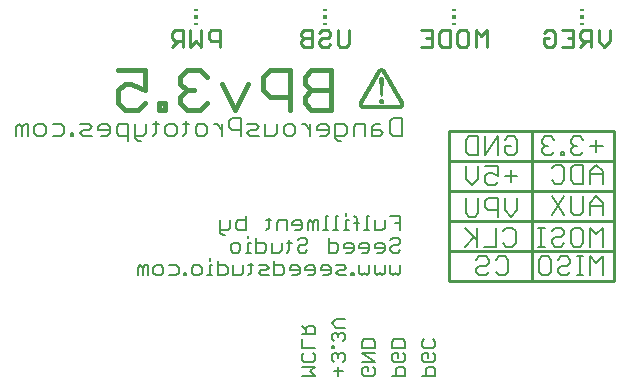
<source format=gbo>
G75*
G70*
%OFA0B0*%
%FSLAX24Y24*%
%IPPOS*%
%LPD*%
%AMOC8*
5,1,8,0,0,1.08239X$1,22.5*
%
%ADD10C,0.0080*%
%ADD11C,0.0060*%
%ADD12C,0.0180*%
%ADD13C,0.0110*%
%ADD14C,0.0070*%
%ADD15C,0.0100*%
%ADD16R,0.0118X0.0059*%
%ADD17R,0.0118X0.0118*%
%ADD18R,0.0006X0.0006*%
%ADD19R,0.0006X0.0006*%
%ADD20R,0.0006X0.0006*%
%ADD21R,0.0006X0.0006*%
D10*
X018128Y010707D02*
X018232Y010603D01*
X018439Y010603D01*
X018542Y010707D01*
X018773Y010707D02*
X018876Y010603D01*
X019083Y010603D01*
X019186Y010707D01*
X019186Y011120D01*
X019083Y011224D01*
X018876Y011224D01*
X018773Y011120D01*
X018542Y011120D02*
X018439Y011224D01*
X018232Y011224D01*
X018128Y011120D01*
X018232Y010914D02*
X018128Y010810D01*
X018128Y010707D01*
X018232Y010914D02*
X018439Y010914D01*
X018542Y011017D01*
X018542Y011120D01*
X018378Y011553D02*
X018792Y011553D01*
X018792Y012174D01*
X019023Y012070D02*
X019126Y012174D01*
X019333Y012174D01*
X019436Y012070D01*
X019436Y011657D01*
X019333Y011553D01*
X019126Y011553D01*
X019023Y011657D01*
X018147Y011760D02*
X017734Y012174D01*
X017887Y012553D02*
X017784Y012657D01*
X017784Y013174D01*
X018197Y013174D02*
X018197Y012657D01*
X018094Y012553D01*
X017887Y012553D01*
X018147Y012174D02*
X018147Y011553D01*
X018044Y011864D02*
X017734Y011553D01*
X018842Y012553D02*
X018842Y013174D01*
X018532Y013174D01*
X018428Y013070D01*
X018428Y012864D01*
X018532Y012760D01*
X018842Y012760D01*
X019073Y012760D02*
X019073Y013174D01*
X019486Y013174D02*
X019486Y012760D01*
X019280Y012553D01*
X019073Y012760D01*
X020196Y012174D02*
X020403Y012174D01*
X020299Y012174D02*
X020299Y011553D01*
X020196Y011553D02*
X020403Y011553D01*
X020634Y011657D02*
X020737Y011553D01*
X020944Y011553D01*
X021047Y011657D01*
X020944Y011864D02*
X020737Y011864D01*
X020634Y011760D01*
X020634Y011657D01*
X020944Y011864D02*
X021047Y011967D01*
X021047Y012070D01*
X020944Y012174D01*
X020737Y012174D01*
X020634Y012070D01*
X021278Y012070D02*
X021278Y011657D01*
X021382Y011553D01*
X021589Y011553D01*
X021692Y011657D01*
X021692Y012070D01*
X021589Y012174D01*
X021382Y012174D01*
X021278Y012070D01*
X021923Y012174D02*
X021923Y011553D01*
X021923Y011224D02*
X021923Y010603D01*
X021692Y010603D02*
X021485Y010603D01*
X021589Y010603D02*
X021589Y011224D01*
X021692Y011224D02*
X021485Y011224D01*
X021262Y011120D02*
X021159Y011224D01*
X020952Y011224D01*
X020849Y011120D01*
X020952Y010914D02*
X020849Y010810D01*
X020849Y010707D01*
X020952Y010603D01*
X021159Y010603D01*
X021262Y010707D01*
X021159Y010914D02*
X020952Y010914D01*
X021159Y010914D02*
X021262Y011017D01*
X021262Y011120D01*
X021923Y011224D02*
X022130Y011017D01*
X022336Y011224D01*
X022336Y010603D01*
X022336Y011553D02*
X022336Y012174D01*
X022130Y011967D01*
X021923Y012174D01*
X021923Y012603D02*
X021923Y013017D01*
X022130Y013224D01*
X022336Y013017D01*
X022336Y012603D01*
X022336Y012914D02*
X021923Y012914D01*
X021692Y012707D02*
X021589Y012603D01*
X021382Y012603D01*
X021278Y012707D01*
X021278Y013224D01*
X021047Y013224D02*
X020634Y012603D01*
X021047Y012603D02*
X020634Y013224D01*
X020737Y013653D02*
X020634Y013757D01*
X020737Y013653D02*
X020944Y013653D01*
X021047Y013757D01*
X021047Y014170D01*
X020944Y014274D01*
X020737Y014274D01*
X020634Y014170D01*
X020622Y014603D02*
X020725Y014707D01*
X020622Y014603D02*
X020415Y014603D01*
X020311Y014707D01*
X020311Y014810D01*
X020415Y014914D01*
X020518Y014914D01*
X020415Y014914D02*
X020311Y015017D01*
X020311Y015120D01*
X020415Y015224D01*
X020622Y015224D01*
X020725Y015120D01*
X021278Y015120D02*
X021278Y015017D01*
X021382Y014914D01*
X021278Y014810D01*
X021278Y014707D01*
X021382Y014603D01*
X021589Y014603D01*
X021692Y014707D01*
X021485Y014914D02*
X021382Y014914D01*
X021278Y015120D02*
X021382Y015224D01*
X021589Y015224D01*
X021692Y015120D01*
X021923Y014914D02*
X022336Y014914D01*
X022130Y015120D02*
X022130Y014707D01*
X022130Y014274D02*
X021923Y014067D01*
X021923Y013653D01*
X021692Y013653D02*
X021382Y013653D01*
X021278Y013757D01*
X021278Y014170D01*
X021382Y014274D01*
X021692Y014274D01*
X021692Y013653D01*
X022336Y013653D02*
X022336Y014067D01*
X022130Y014274D01*
X022336Y013964D02*
X021923Y013964D01*
X021047Y014603D02*
X020944Y014603D01*
X020944Y014707D01*
X021047Y014707D01*
X021047Y014603D01*
X019486Y014707D02*
X019383Y014603D01*
X019176Y014603D01*
X019073Y014707D01*
X019073Y014914D01*
X019280Y014914D01*
X019486Y015120D02*
X019486Y014707D01*
X018842Y014603D02*
X018842Y015224D01*
X018428Y014603D01*
X018428Y015224D01*
X018197Y015224D02*
X017887Y015224D01*
X017784Y015120D01*
X017784Y014707D01*
X017887Y014603D01*
X018197Y014603D01*
X018197Y015224D01*
X019073Y015120D02*
X019176Y015224D01*
X019383Y015224D01*
X019486Y015120D01*
X018842Y014224D02*
X018428Y014224D01*
X018197Y014224D02*
X018197Y013810D01*
X017991Y013603D01*
X017784Y013810D01*
X017784Y014224D01*
X018428Y013914D02*
X018428Y013707D01*
X018532Y013603D01*
X018739Y013603D01*
X018842Y013707D01*
X018842Y013914D02*
X018635Y014017D01*
X018532Y014017D01*
X018428Y013914D01*
X018842Y013914D02*
X018842Y014224D01*
X019280Y014120D02*
X019280Y013707D01*
X019486Y013914D02*
X019073Y013914D01*
X021692Y013224D02*
X021692Y012707D01*
X020514Y011224D02*
X020307Y011224D01*
X020204Y011120D01*
X020204Y010707D01*
X020307Y010603D01*
X020514Y010603D01*
X020618Y010707D01*
X020618Y011120D01*
X020514Y011224D01*
X015636Y015253D02*
X015346Y015253D01*
X015249Y015350D01*
X015249Y015737D01*
X015346Y015834D01*
X015636Y015834D01*
X015636Y015253D01*
X015029Y015350D02*
X014932Y015253D01*
X014642Y015253D01*
X014642Y015544D01*
X014739Y015640D01*
X014932Y015640D01*
X014932Y015447D02*
X014642Y015447D01*
X014932Y015447D02*
X015029Y015350D01*
X014421Y015253D02*
X014421Y015640D01*
X014131Y015640D01*
X014034Y015544D01*
X014034Y015253D01*
X013813Y015350D02*
X013717Y015253D01*
X013426Y015253D01*
X013426Y015157D02*
X013426Y015640D01*
X013717Y015640D01*
X013813Y015544D01*
X013813Y015350D01*
X013523Y015060D02*
X013426Y015157D01*
X013523Y015060D02*
X013620Y015060D01*
X013206Y015350D02*
X013109Y015253D01*
X012915Y015253D01*
X012819Y015447D02*
X013206Y015447D01*
X013206Y015350D02*
X013206Y015544D01*
X013109Y015640D01*
X012915Y015640D01*
X012819Y015544D01*
X012819Y015447D01*
X012598Y015447D02*
X012404Y015640D01*
X012308Y015640D01*
X012091Y015544D02*
X012091Y015350D01*
X011995Y015253D01*
X011801Y015253D01*
X011704Y015350D01*
X011704Y015544D01*
X011801Y015640D01*
X011995Y015640D01*
X012091Y015544D01*
X011484Y015640D02*
X011484Y015350D01*
X011387Y015253D01*
X011097Y015253D01*
X011097Y015640D01*
X010876Y015544D02*
X010779Y015447D01*
X010586Y015447D01*
X010489Y015350D01*
X010586Y015253D01*
X010876Y015253D01*
X010268Y015253D02*
X010268Y015834D01*
X009978Y015834D01*
X009881Y015737D01*
X009881Y015544D01*
X009978Y015447D01*
X010268Y015447D01*
X010489Y015640D02*
X010779Y015640D01*
X010876Y015544D01*
X009661Y015640D02*
X009661Y015253D01*
X009661Y015447D02*
X009467Y015640D01*
X009370Y015640D01*
X009154Y015544D02*
X009154Y015350D01*
X009057Y015253D01*
X008864Y015253D01*
X008767Y015350D01*
X008767Y015544D01*
X008864Y015640D01*
X009057Y015640D01*
X009154Y015544D01*
X008546Y015640D02*
X008353Y015640D01*
X008450Y015737D02*
X008450Y015350D01*
X008353Y015253D01*
X008141Y015350D02*
X008045Y015253D01*
X007851Y015253D01*
X007754Y015350D01*
X007754Y015544D01*
X007851Y015640D01*
X008045Y015640D01*
X008141Y015544D01*
X008141Y015350D01*
X007534Y015640D02*
X007340Y015640D01*
X007437Y015737D02*
X007437Y015350D01*
X007340Y015253D01*
X007129Y015350D02*
X007032Y015253D01*
X006742Y015253D01*
X006742Y015157D02*
X006838Y015060D01*
X006935Y015060D01*
X006742Y015157D02*
X006742Y015640D01*
X006521Y015640D02*
X006231Y015640D01*
X006134Y015544D01*
X006134Y015350D01*
X006231Y015253D01*
X006521Y015253D01*
X006521Y015060D02*
X006521Y015640D01*
X007129Y015640D02*
X007129Y015350D01*
X005913Y015350D02*
X005816Y015253D01*
X005623Y015253D01*
X005526Y015447D02*
X005913Y015447D01*
X005913Y015350D02*
X005913Y015544D01*
X005816Y015640D01*
X005623Y015640D01*
X005526Y015544D01*
X005526Y015447D01*
X005305Y015544D02*
X005209Y015640D01*
X004918Y015640D01*
X005015Y015447D02*
X005209Y015447D01*
X005305Y015544D01*
X005015Y015447D02*
X004918Y015350D01*
X005015Y015253D01*
X005305Y015253D01*
X004698Y015253D02*
X004601Y015253D01*
X004601Y015350D01*
X004698Y015350D01*
X004698Y015253D01*
X004394Y015350D02*
X004297Y015253D01*
X004007Y015253D01*
X003786Y015350D02*
X003689Y015253D01*
X003496Y015253D01*
X003399Y015350D01*
X003399Y015544D01*
X003496Y015640D01*
X003689Y015640D01*
X003786Y015544D01*
X003786Y015350D01*
X004007Y015640D02*
X004297Y015640D01*
X004394Y015544D01*
X004394Y015350D01*
X003178Y015253D02*
X003178Y015640D01*
X003082Y015640D01*
X002985Y015544D01*
X002888Y015640D01*
X002791Y015544D01*
X002791Y015253D01*
X002985Y015253D02*
X002985Y015544D01*
X012598Y015640D02*
X012598Y015253D01*
D11*
X012747Y007243D02*
X012306Y007243D01*
X012600Y007390D02*
X012747Y007537D01*
X012306Y007537D01*
X012380Y007704D02*
X012306Y007777D01*
X012306Y007924D01*
X012380Y007997D01*
X012306Y008164D02*
X012306Y008458D01*
X012306Y008624D02*
X012747Y008624D01*
X012747Y008845D01*
X012673Y008918D01*
X012527Y008918D01*
X012453Y008845D01*
X012453Y008624D01*
X012453Y008771D02*
X012306Y008918D01*
X013306Y009001D02*
X013453Y009148D01*
X013747Y009148D01*
X013453Y008855D02*
X013306Y009001D01*
X013453Y008855D02*
X013747Y008855D01*
X013673Y008688D02*
X013600Y008688D01*
X013527Y008614D01*
X013453Y008688D01*
X013380Y008688D01*
X013306Y008614D01*
X013306Y008468D01*
X013380Y008394D01*
X013380Y008237D02*
X013306Y008237D01*
X013306Y008164D01*
X013380Y008164D01*
X013380Y008237D01*
X013380Y007997D02*
X013306Y007924D01*
X013306Y007777D01*
X013380Y007704D01*
X013527Y007851D02*
X013527Y007924D01*
X013453Y007997D01*
X013380Y007997D01*
X013527Y007924D02*
X013600Y007997D01*
X013673Y007997D01*
X013747Y007924D01*
X013747Y007777D01*
X013673Y007704D01*
X013527Y007537D02*
X013527Y007243D01*
X013673Y007390D02*
X013380Y007390D01*
X012747Y007243D02*
X012600Y007390D01*
X012673Y007704D02*
X012380Y007704D01*
X012673Y007704D02*
X012747Y007777D01*
X012747Y007924D01*
X012673Y007997D01*
X012747Y008164D02*
X012306Y008164D01*
X013527Y008541D02*
X013527Y008614D01*
X013673Y008688D02*
X013747Y008614D01*
X013747Y008468D01*
X013673Y008394D01*
X014306Y008384D02*
X014306Y008164D01*
X014747Y008164D01*
X014747Y008384D01*
X014673Y008458D01*
X014380Y008458D01*
X014306Y008384D01*
X014306Y007997D02*
X014747Y007997D01*
X014747Y007704D02*
X014306Y007997D01*
X014306Y007704D02*
X014747Y007704D01*
X014673Y007537D02*
X014747Y007464D01*
X014747Y007317D01*
X014673Y007243D01*
X014380Y007243D01*
X014306Y007317D01*
X014306Y007464D01*
X014380Y007537D01*
X014527Y007537D01*
X014527Y007390D01*
X015306Y007243D02*
X015747Y007243D01*
X015747Y007464D01*
X015673Y007537D01*
X015527Y007537D01*
X015453Y007464D01*
X015453Y007243D01*
X015380Y007704D02*
X015306Y007777D01*
X015306Y007924D01*
X015380Y007997D01*
X015527Y007997D01*
X015527Y007851D01*
X015673Y007997D02*
X015747Y007924D01*
X015747Y007777D01*
X015673Y007704D01*
X015380Y007704D01*
X015306Y008164D02*
X015306Y008384D01*
X015380Y008458D01*
X015673Y008458D01*
X015747Y008384D01*
X015747Y008164D01*
X015306Y008164D01*
X016306Y008237D02*
X016380Y008164D01*
X016673Y008164D01*
X016747Y008237D01*
X016747Y008384D01*
X016673Y008458D01*
X016380Y008458D02*
X016306Y008384D01*
X016306Y008237D01*
X016380Y007997D02*
X016527Y007997D01*
X016527Y007851D01*
X016673Y007997D02*
X016747Y007924D01*
X016747Y007777D01*
X016673Y007704D01*
X016380Y007704D01*
X016306Y007777D01*
X016306Y007924D01*
X016380Y007997D01*
X016527Y007537D02*
X016453Y007464D01*
X016453Y007243D01*
X016306Y007243D02*
X016747Y007243D01*
X016747Y007464D01*
X016673Y007537D01*
X016527Y007537D01*
D12*
X013286Y016103D02*
X012626Y016103D01*
X012406Y016324D01*
X012406Y016544D01*
X012626Y016764D01*
X013286Y016764D01*
X012626Y016764D02*
X012406Y016984D01*
X012406Y017204D01*
X012626Y017424D01*
X013286Y017424D01*
X013286Y016103D01*
X011905Y016103D02*
X011905Y017424D01*
X011245Y017424D01*
X011025Y017204D01*
X011025Y016764D01*
X011245Y016544D01*
X011905Y016544D01*
X010524Y016984D02*
X010084Y016103D01*
X009643Y016984D01*
X009143Y017204D02*
X008923Y017424D01*
X008482Y017424D01*
X008262Y017204D01*
X008262Y016984D01*
X008482Y016764D01*
X008262Y016544D01*
X008262Y016324D01*
X008482Y016103D01*
X008923Y016103D01*
X009143Y016324D01*
X008703Y016764D02*
X008482Y016764D01*
X007762Y016324D02*
X007542Y016324D01*
X007542Y016103D01*
X007762Y016103D01*
X007762Y016324D01*
X007071Y016324D02*
X006851Y016103D01*
X006411Y016103D01*
X006191Y016324D01*
X006191Y016764D01*
X006411Y016984D01*
X006631Y016984D01*
X007071Y016764D01*
X007071Y017424D01*
X006191Y017424D01*
D13*
X007989Y018218D02*
X008173Y018402D01*
X008081Y018402D02*
X008356Y018402D01*
X008356Y018218D02*
X008356Y018769D01*
X008081Y018769D01*
X007989Y018677D01*
X007989Y018494D01*
X008081Y018402D01*
X008597Y018218D02*
X008597Y018769D01*
X008964Y018769D02*
X008964Y018218D01*
X008780Y018402D01*
X008597Y018218D01*
X009204Y018494D02*
X009296Y018402D01*
X009571Y018402D01*
X009571Y018218D02*
X009571Y018769D01*
X009296Y018769D01*
X009204Y018677D01*
X009204Y018494D01*
X012289Y018402D02*
X012289Y018310D01*
X012381Y018218D01*
X012656Y018218D01*
X012656Y018769D01*
X012381Y018769D01*
X012289Y018677D01*
X012289Y018585D01*
X012381Y018494D01*
X012656Y018494D01*
X012897Y018402D02*
X012897Y018310D01*
X012989Y018218D01*
X013172Y018218D01*
X013264Y018310D01*
X013172Y018494D02*
X012989Y018494D01*
X012897Y018402D01*
X012897Y018677D02*
X012989Y018769D01*
X013172Y018769D01*
X013264Y018677D01*
X013264Y018585D01*
X013172Y018494D01*
X013504Y018310D02*
X013596Y018218D01*
X013780Y018218D01*
X013871Y018310D01*
X013871Y018769D01*
X013504Y018769D02*
X013504Y018310D01*
X012381Y018494D02*
X012289Y018402D01*
X016281Y018218D02*
X016648Y018218D01*
X016648Y018769D01*
X016281Y018769D01*
X016889Y018677D02*
X016981Y018769D01*
X017256Y018769D01*
X017256Y018218D01*
X016981Y018218D01*
X016889Y018310D01*
X016889Y018677D01*
X016648Y018494D02*
X016465Y018494D01*
X017497Y018310D02*
X017497Y018677D01*
X017589Y018769D01*
X017772Y018769D01*
X017864Y018677D01*
X017864Y018310D01*
X017772Y018218D01*
X017589Y018218D01*
X017497Y018310D01*
X018104Y018218D02*
X018104Y018769D01*
X018288Y018585D01*
X018471Y018769D01*
X018471Y018218D01*
X020381Y018310D02*
X020473Y018218D01*
X020657Y018218D01*
X020748Y018310D01*
X020748Y018677D01*
X020657Y018769D01*
X020473Y018769D01*
X020381Y018677D01*
X020381Y018494D02*
X020565Y018494D01*
X020381Y018494D02*
X020381Y018310D01*
X020989Y018218D02*
X021356Y018218D01*
X021356Y018769D01*
X020989Y018769D01*
X021173Y018494D02*
X021356Y018494D01*
X021597Y018494D02*
X021597Y018677D01*
X021689Y018769D01*
X021964Y018769D01*
X021964Y018218D01*
X021964Y018402D02*
X021689Y018402D01*
X021597Y018494D01*
X021780Y018402D02*
X021597Y018218D01*
X022204Y018402D02*
X022204Y018769D01*
X022571Y018769D02*
X022571Y018402D01*
X022388Y018218D01*
X022204Y018402D01*
D14*
X015591Y012589D02*
X015265Y012589D01*
X015076Y012425D02*
X015076Y012180D01*
X014994Y012098D01*
X014749Y012098D01*
X014749Y012425D01*
X014560Y012589D02*
X014478Y012589D01*
X014478Y012098D01*
X014397Y012098D02*
X014560Y012098D01*
X014135Y012098D02*
X014135Y012507D01*
X014053Y012589D01*
X013873Y012425D02*
X013791Y012425D01*
X013791Y012098D01*
X013873Y012098D02*
X013709Y012098D01*
X013529Y012098D02*
X013366Y012098D01*
X013447Y012098D02*
X013447Y012589D01*
X013529Y012589D01*
X013791Y012589D02*
X013791Y012671D01*
X014053Y012344D02*
X014216Y012344D01*
X013185Y012589D02*
X013104Y012589D01*
X013104Y012098D01*
X013185Y012098D02*
X013022Y012098D01*
X012841Y012098D02*
X012841Y012425D01*
X012760Y012425D01*
X012678Y012344D01*
X012596Y012425D01*
X012515Y012344D01*
X012515Y012098D01*
X012678Y012098D02*
X012678Y012344D01*
X012326Y012344D02*
X012326Y012180D01*
X012244Y012098D01*
X012081Y012098D01*
X011999Y012262D02*
X012326Y012262D01*
X012326Y012344D02*
X012244Y012425D01*
X012081Y012425D01*
X011999Y012344D01*
X011999Y012262D01*
X011810Y012425D02*
X011565Y012425D01*
X011483Y012344D01*
X011483Y012098D01*
X011213Y012180D02*
X011131Y012098D01*
X011213Y012180D02*
X011213Y012507D01*
X011295Y012425D02*
X011131Y012425D01*
X011810Y012425D02*
X011810Y012098D01*
X011900Y011757D02*
X011900Y011430D01*
X011819Y011348D01*
X011638Y011430D02*
X011557Y011348D01*
X011311Y011348D01*
X011311Y011675D01*
X011123Y011594D02*
X011041Y011675D01*
X010796Y011675D01*
X010796Y011839D02*
X010796Y011348D01*
X011041Y011348D01*
X011123Y011430D01*
X011123Y011594D01*
X011638Y011675D02*
X011638Y011430D01*
X011819Y011675D02*
X011982Y011675D01*
X012171Y011757D02*
X012252Y011839D01*
X012416Y011839D01*
X012498Y011757D01*
X012498Y011675D01*
X012416Y011594D01*
X012252Y011594D01*
X012171Y011512D01*
X012171Y011430D01*
X012252Y011348D01*
X012416Y011348D01*
X012498Y011430D01*
X013202Y011348D02*
X013447Y011348D01*
X013529Y011430D01*
X013529Y011594D01*
X013447Y011675D01*
X013202Y011675D01*
X013202Y011839D02*
X013202Y011348D01*
X013718Y011512D02*
X014045Y011512D01*
X014045Y011594D02*
X013963Y011675D01*
X013799Y011675D01*
X013718Y011594D01*
X013718Y011512D01*
X013799Y011348D02*
X013963Y011348D01*
X014045Y011430D01*
X014045Y011594D01*
X014233Y011594D02*
X014315Y011675D01*
X014478Y011675D01*
X014560Y011594D01*
X014560Y011430D01*
X014478Y011348D01*
X014315Y011348D01*
X014233Y011512D02*
X014560Y011512D01*
X014749Y011512D02*
X015076Y011512D01*
X015076Y011594D02*
X014994Y011675D01*
X014831Y011675D01*
X014749Y011594D01*
X014749Y011512D01*
X014831Y011348D02*
X014994Y011348D01*
X015076Y011430D01*
X015076Y011594D01*
X015265Y011512D02*
X015265Y011430D01*
X015346Y011348D01*
X015510Y011348D01*
X015591Y011430D01*
X015510Y011594D02*
X015346Y011594D01*
X015265Y011512D01*
X015265Y011757D02*
X015346Y011839D01*
X015510Y011839D01*
X015591Y011757D01*
X015591Y011675D01*
X015510Y011594D01*
X015591Y012098D02*
X015591Y012589D01*
X015591Y012344D02*
X015428Y012344D01*
X014233Y011594D02*
X014233Y011512D01*
X014233Y010925D02*
X014233Y010680D01*
X014315Y010598D01*
X014397Y010680D01*
X014478Y010598D01*
X014560Y010680D01*
X014560Y010925D01*
X014749Y010925D02*
X014749Y010680D01*
X014831Y010598D01*
X014912Y010680D01*
X014994Y010598D01*
X015076Y010680D01*
X015076Y010925D01*
X015265Y010925D02*
X015265Y010680D01*
X015346Y010598D01*
X015428Y010680D01*
X015510Y010598D01*
X015591Y010680D01*
X015591Y010925D01*
X014045Y010680D02*
X013963Y010680D01*
X013963Y010598D01*
X014045Y010598D01*
X014045Y010680D01*
X013787Y010598D02*
X013542Y010598D01*
X013460Y010680D01*
X013542Y010762D01*
X013705Y010762D01*
X013787Y010844D01*
X013705Y010925D01*
X013460Y010925D01*
X013271Y010844D02*
X013271Y010680D01*
X013189Y010598D01*
X013026Y010598D01*
X012944Y010762D02*
X013271Y010762D01*
X013271Y010844D02*
X013189Y010925D01*
X013026Y010925D01*
X012944Y010844D01*
X012944Y010762D01*
X012756Y010762D02*
X012429Y010762D01*
X012429Y010844D01*
X012510Y010925D01*
X012674Y010925D01*
X012756Y010844D01*
X012756Y010680D01*
X012674Y010598D01*
X012510Y010598D01*
X012240Y010680D02*
X012240Y010844D01*
X012158Y010925D01*
X011995Y010925D01*
X011913Y010844D01*
X011913Y010762D01*
X012240Y010762D01*
X012240Y010680D02*
X012158Y010598D01*
X011995Y010598D01*
X011724Y010680D02*
X011724Y010844D01*
X011643Y010925D01*
X011397Y010925D01*
X011397Y011089D02*
X011397Y010598D01*
X011643Y010598D01*
X011724Y010680D01*
X011209Y010598D02*
X010963Y010598D01*
X010882Y010680D01*
X010963Y010762D01*
X011127Y010762D01*
X011209Y010844D01*
X011127Y010925D01*
X010882Y010925D01*
X010693Y010925D02*
X010530Y010925D01*
X010611Y011007D02*
X010611Y010680D01*
X010530Y010598D01*
X010349Y010680D02*
X010268Y010598D01*
X010022Y010598D01*
X010022Y010925D01*
X009834Y010844D02*
X009752Y010925D01*
X009507Y010925D01*
X009507Y011089D02*
X009507Y010598D01*
X009752Y010598D01*
X009834Y010680D01*
X009834Y010844D01*
X010349Y010925D02*
X010349Y010680D01*
X010444Y011348D02*
X010607Y011348D01*
X010525Y011348D02*
X010525Y011675D01*
X010607Y011675D01*
X010525Y011839D02*
X010525Y011921D01*
X010435Y012098D02*
X010190Y012098D01*
X010108Y012180D01*
X010108Y012344D01*
X010190Y012425D01*
X010435Y012425D01*
X010435Y012589D02*
X010435Y012098D01*
X010182Y011675D02*
X010018Y011675D01*
X009936Y011594D01*
X009936Y011430D01*
X010018Y011348D01*
X010182Y011348D01*
X010263Y011430D01*
X010263Y011594D01*
X010182Y011675D01*
X009756Y011935D02*
X009674Y011935D01*
X009593Y012017D01*
X009593Y012425D01*
X009920Y012425D02*
X009920Y012180D01*
X009838Y012098D01*
X009593Y012098D01*
X009236Y011171D02*
X009236Y011089D01*
X009236Y010925D02*
X009236Y010598D01*
X009155Y010598D02*
X009318Y010598D01*
X009318Y010925D02*
X009236Y010925D01*
X008974Y010844D02*
X008974Y010680D01*
X008893Y010598D01*
X008729Y010598D01*
X008647Y010680D01*
X008647Y010844D01*
X008729Y010925D01*
X008893Y010925D01*
X008974Y010844D01*
X008459Y010680D02*
X008377Y010680D01*
X008377Y010598D01*
X008459Y010598D01*
X008459Y010680D01*
X008201Y010680D02*
X008119Y010598D01*
X007874Y010598D01*
X007685Y010680D02*
X007685Y010844D01*
X007603Y010925D01*
X007440Y010925D01*
X007358Y010844D01*
X007358Y010680D01*
X007440Y010598D01*
X007603Y010598D01*
X007685Y010680D01*
X007874Y010925D02*
X008119Y010925D01*
X008201Y010844D01*
X008201Y010680D01*
X007170Y010598D02*
X007170Y010925D01*
X007088Y010925D01*
X007006Y010844D01*
X006924Y010925D01*
X006843Y010844D01*
X006843Y010598D01*
X007006Y010598D02*
X007006Y010844D01*
D15*
X017226Y010413D02*
X019976Y010413D01*
X019976Y015413D01*
X017226Y015413D01*
X017226Y014413D01*
X022726Y014413D01*
X022726Y015413D01*
X019976Y015413D01*
X022726Y014413D02*
X022726Y013413D01*
X017226Y013413D01*
X017226Y012413D01*
X022726Y012413D01*
X022726Y013413D01*
X022726Y012413D02*
X022726Y011413D01*
X017226Y011413D01*
X017226Y010413D01*
X017226Y011413D02*
X017226Y012413D01*
X017226Y013413D02*
X017226Y014413D01*
X022726Y011413D02*
X022726Y010413D01*
X019976Y010413D01*
D16*
X021636Y018977D03*
X021636Y019450D03*
X017386Y019450D03*
X017386Y018977D03*
X013086Y018977D03*
X013086Y019450D03*
X008786Y019450D03*
X008786Y018977D03*
D17*
X008786Y019213D03*
X013086Y019213D03*
X017386Y019213D03*
X021636Y019213D03*
D18*
X015710Y016346D03*
X015710Y016334D03*
X015710Y016322D03*
X015710Y016316D03*
X015710Y016304D03*
X015710Y016292D03*
X015710Y016286D03*
X015710Y016274D03*
X015710Y016262D03*
X015710Y016256D03*
X015710Y016244D03*
X015710Y016232D03*
X015710Y016226D03*
X015710Y016214D03*
X015692Y016214D03*
X015692Y016202D03*
X015692Y016196D03*
X015680Y016196D03*
X015680Y016202D03*
X015680Y016214D03*
X015680Y016226D03*
X015680Y016232D03*
X015692Y016232D03*
X015692Y016226D03*
X015692Y016244D03*
X015680Y016244D03*
X015680Y016256D03*
X015680Y016262D03*
X015692Y016262D03*
X015692Y016256D03*
X015692Y016274D03*
X015680Y016274D03*
X015680Y016286D03*
X015680Y016292D03*
X015692Y016292D03*
X015692Y016286D03*
X015692Y016304D03*
X015680Y016304D03*
X015680Y016316D03*
X015680Y016322D03*
X015692Y016322D03*
X015692Y016316D03*
X015692Y016334D03*
X015680Y016334D03*
X015680Y016346D03*
X015680Y016352D03*
X015692Y016352D03*
X015692Y016346D03*
X015692Y016364D03*
X015680Y016364D03*
X015680Y016376D03*
X015680Y016382D03*
X015692Y016382D03*
X015692Y016376D03*
X015680Y016394D03*
X015662Y016394D03*
X015662Y016382D03*
X015662Y016376D03*
X015662Y016364D03*
X015662Y016352D03*
X015662Y016346D03*
X015662Y016334D03*
X015662Y016322D03*
X015662Y016316D03*
X015662Y016304D03*
X015662Y016292D03*
X015662Y016286D03*
X015662Y016274D03*
X015662Y016262D03*
X015662Y016256D03*
X015662Y016244D03*
X015662Y016232D03*
X015662Y016226D03*
X015662Y016214D03*
X015662Y016202D03*
X015662Y016196D03*
X015662Y016184D03*
X015662Y016172D03*
X015662Y016166D03*
X015650Y016166D03*
X015650Y016172D03*
X015650Y016184D03*
X015650Y016196D03*
X015650Y016202D03*
X015650Y016214D03*
X015650Y016226D03*
X015650Y016232D03*
X015650Y016244D03*
X015650Y016256D03*
X015650Y016262D03*
X015650Y016274D03*
X015650Y016286D03*
X015650Y016292D03*
X015650Y016304D03*
X015650Y016316D03*
X015650Y016322D03*
X015650Y016334D03*
X015650Y016346D03*
X015650Y016352D03*
X015650Y016364D03*
X015650Y016376D03*
X015650Y016382D03*
X015650Y016394D03*
X015650Y016406D03*
X015650Y016412D03*
X015662Y016412D03*
X015662Y016406D03*
X015662Y016424D03*
X015650Y016424D03*
X015650Y016436D03*
X015650Y016442D03*
X015650Y016454D03*
X015632Y016454D03*
X015632Y016442D03*
X015632Y016436D03*
X015632Y016424D03*
X015632Y016412D03*
X015632Y016406D03*
X015632Y016394D03*
X015632Y016382D03*
X015632Y016376D03*
X015632Y016364D03*
X015632Y016352D03*
X015632Y016346D03*
X015632Y016334D03*
X015632Y016322D03*
X015632Y016316D03*
X015632Y016304D03*
X015632Y016292D03*
X015632Y016286D03*
X015632Y016274D03*
X015632Y016262D03*
X015632Y016256D03*
X015632Y016244D03*
X015632Y016232D03*
X015632Y016226D03*
X015632Y016214D03*
X015632Y016202D03*
X015632Y016196D03*
X015632Y016184D03*
X015632Y016172D03*
X015632Y016166D03*
X015632Y016154D03*
X015620Y016154D03*
X015620Y016166D03*
X015620Y016172D03*
X015620Y016184D03*
X015620Y016196D03*
X015620Y016202D03*
X015620Y016214D03*
X015620Y016226D03*
X015620Y016232D03*
X015620Y016244D03*
X015620Y016256D03*
X015620Y016262D03*
X015602Y016244D03*
X015602Y016232D03*
X015602Y016226D03*
X015602Y016214D03*
X015602Y016202D03*
X015602Y016196D03*
X015602Y016184D03*
X015602Y016172D03*
X015602Y016166D03*
X015602Y016154D03*
X015590Y016154D03*
X015590Y016166D03*
X015590Y016172D03*
X015590Y016184D03*
X015590Y016196D03*
X015590Y016202D03*
X015590Y016214D03*
X015590Y016226D03*
X015590Y016232D03*
X015590Y016244D03*
X015572Y016244D03*
X015572Y016232D03*
X015572Y016226D03*
X015572Y016214D03*
X015572Y016202D03*
X015572Y016196D03*
X015572Y016184D03*
X015572Y016172D03*
X015572Y016166D03*
X015572Y016154D03*
X015560Y016154D03*
X015560Y016166D03*
X015560Y016172D03*
X015560Y016184D03*
X015560Y016196D03*
X015560Y016202D03*
X015560Y016214D03*
X015560Y016226D03*
X015560Y016232D03*
X015560Y016244D03*
X015542Y016244D03*
X015542Y016232D03*
X015542Y016226D03*
X015542Y016214D03*
X015542Y016202D03*
X015542Y016196D03*
X015542Y016184D03*
X015542Y016172D03*
X015542Y016166D03*
X015542Y016154D03*
X015542Y016142D03*
X015530Y016142D03*
X015530Y016154D03*
X015530Y016166D03*
X015530Y016172D03*
X015530Y016184D03*
X015530Y016196D03*
X015530Y016202D03*
X015530Y016214D03*
X015530Y016226D03*
X015530Y016232D03*
X015530Y016244D03*
X015512Y016244D03*
X015512Y016232D03*
X015512Y016226D03*
X015512Y016214D03*
X015512Y016202D03*
X015512Y016196D03*
X015512Y016184D03*
X015512Y016172D03*
X015512Y016166D03*
X015512Y016154D03*
X015500Y016154D03*
X015500Y016166D03*
X015500Y016172D03*
X015500Y016184D03*
X015500Y016196D03*
X015500Y016202D03*
X015500Y016214D03*
X015500Y016226D03*
X015500Y016232D03*
X015500Y016244D03*
X015482Y016244D03*
X015482Y016232D03*
X015482Y016226D03*
X015482Y016214D03*
X015482Y016202D03*
X015482Y016196D03*
X015482Y016184D03*
X015482Y016172D03*
X015482Y016166D03*
X015482Y016154D03*
X015482Y016142D03*
X015470Y016142D03*
X015470Y016154D03*
X015470Y016166D03*
X015470Y016172D03*
X015470Y016184D03*
X015470Y016196D03*
X015470Y016202D03*
X015470Y016214D03*
X015470Y016226D03*
X015470Y016232D03*
X015470Y016244D03*
X015452Y016244D03*
X015452Y016232D03*
X015452Y016226D03*
X015452Y016214D03*
X015452Y016202D03*
X015452Y016196D03*
X015452Y016184D03*
X015452Y016172D03*
X015452Y016166D03*
X015452Y016154D03*
X015440Y016154D03*
X015440Y016166D03*
X015440Y016172D03*
X015440Y016184D03*
X015440Y016196D03*
X015440Y016202D03*
X015440Y016214D03*
X015440Y016226D03*
X015440Y016232D03*
X015440Y016244D03*
X015422Y016244D03*
X015422Y016232D03*
X015422Y016226D03*
X015422Y016214D03*
X015422Y016202D03*
X015422Y016196D03*
X015422Y016184D03*
X015422Y016172D03*
X015422Y016166D03*
X015422Y016154D03*
X015422Y016142D03*
X015410Y016142D03*
X015410Y016154D03*
X015410Y016166D03*
X015410Y016172D03*
X015410Y016184D03*
X015410Y016196D03*
X015410Y016202D03*
X015410Y016214D03*
X015410Y016226D03*
X015410Y016232D03*
X015410Y016244D03*
X015392Y016244D03*
X015392Y016232D03*
X015392Y016226D03*
X015392Y016214D03*
X015392Y016202D03*
X015392Y016196D03*
X015392Y016184D03*
X015392Y016172D03*
X015392Y016166D03*
X015392Y016154D03*
X015380Y016154D03*
X015380Y016166D03*
X015380Y016172D03*
X015380Y016184D03*
X015380Y016196D03*
X015380Y016202D03*
X015380Y016214D03*
X015380Y016226D03*
X015380Y016232D03*
X015380Y016244D03*
X015362Y016244D03*
X015362Y016232D03*
X015362Y016226D03*
X015362Y016214D03*
X015362Y016202D03*
X015362Y016196D03*
X015362Y016184D03*
X015362Y016172D03*
X015362Y016166D03*
X015362Y016154D03*
X015362Y016142D03*
X015350Y016142D03*
X015350Y016154D03*
X015350Y016166D03*
X015350Y016172D03*
X015350Y016184D03*
X015350Y016196D03*
X015350Y016202D03*
X015350Y016214D03*
X015350Y016226D03*
X015350Y016232D03*
X015350Y016244D03*
X015332Y016244D03*
X015332Y016232D03*
X015332Y016226D03*
X015332Y016214D03*
X015332Y016202D03*
X015332Y016196D03*
X015332Y016184D03*
X015332Y016172D03*
X015332Y016166D03*
X015332Y016154D03*
X015320Y016154D03*
X015320Y016166D03*
X015320Y016172D03*
X015320Y016184D03*
X015320Y016196D03*
X015320Y016202D03*
X015320Y016214D03*
X015320Y016226D03*
X015320Y016232D03*
X015320Y016244D03*
X015302Y016244D03*
X015302Y016232D03*
X015302Y016226D03*
X015302Y016214D03*
X015302Y016202D03*
X015302Y016196D03*
X015302Y016184D03*
X015302Y016172D03*
X015302Y016166D03*
X015302Y016154D03*
X015302Y016142D03*
X015290Y016142D03*
X015290Y016154D03*
X015290Y016166D03*
X015290Y016172D03*
X015290Y016184D03*
X015290Y016196D03*
X015290Y016202D03*
X015290Y016214D03*
X015290Y016226D03*
X015290Y016232D03*
X015290Y016244D03*
X015272Y016244D03*
X015272Y016232D03*
X015272Y016226D03*
X015272Y016214D03*
X015272Y016202D03*
X015272Y016196D03*
X015272Y016184D03*
X015272Y016172D03*
X015272Y016166D03*
X015272Y016154D03*
X015260Y016154D03*
X015260Y016166D03*
X015260Y016172D03*
X015260Y016184D03*
X015260Y016196D03*
X015260Y016202D03*
X015260Y016214D03*
X015260Y016226D03*
X015260Y016232D03*
X015260Y016244D03*
X015242Y016244D03*
X015242Y016232D03*
X015242Y016226D03*
X015242Y016214D03*
X015242Y016202D03*
X015242Y016196D03*
X015242Y016184D03*
X015242Y016172D03*
X015242Y016166D03*
X015242Y016154D03*
X015242Y016142D03*
X015230Y016142D03*
X015230Y016154D03*
X015230Y016166D03*
X015230Y016172D03*
X015230Y016184D03*
X015230Y016196D03*
X015230Y016202D03*
X015230Y016214D03*
X015230Y016226D03*
X015230Y016232D03*
X015230Y016244D03*
X015212Y016244D03*
X015212Y016232D03*
X015212Y016226D03*
X015212Y016214D03*
X015212Y016202D03*
X015212Y016196D03*
X015212Y016184D03*
X015212Y016172D03*
X015212Y016166D03*
X015212Y016154D03*
X015200Y016154D03*
X015200Y016166D03*
X015200Y016172D03*
X015200Y016184D03*
X015200Y016196D03*
X015200Y016202D03*
X015200Y016214D03*
X015200Y016226D03*
X015200Y016232D03*
X015200Y016244D03*
X015182Y016244D03*
X015182Y016232D03*
X015182Y016226D03*
X015182Y016214D03*
X015182Y016202D03*
X015182Y016196D03*
X015182Y016184D03*
X015182Y016172D03*
X015182Y016166D03*
X015182Y016154D03*
X015182Y016142D03*
X015170Y016142D03*
X015170Y016154D03*
X015170Y016166D03*
X015170Y016172D03*
X015170Y016184D03*
X015170Y016196D03*
X015170Y016202D03*
X015170Y016214D03*
X015170Y016226D03*
X015170Y016232D03*
X015170Y016244D03*
X015152Y016244D03*
X015152Y016232D03*
X015152Y016226D03*
X015152Y016214D03*
X015152Y016202D03*
X015152Y016196D03*
X015152Y016184D03*
X015152Y016172D03*
X015152Y016166D03*
X015152Y016154D03*
X015140Y016154D03*
X015140Y016166D03*
X015140Y016172D03*
X015140Y016184D03*
X015140Y016196D03*
X015140Y016202D03*
X015140Y016214D03*
X015140Y016226D03*
X015140Y016232D03*
X015140Y016244D03*
X015122Y016244D03*
X015122Y016232D03*
X015122Y016226D03*
X015122Y016214D03*
X015122Y016202D03*
X015122Y016196D03*
X015122Y016184D03*
X015122Y016172D03*
X015122Y016166D03*
X015122Y016154D03*
X015122Y016142D03*
X015110Y016142D03*
X015110Y016154D03*
X015110Y016166D03*
X015110Y016172D03*
X015110Y016184D03*
X015110Y016196D03*
X015110Y016202D03*
X015110Y016214D03*
X015110Y016226D03*
X015110Y016232D03*
X015110Y016244D03*
X015092Y016244D03*
X015092Y016232D03*
X015092Y016226D03*
X015092Y016214D03*
X015092Y016202D03*
X015092Y016196D03*
X015092Y016184D03*
X015092Y016172D03*
X015092Y016166D03*
X015092Y016154D03*
X015080Y016154D03*
X015080Y016166D03*
X015080Y016172D03*
X015080Y016184D03*
X015080Y016196D03*
X015080Y016202D03*
X015080Y016214D03*
X015080Y016226D03*
X015080Y016232D03*
X015080Y016244D03*
X015062Y016244D03*
X015062Y016232D03*
X015062Y016226D03*
X015062Y016214D03*
X015062Y016202D03*
X015062Y016196D03*
X015062Y016184D03*
X015062Y016172D03*
X015062Y016166D03*
X015062Y016154D03*
X015062Y016142D03*
X015050Y016142D03*
X015050Y016154D03*
X015050Y016166D03*
X015050Y016172D03*
X015050Y016184D03*
X015050Y016196D03*
X015050Y016202D03*
X015050Y016214D03*
X015050Y016226D03*
X015050Y016232D03*
X015050Y016244D03*
X015032Y016244D03*
X015032Y016232D03*
X015032Y016226D03*
X015032Y016214D03*
X015032Y016202D03*
X015032Y016196D03*
X015032Y016184D03*
X015032Y016172D03*
X015032Y016166D03*
X015032Y016154D03*
X015020Y016154D03*
X015020Y016166D03*
X015020Y016172D03*
X015020Y016184D03*
X015020Y016196D03*
X015020Y016202D03*
X015020Y016214D03*
X015020Y016226D03*
X015020Y016232D03*
X015020Y016244D03*
X015002Y016244D03*
X015002Y016232D03*
X015002Y016226D03*
X015002Y016214D03*
X015002Y016202D03*
X015002Y016196D03*
X015002Y016184D03*
X015002Y016172D03*
X015002Y016166D03*
X015002Y016154D03*
X015002Y016142D03*
X014990Y016142D03*
X014990Y016154D03*
X014990Y016166D03*
X014990Y016172D03*
X014990Y016184D03*
X014990Y016196D03*
X014990Y016202D03*
X014990Y016214D03*
X014990Y016226D03*
X014990Y016232D03*
X014990Y016244D03*
X014972Y016244D03*
X014972Y016232D03*
X014972Y016226D03*
X014972Y016214D03*
X014972Y016202D03*
X014972Y016196D03*
X014972Y016184D03*
X014972Y016172D03*
X014972Y016166D03*
X014972Y016154D03*
X014960Y016154D03*
X014960Y016166D03*
X014960Y016172D03*
X014960Y016184D03*
X014960Y016196D03*
X014960Y016202D03*
X014960Y016214D03*
X014960Y016226D03*
X014960Y016232D03*
X014960Y016244D03*
X014942Y016244D03*
X014942Y016232D03*
X014942Y016226D03*
X014942Y016214D03*
X014942Y016202D03*
X014942Y016196D03*
X014942Y016184D03*
X014942Y016172D03*
X014942Y016166D03*
X014942Y016154D03*
X014942Y016142D03*
X014930Y016142D03*
X014930Y016154D03*
X014930Y016166D03*
X014930Y016172D03*
X014930Y016184D03*
X014930Y016196D03*
X014930Y016202D03*
X014930Y016214D03*
X014930Y016226D03*
X014930Y016232D03*
X014930Y016244D03*
X014912Y016244D03*
X014912Y016232D03*
X014912Y016226D03*
X014912Y016214D03*
X014912Y016202D03*
X014912Y016196D03*
X014912Y016184D03*
X014912Y016172D03*
X014912Y016166D03*
X014912Y016154D03*
X014900Y016154D03*
X014900Y016166D03*
X014900Y016172D03*
X014900Y016184D03*
X014900Y016196D03*
X014900Y016202D03*
X014900Y016214D03*
X014900Y016226D03*
X014900Y016232D03*
X014900Y016244D03*
X014882Y016244D03*
X014882Y016232D03*
X014882Y016226D03*
X014882Y016214D03*
X014882Y016202D03*
X014882Y016196D03*
X014882Y016184D03*
X014882Y016172D03*
X014882Y016166D03*
X014882Y016154D03*
X014882Y016142D03*
X014870Y016142D03*
X014870Y016154D03*
X014870Y016166D03*
X014870Y016172D03*
X014870Y016184D03*
X014870Y016196D03*
X014870Y016202D03*
X014870Y016214D03*
X014870Y016226D03*
X014870Y016232D03*
X014870Y016244D03*
X014852Y016244D03*
X014852Y016232D03*
X014852Y016226D03*
X014852Y016214D03*
X014852Y016202D03*
X014852Y016196D03*
X014852Y016184D03*
X014852Y016172D03*
X014852Y016166D03*
X014852Y016154D03*
X014840Y016154D03*
X014840Y016166D03*
X014840Y016172D03*
X014840Y016184D03*
X014840Y016196D03*
X014840Y016202D03*
X014840Y016214D03*
X014840Y016226D03*
X014840Y016232D03*
X014840Y016244D03*
X014822Y016244D03*
X014822Y016232D03*
X014822Y016226D03*
X014822Y016214D03*
X014822Y016202D03*
X014822Y016196D03*
X014822Y016184D03*
X014822Y016172D03*
X014822Y016166D03*
X014822Y016154D03*
X014822Y016142D03*
X014810Y016142D03*
X014810Y016154D03*
X014810Y016166D03*
X014810Y016172D03*
X014810Y016184D03*
X014810Y016196D03*
X014810Y016202D03*
X014810Y016214D03*
X014810Y016226D03*
X014810Y016232D03*
X014810Y016244D03*
X014792Y016244D03*
X014792Y016232D03*
X014792Y016226D03*
X014792Y016214D03*
X014792Y016202D03*
X014792Y016196D03*
X014792Y016184D03*
X014792Y016172D03*
X014792Y016166D03*
X014792Y016154D03*
X014780Y016154D03*
X014780Y016166D03*
X014780Y016172D03*
X014780Y016184D03*
X014780Y016196D03*
X014780Y016202D03*
X014780Y016214D03*
X014780Y016226D03*
X014780Y016232D03*
X014780Y016244D03*
X014762Y016244D03*
X014762Y016232D03*
X014762Y016226D03*
X014762Y016214D03*
X014762Y016202D03*
X014762Y016196D03*
X014762Y016184D03*
X014762Y016172D03*
X014762Y016166D03*
X014762Y016154D03*
X014762Y016142D03*
X014750Y016142D03*
X014750Y016154D03*
X014750Y016166D03*
X014750Y016172D03*
X014750Y016184D03*
X014750Y016196D03*
X014750Y016202D03*
X014750Y016214D03*
X014750Y016226D03*
X014750Y016232D03*
X014750Y016244D03*
X014732Y016244D03*
X014732Y016232D03*
X014732Y016226D03*
X014732Y016214D03*
X014732Y016202D03*
X014732Y016196D03*
X014732Y016184D03*
X014732Y016172D03*
X014732Y016166D03*
X014732Y016154D03*
X014720Y016154D03*
X014720Y016166D03*
X014720Y016172D03*
X014720Y016184D03*
X014720Y016196D03*
X014720Y016202D03*
X014720Y016214D03*
X014720Y016226D03*
X014720Y016232D03*
X014720Y016244D03*
X014702Y016244D03*
X014702Y016232D03*
X014702Y016226D03*
X014702Y016214D03*
X014702Y016202D03*
X014702Y016196D03*
X014702Y016184D03*
X014702Y016172D03*
X014702Y016166D03*
X014702Y016154D03*
X014702Y016142D03*
X014690Y016142D03*
X014690Y016154D03*
X014690Y016166D03*
X014690Y016172D03*
X014690Y016184D03*
X014690Y016196D03*
X014690Y016202D03*
X014690Y016214D03*
X014690Y016226D03*
X014690Y016232D03*
X014690Y016244D03*
X014672Y016244D03*
X014672Y016232D03*
X014672Y016226D03*
X014672Y016214D03*
X014672Y016202D03*
X014672Y016196D03*
X014672Y016184D03*
X014672Y016172D03*
X014672Y016166D03*
X014672Y016154D03*
X014660Y016154D03*
X014660Y016166D03*
X014660Y016172D03*
X014660Y016184D03*
X014660Y016196D03*
X014660Y016202D03*
X014660Y016214D03*
X014660Y016226D03*
X014660Y016232D03*
X014660Y016244D03*
X014642Y016244D03*
X014642Y016232D03*
X014642Y016226D03*
X014642Y016214D03*
X014642Y016202D03*
X014642Y016196D03*
X014642Y016184D03*
X014642Y016172D03*
X014642Y016166D03*
X014642Y016154D03*
X014642Y016142D03*
X014630Y016142D03*
X014630Y016154D03*
X014630Y016166D03*
X014630Y016172D03*
X014630Y016184D03*
X014630Y016196D03*
X014630Y016202D03*
X014630Y016214D03*
X014630Y016226D03*
X014630Y016232D03*
X014630Y016244D03*
X014612Y016244D03*
X014612Y016232D03*
X014612Y016226D03*
X014612Y016214D03*
X014612Y016202D03*
X014612Y016196D03*
X014612Y016184D03*
X014612Y016172D03*
X014612Y016166D03*
X014612Y016154D03*
X014600Y016154D03*
X014600Y016166D03*
X014600Y016172D03*
X014600Y016184D03*
X014600Y016196D03*
X014600Y016202D03*
X014600Y016214D03*
X014600Y016226D03*
X014600Y016232D03*
X014600Y016244D03*
X014582Y016244D03*
X014582Y016232D03*
X014582Y016226D03*
X014582Y016214D03*
X014582Y016202D03*
X014582Y016196D03*
X014582Y016184D03*
X014582Y016172D03*
X014582Y016166D03*
X014582Y016154D03*
X014582Y016142D03*
X014570Y016142D03*
X014570Y016154D03*
X014570Y016166D03*
X014570Y016172D03*
X014570Y016184D03*
X014570Y016196D03*
X014570Y016202D03*
X014570Y016214D03*
X014570Y016226D03*
X014570Y016232D03*
X014570Y016244D03*
X014552Y016244D03*
X014552Y016232D03*
X014552Y016226D03*
X014552Y016214D03*
X014552Y016202D03*
X014552Y016196D03*
X014552Y016184D03*
X014552Y016172D03*
X014552Y016166D03*
X014552Y016154D03*
X014540Y016154D03*
X014540Y016166D03*
X014540Y016172D03*
X014540Y016184D03*
X014540Y016196D03*
X014540Y016202D03*
X014540Y016214D03*
X014540Y016226D03*
X014540Y016232D03*
X014540Y016244D03*
X014522Y016244D03*
X014522Y016232D03*
X014522Y016226D03*
X014522Y016214D03*
X014522Y016202D03*
X014522Y016196D03*
X014522Y016184D03*
X014522Y016172D03*
X014522Y016166D03*
X014522Y016154D03*
X014522Y016142D03*
X014510Y016142D03*
X014510Y016154D03*
X014510Y016166D03*
X014510Y016172D03*
X014510Y016184D03*
X014510Y016196D03*
X014510Y016202D03*
X014510Y016214D03*
X014510Y016226D03*
X014510Y016232D03*
X014510Y016244D03*
X014492Y016244D03*
X014492Y016232D03*
X014492Y016226D03*
X014492Y016214D03*
X014492Y016202D03*
X014492Y016196D03*
X014492Y016184D03*
X014492Y016172D03*
X014492Y016166D03*
X014492Y016154D03*
X014480Y016154D03*
X014480Y016166D03*
X014480Y016172D03*
X014480Y016184D03*
X014480Y016196D03*
X014480Y016202D03*
X014480Y016214D03*
X014480Y016226D03*
X014480Y016232D03*
X014480Y016244D03*
X014462Y016244D03*
X014462Y016232D03*
X014462Y016226D03*
X014462Y016214D03*
X014462Y016202D03*
X014462Y016196D03*
X014462Y016184D03*
X014462Y016172D03*
X014462Y016166D03*
X014462Y016154D03*
X014462Y016142D03*
X014450Y016142D03*
X014450Y016154D03*
X014450Y016166D03*
X014450Y016172D03*
X014450Y016184D03*
X014450Y016196D03*
X014450Y016202D03*
X014450Y016214D03*
X014450Y016226D03*
X014450Y016232D03*
X014450Y016244D03*
X014432Y016244D03*
X014432Y016232D03*
X014432Y016226D03*
X014432Y016214D03*
X014432Y016202D03*
X014432Y016196D03*
X014432Y016184D03*
X014432Y016172D03*
X014432Y016166D03*
X014432Y016154D03*
X014420Y016154D03*
X014420Y016166D03*
X014420Y016172D03*
X014420Y016184D03*
X014420Y016196D03*
X014420Y016202D03*
X014420Y016214D03*
X014420Y016226D03*
X014420Y016232D03*
X014420Y016244D03*
X014402Y016244D03*
X014402Y016232D03*
X014402Y016226D03*
X014402Y016214D03*
X014402Y016202D03*
X014402Y016196D03*
X014402Y016184D03*
X014402Y016172D03*
X014402Y016166D03*
X014402Y016154D03*
X014402Y016142D03*
X014390Y016142D03*
X014390Y016154D03*
X014390Y016166D03*
X014390Y016172D03*
X014390Y016184D03*
X014390Y016196D03*
X014390Y016202D03*
X014390Y016214D03*
X014390Y016226D03*
X014390Y016232D03*
X014390Y016244D03*
X014372Y016244D03*
X014372Y016232D03*
X014372Y016226D03*
X014372Y016214D03*
X014372Y016202D03*
X014372Y016196D03*
X014372Y016184D03*
X014372Y016172D03*
X014372Y016166D03*
X014372Y016154D03*
X014360Y016154D03*
X014360Y016166D03*
X014360Y016172D03*
X014360Y016184D03*
X014360Y016196D03*
X014360Y016202D03*
X014360Y016214D03*
X014360Y016226D03*
X014360Y016232D03*
X014360Y016244D03*
X014342Y016244D03*
X014342Y016232D03*
X014342Y016226D03*
X014342Y016214D03*
X014342Y016202D03*
X014342Y016196D03*
X014342Y016184D03*
X014342Y016172D03*
X014342Y016166D03*
X014342Y016154D03*
X014330Y016154D03*
X014330Y016166D03*
X014330Y016172D03*
X014330Y016184D03*
X014330Y016196D03*
X014330Y016202D03*
X014330Y016214D03*
X014330Y016226D03*
X014330Y016232D03*
X014330Y016244D03*
X014330Y016256D03*
X014330Y016262D03*
X014342Y016262D03*
X014342Y016256D03*
X014330Y016274D03*
X014330Y016286D03*
X014330Y016292D03*
X014342Y016292D03*
X014342Y016286D03*
X014342Y016304D03*
X014330Y016304D03*
X014330Y016316D03*
X014330Y016322D03*
X014342Y016322D03*
X014342Y016316D03*
X014342Y016334D03*
X014330Y016334D03*
X014330Y016346D03*
X014330Y016352D03*
X014342Y016352D03*
X014342Y016346D03*
X014360Y016346D03*
X014360Y016352D03*
X014372Y016352D03*
X014372Y016364D03*
X014360Y016364D03*
X014360Y016376D03*
X014360Y016382D03*
X014372Y016382D03*
X014372Y016376D03*
X014372Y016394D03*
X014360Y016394D03*
X014360Y016406D03*
X014360Y016412D03*
X014372Y016412D03*
X014372Y016406D03*
X014390Y016406D03*
X014390Y016412D03*
X014402Y016412D03*
X014402Y016406D03*
X014390Y016394D03*
X014390Y016382D03*
X014390Y016424D03*
X014402Y016424D03*
X014402Y016436D03*
X014402Y016442D03*
X014390Y016442D03*
X014390Y016436D03*
X014372Y016436D03*
X014372Y016442D03*
X014360Y016442D03*
X014360Y016436D03*
X014360Y016424D03*
X014372Y016424D03*
X014342Y016424D03*
X014342Y016412D03*
X014342Y016406D03*
X014342Y016394D03*
X014342Y016382D03*
X014342Y016376D03*
X014342Y016364D03*
X014330Y016364D03*
X014330Y016376D03*
X014330Y016382D03*
X014330Y016394D03*
X014330Y016406D03*
X014330Y016412D03*
X014330Y016424D03*
X014330Y016436D03*
X014330Y016442D03*
X014342Y016442D03*
X014342Y016436D03*
X014342Y016454D03*
X014330Y016454D03*
X014330Y016466D03*
X014330Y016472D03*
X014342Y016472D03*
X014342Y016466D03*
X014360Y016466D03*
X014360Y016472D03*
X014372Y016472D03*
X014372Y016466D03*
X014372Y016454D03*
X014360Y016454D03*
X014390Y016454D03*
X014402Y016454D03*
X014402Y016466D03*
X014402Y016472D03*
X014390Y016472D03*
X014390Y016466D03*
X014390Y016484D03*
X014402Y016484D03*
X014402Y016496D03*
X014402Y016502D03*
X014390Y016502D03*
X014390Y016496D03*
X014372Y016496D03*
X014372Y016502D03*
X014360Y016502D03*
X014360Y016496D03*
X014360Y016484D03*
X014372Y016484D03*
X014342Y016484D03*
X014330Y016484D03*
X014342Y016496D03*
X014342Y016502D03*
X014360Y016514D03*
X014372Y016514D03*
X014372Y016526D03*
X014372Y016532D03*
X014360Y016532D03*
X014360Y016526D03*
X014372Y016544D03*
X014372Y016556D03*
X014390Y016556D03*
X014390Y016562D03*
X014402Y016562D03*
X014402Y016556D03*
X014402Y016544D03*
X014402Y016532D03*
X014402Y016526D03*
X014402Y016514D03*
X014390Y016514D03*
X014390Y016526D03*
X014390Y016532D03*
X014390Y016544D03*
X014420Y016544D03*
X014420Y016532D03*
X014420Y016526D03*
X014420Y016514D03*
X014420Y016502D03*
X014420Y016496D03*
X014420Y016484D03*
X014420Y016472D03*
X014420Y016466D03*
X014420Y016454D03*
X014420Y016442D03*
X014420Y016436D03*
X014432Y016454D03*
X014432Y016466D03*
X014432Y016472D03*
X014432Y016484D03*
X014432Y016496D03*
X014432Y016502D03*
X014432Y016514D03*
X014432Y016526D03*
X014432Y016532D03*
X014432Y016544D03*
X014432Y016556D03*
X014432Y016562D03*
X014420Y016562D03*
X014420Y016556D03*
X014420Y016574D03*
X014432Y016574D03*
X014432Y016586D03*
X014432Y016592D03*
X014420Y016592D03*
X014420Y016586D03*
X014402Y016586D03*
X014402Y016592D03*
X014402Y016604D03*
X014420Y016604D03*
X014432Y016604D03*
X014432Y016616D03*
X014432Y016622D03*
X014420Y016622D03*
X014420Y016616D03*
X014420Y016634D03*
X014432Y016634D03*
X014432Y016646D03*
X014432Y016652D03*
X014432Y016664D03*
X014450Y016664D03*
X014450Y016652D03*
X014450Y016646D03*
X014450Y016634D03*
X014450Y016622D03*
X014450Y016616D03*
X014450Y016604D03*
X014450Y016592D03*
X014450Y016586D03*
X014450Y016574D03*
X014450Y016562D03*
X014450Y016556D03*
X014450Y016544D03*
X014450Y016532D03*
X014450Y016526D03*
X014450Y016514D03*
X014450Y016502D03*
X014450Y016496D03*
X014462Y016514D03*
X014462Y016526D03*
X014462Y016532D03*
X014462Y016544D03*
X014462Y016556D03*
X014462Y016562D03*
X014462Y016574D03*
X014462Y016586D03*
X014462Y016592D03*
X014462Y016604D03*
X014462Y016616D03*
X014462Y016622D03*
X014462Y016634D03*
X014462Y016646D03*
X014462Y016652D03*
X014462Y016664D03*
X014462Y016676D03*
X014462Y016682D03*
X014450Y016682D03*
X014450Y016676D03*
X014450Y016694D03*
X014462Y016694D03*
X014462Y016706D03*
X014462Y016712D03*
X014480Y016712D03*
X014480Y016706D03*
X014480Y016694D03*
X014480Y016682D03*
X014480Y016676D03*
X014480Y016664D03*
X014480Y016652D03*
X014480Y016646D03*
X014480Y016634D03*
X014480Y016622D03*
X014480Y016616D03*
X014480Y016604D03*
X014480Y016592D03*
X014480Y016586D03*
X014480Y016574D03*
X014480Y016562D03*
X014480Y016556D03*
X014480Y016544D03*
X014492Y016562D03*
X014492Y016574D03*
X014492Y016586D03*
X014492Y016592D03*
X014492Y016604D03*
X014492Y016616D03*
X014492Y016622D03*
X014492Y016634D03*
X014492Y016646D03*
X014492Y016652D03*
X014492Y016664D03*
X014492Y016676D03*
X014492Y016682D03*
X014492Y016694D03*
X014492Y016706D03*
X014492Y016712D03*
X014492Y016724D03*
X014480Y016724D03*
X014480Y016736D03*
X014480Y016742D03*
X014492Y016742D03*
X014492Y016736D03*
X014510Y016736D03*
X014510Y016742D03*
X014522Y016742D03*
X014522Y016736D03*
X014522Y016724D03*
X014522Y016712D03*
X014522Y016706D03*
X014522Y016694D03*
X014522Y016682D03*
X014522Y016676D03*
X014522Y016664D03*
X014522Y016652D03*
X014522Y016646D03*
X014522Y016634D03*
X014522Y016622D03*
X014522Y016616D03*
X014510Y016616D03*
X014510Y016622D03*
X014510Y016634D03*
X014510Y016646D03*
X014510Y016652D03*
X014510Y016664D03*
X014510Y016676D03*
X014510Y016682D03*
X014510Y016694D03*
X014510Y016706D03*
X014510Y016712D03*
X014510Y016724D03*
X014540Y016724D03*
X014540Y016712D03*
X014540Y016706D03*
X014540Y016694D03*
X014540Y016682D03*
X014540Y016676D03*
X014540Y016664D03*
X014540Y016652D03*
X014540Y016646D03*
X014552Y016664D03*
X014552Y016676D03*
X014552Y016682D03*
X014552Y016694D03*
X014552Y016706D03*
X014552Y016712D03*
X014552Y016724D03*
X014552Y016736D03*
X014552Y016742D03*
X014540Y016742D03*
X014540Y016736D03*
X014540Y016754D03*
X014552Y016754D03*
X014552Y016766D03*
X014552Y016772D03*
X014540Y016772D03*
X014540Y016766D03*
X014522Y016766D03*
X014522Y016772D03*
X014510Y016772D03*
X014510Y016766D03*
X014510Y016754D03*
X014522Y016754D03*
X014492Y016754D03*
X014492Y016766D03*
X014510Y016784D03*
X014522Y016784D03*
X014522Y016796D03*
X014522Y016802D03*
X014522Y016814D03*
X014540Y016814D03*
X014540Y016802D03*
X014540Y016796D03*
X014540Y016784D03*
X014552Y016784D03*
X014552Y016796D03*
X014552Y016802D03*
X014552Y016814D03*
X014552Y016826D03*
X014552Y016832D03*
X014540Y016832D03*
X014540Y016826D03*
X014540Y016844D03*
X014552Y016844D03*
X014552Y016856D03*
X014552Y016862D03*
X014570Y016862D03*
X014570Y016856D03*
X014570Y016844D03*
X014570Y016832D03*
X014570Y016826D03*
X014570Y016814D03*
X014570Y016802D03*
X014570Y016796D03*
X014570Y016784D03*
X014570Y016772D03*
X014570Y016766D03*
X014570Y016754D03*
X014570Y016742D03*
X014570Y016736D03*
X014570Y016724D03*
X014570Y016712D03*
X014570Y016706D03*
X014570Y016694D03*
X014582Y016712D03*
X014582Y016724D03*
X014582Y016736D03*
X014582Y016742D03*
X014582Y016754D03*
X014582Y016766D03*
X014582Y016772D03*
X014582Y016784D03*
X014582Y016796D03*
X014582Y016802D03*
X014582Y016814D03*
X014582Y016826D03*
X014582Y016832D03*
X014582Y016844D03*
X014582Y016856D03*
X014582Y016862D03*
X014582Y016874D03*
X014570Y016874D03*
X014570Y016886D03*
X014570Y016892D03*
X014582Y016892D03*
X014582Y016886D03*
X014600Y016886D03*
X014600Y016892D03*
X014612Y016892D03*
X014612Y016886D03*
X014612Y016874D03*
X014612Y016862D03*
X014612Y016856D03*
X014612Y016844D03*
X014612Y016832D03*
X014612Y016826D03*
X014612Y016814D03*
X014612Y016802D03*
X014612Y016796D03*
X014612Y016784D03*
X014612Y016772D03*
X014612Y016766D03*
X014600Y016766D03*
X014600Y016772D03*
X014600Y016784D03*
X014600Y016796D03*
X014600Y016802D03*
X014600Y016814D03*
X014600Y016826D03*
X014600Y016832D03*
X014600Y016844D03*
X014600Y016856D03*
X014600Y016862D03*
X014600Y016874D03*
X014630Y016874D03*
X014630Y016862D03*
X014630Y016856D03*
X014630Y016844D03*
X014630Y016832D03*
X014630Y016826D03*
X014630Y016814D03*
X014630Y016802D03*
X014630Y016796D03*
X014642Y016826D03*
X014642Y016832D03*
X014642Y016844D03*
X014642Y016856D03*
X014642Y016862D03*
X014642Y016874D03*
X014642Y016886D03*
X014642Y016892D03*
X014630Y016892D03*
X014630Y016886D03*
X014630Y016904D03*
X014642Y016904D03*
X014642Y016916D03*
X014642Y016922D03*
X014630Y016922D03*
X014630Y016916D03*
X014612Y016916D03*
X014612Y016922D03*
X014600Y016922D03*
X014600Y016916D03*
X014600Y016904D03*
X014612Y016904D03*
X014582Y016904D03*
X014582Y016916D03*
X014600Y016934D03*
X014612Y016934D03*
X014612Y016946D03*
X014612Y016952D03*
X014600Y016952D03*
X014600Y016946D03*
X014612Y016964D03*
X014630Y016964D03*
X014630Y016952D03*
X014630Y016946D03*
X014630Y016934D03*
X014642Y016934D03*
X014642Y016946D03*
X014642Y016952D03*
X014642Y016964D03*
X014642Y016976D03*
X014642Y016982D03*
X014630Y016982D03*
X014630Y016976D03*
X014630Y016994D03*
X014642Y016994D03*
X014642Y017006D03*
X014642Y017012D03*
X014642Y017024D03*
X014660Y017024D03*
X014660Y017012D03*
X014660Y017006D03*
X014660Y016994D03*
X014660Y016982D03*
X014660Y016976D03*
X014660Y016964D03*
X014660Y016952D03*
X014660Y016946D03*
X014660Y016934D03*
X014660Y016922D03*
X014660Y016916D03*
X014660Y016904D03*
X014660Y016892D03*
X014660Y016886D03*
X014660Y016874D03*
X014660Y016862D03*
X014660Y016856D03*
X014672Y016874D03*
X014672Y016886D03*
X014672Y016892D03*
X014672Y016904D03*
X014672Y016916D03*
X014672Y016922D03*
X014672Y016934D03*
X014672Y016946D03*
X014672Y016952D03*
X014672Y016964D03*
X014672Y016976D03*
X014672Y016982D03*
X014672Y016994D03*
X014672Y017006D03*
X014672Y017012D03*
X014672Y017024D03*
X014672Y017036D03*
X014672Y017042D03*
X014660Y017042D03*
X014660Y017036D03*
X014660Y017054D03*
X014672Y017054D03*
X014672Y017066D03*
X014672Y017072D03*
X014690Y017072D03*
X014690Y017066D03*
X014690Y017054D03*
X014690Y017042D03*
X014690Y017036D03*
X014690Y017024D03*
X014690Y017012D03*
X014690Y017006D03*
X014690Y016994D03*
X014690Y016982D03*
X014690Y016976D03*
X014690Y016964D03*
X014690Y016952D03*
X014690Y016946D03*
X014690Y016934D03*
X014690Y016922D03*
X014690Y016916D03*
X014690Y016904D03*
X014702Y016922D03*
X014702Y016934D03*
X014702Y016946D03*
X014702Y016952D03*
X014702Y016964D03*
X014702Y016976D03*
X014702Y016982D03*
X014702Y016994D03*
X014702Y017006D03*
X014702Y017012D03*
X014702Y017024D03*
X014702Y017036D03*
X014702Y017042D03*
X014702Y017054D03*
X014702Y017066D03*
X014702Y017072D03*
X014702Y017084D03*
X014690Y017084D03*
X014690Y017096D03*
X014690Y017102D03*
X014702Y017102D03*
X014702Y017096D03*
X014720Y017096D03*
X014720Y017102D03*
X014732Y017102D03*
X014732Y017096D03*
X014732Y017084D03*
X014732Y017072D03*
X014732Y017066D03*
X014732Y017054D03*
X014732Y017042D03*
X014732Y017036D03*
X014732Y017024D03*
X014732Y017012D03*
X014732Y017006D03*
X014732Y016994D03*
X014732Y016982D03*
X014732Y016976D03*
X014720Y016976D03*
X014720Y016982D03*
X014720Y016994D03*
X014720Y017006D03*
X014720Y017012D03*
X014720Y017024D03*
X014720Y017036D03*
X014720Y017042D03*
X014720Y017054D03*
X014720Y017066D03*
X014720Y017072D03*
X014720Y017084D03*
X014750Y017084D03*
X014750Y017072D03*
X014750Y017066D03*
X014750Y017054D03*
X014750Y017042D03*
X014750Y017036D03*
X014750Y017024D03*
X014750Y017012D03*
X014750Y017006D03*
X014762Y017036D03*
X014762Y017042D03*
X014762Y017054D03*
X014762Y017066D03*
X014762Y017072D03*
X014762Y017084D03*
X014762Y017096D03*
X014762Y017102D03*
X014750Y017102D03*
X014750Y017096D03*
X014750Y017114D03*
X014762Y017114D03*
X014762Y017126D03*
X014762Y017132D03*
X014750Y017132D03*
X014750Y017126D03*
X014732Y017126D03*
X014732Y017132D03*
X014720Y017132D03*
X014720Y017126D03*
X014720Y017114D03*
X014732Y017114D03*
X014702Y017114D03*
X014702Y017126D03*
X014720Y017144D03*
X014732Y017144D03*
X014732Y017156D03*
X014732Y017162D03*
X014720Y017162D03*
X014720Y017156D03*
X014732Y017174D03*
X014750Y017174D03*
X014750Y017162D03*
X014750Y017156D03*
X014750Y017144D03*
X014762Y017144D03*
X014762Y017156D03*
X014762Y017162D03*
X014762Y017174D03*
X014762Y017186D03*
X014762Y017192D03*
X014750Y017192D03*
X014750Y017186D03*
X014750Y017204D03*
X014762Y017204D03*
X014762Y017216D03*
X014762Y017222D03*
X014762Y017234D03*
X014780Y017234D03*
X014780Y017222D03*
X014780Y017216D03*
X014780Y017204D03*
X014780Y017192D03*
X014780Y017186D03*
X014780Y017174D03*
X014780Y017162D03*
X014780Y017156D03*
X014780Y017144D03*
X014780Y017132D03*
X014780Y017126D03*
X014780Y017114D03*
X014780Y017102D03*
X014780Y017096D03*
X014780Y017084D03*
X014780Y017072D03*
X014780Y017066D03*
X014792Y017084D03*
X014792Y017096D03*
X014792Y017102D03*
X014792Y017114D03*
X014792Y017126D03*
X014792Y017132D03*
X014792Y017144D03*
X014792Y017156D03*
X014792Y017162D03*
X014792Y017174D03*
X014792Y017186D03*
X014792Y017192D03*
X014792Y017204D03*
X014792Y017216D03*
X014792Y017222D03*
X014792Y017234D03*
X014792Y017246D03*
X014792Y017252D03*
X014780Y017252D03*
X014780Y017246D03*
X014780Y017264D03*
X014792Y017264D03*
X014792Y017276D03*
X014792Y017282D03*
X014810Y017282D03*
X014810Y017276D03*
X014810Y017264D03*
X014810Y017252D03*
X014810Y017246D03*
X014810Y017234D03*
X014810Y017222D03*
X014810Y017216D03*
X014810Y017204D03*
X014810Y017192D03*
X014810Y017186D03*
X014810Y017174D03*
X014810Y017162D03*
X014810Y017156D03*
X014810Y017144D03*
X014810Y017132D03*
X014810Y017126D03*
X014810Y017114D03*
X014822Y017132D03*
X014822Y017144D03*
X014822Y017156D03*
X014822Y017162D03*
X014822Y017174D03*
X014822Y017186D03*
X014822Y017192D03*
X014822Y017204D03*
X014822Y017216D03*
X014822Y017222D03*
X014822Y017234D03*
X014822Y017246D03*
X014822Y017252D03*
X014822Y017264D03*
X014822Y017276D03*
X014822Y017282D03*
X014822Y017294D03*
X014810Y017294D03*
X014810Y017306D03*
X014810Y017312D03*
X014822Y017312D03*
X014822Y017306D03*
X014840Y017306D03*
X014840Y017312D03*
X014852Y017312D03*
X014852Y017306D03*
X014852Y017294D03*
X014852Y017282D03*
X014852Y017276D03*
X014852Y017264D03*
X014852Y017252D03*
X014852Y017246D03*
X014852Y017234D03*
X014852Y017222D03*
X014852Y017216D03*
X014852Y017204D03*
X014852Y017192D03*
X014852Y017186D03*
X014840Y017186D03*
X014840Y017192D03*
X014840Y017204D03*
X014840Y017216D03*
X014840Y017222D03*
X014840Y017234D03*
X014840Y017246D03*
X014840Y017252D03*
X014840Y017264D03*
X014840Y017276D03*
X014840Y017282D03*
X014840Y017294D03*
X014870Y017294D03*
X014870Y017282D03*
X014870Y017276D03*
X014870Y017264D03*
X014870Y017252D03*
X014870Y017246D03*
X014870Y017234D03*
X014870Y017222D03*
X014870Y017216D03*
X014882Y017234D03*
X014882Y017246D03*
X014882Y017252D03*
X014882Y017264D03*
X014882Y017276D03*
X014882Y017282D03*
X014882Y017294D03*
X014882Y017306D03*
X014882Y017312D03*
X014870Y017312D03*
X014870Y017306D03*
X014870Y017324D03*
X014882Y017324D03*
X014882Y017336D03*
X014882Y017342D03*
X014870Y017342D03*
X014870Y017336D03*
X014852Y017336D03*
X014852Y017342D03*
X014840Y017342D03*
X014840Y017336D03*
X014840Y017324D03*
X014852Y017324D03*
X014822Y017324D03*
X014822Y017336D03*
X014840Y017354D03*
X014852Y017354D03*
X014852Y017366D03*
X014852Y017372D03*
X014852Y017384D03*
X014870Y017384D03*
X014870Y017372D03*
X014870Y017366D03*
X014870Y017354D03*
X014882Y017354D03*
X014882Y017366D03*
X014882Y017372D03*
X014882Y017384D03*
X014882Y017396D03*
X014882Y017402D03*
X014870Y017402D03*
X014870Y017396D03*
X014882Y017414D03*
X014900Y017414D03*
X014900Y017402D03*
X014900Y017396D03*
X014900Y017384D03*
X014900Y017372D03*
X014900Y017366D03*
X014900Y017354D03*
X014900Y017342D03*
X014900Y017336D03*
X014900Y017324D03*
X014900Y017312D03*
X014900Y017306D03*
X014900Y017294D03*
X014900Y017282D03*
X014900Y017276D03*
X014900Y017264D03*
X014912Y017294D03*
X014912Y017306D03*
X014912Y017312D03*
X014912Y017324D03*
X014912Y017336D03*
X014912Y017342D03*
X014912Y017354D03*
X014912Y017366D03*
X014912Y017372D03*
X014912Y017384D03*
X014912Y017396D03*
X014912Y017402D03*
X014912Y017414D03*
X014912Y017426D03*
X014912Y017432D03*
X014900Y017432D03*
X014900Y017426D03*
X014912Y017444D03*
X014930Y017444D03*
X014930Y017432D03*
X014930Y017426D03*
X014930Y017414D03*
X014930Y017402D03*
X014930Y017396D03*
X014930Y017384D03*
X014930Y017372D03*
X014930Y017366D03*
X014930Y017354D03*
X014930Y017342D03*
X014930Y017336D03*
X014930Y017324D03*
X014942Y017336D03*
X014942Y017342D03*
X014942Y017354D03*
X014942Y017366D03*
X014942Y017372D03*
X014942Y017384D03*
X014942Y017396D03*
X014942Y017402D03*
X014942Y017414D03*
X014942Y017426D03*
X014942Y017432D03*
X014942Y017444D03*
X014942Y017456D03*
X014942Y017462D03*
X014930Y017456D03*
X014960Y017456D03*
X014960Y017462D03*
X014972Y017462D03*
X014972Y017456D03*
X014972Y017444D03*
X014972Y017432D03*
X014972Y017426D03*
X014972Y017414D03*
X014972Y017402D03*
X014972Y017396D03*
X014972Y017384D03*
X014972Y017372D03*
X014972Y017366D03*
X014960Y017366D03*
X014960Y017372D03*
X014960Y017384D03*
X014960Y017396D03*
X014960Y017402D03*
X014960Y017414D03*
X014960Y017426D03*
X014960Y017432D03*
X014960Y017444D03*
X014990Y017444D03*
X014990Y017432D03*
X014990Y017426D03*
X014990Y017414D03*
X014990Y017402D03*
X014990Y017396D03*
X014990Y017384D03*
X014990Y017372D03*
X014990Y017366D03*
X015002Y017366D03*
X015002Y017372D03*
X015002Y017384D03*
X015002Y017396D03*
X015002Y017402D03*
X015002Y017414D03*
X015002Y017426D03*
X015002Y017432D03*
X015002Y017444D03*
X015002Y017456D03*
X015002Y017462D03*
X014990Y017462D03*
X014990Y017456D03*
X015020Y017456D03*
X015020Y017462D03*
X015032Y017456D03*
X015032Y017444D03*
X015032Y017432D03*
X015032Y017426D03*
X015032Y017414D03*
X015032Y017402D03*
X015032Y017396D03*
X015032Y017384D03*
X015032Y017372D03*
X015032Y017366D03*
X015032Y017354D03*
X015032Y017342D03*
X015032Y017336D03*
X015032Y017324D03*
X015050Y017324D03*
X015050Y017312D03*
X015050Y017306D03*
X015050Y017294D03*
X015062Y017294D03*
X015062Y017282D03*
X015062Y017276D03*
X015080Y017276D03*
X015080Y017282D03*
X015092Y017282D03*
X015092Y017276D03*
X015092Y017264D03*
X015092Y017252D03*
X015092Y017246D03*
X015092Y017234D03*
X015092Y017222D03*
X015092Y017216D03*
X015110Y017216D03*
X015110Y017222D03*
X015122Y017222D03*
X015122Y017216D03*
X015122Y017204D03*
X015122Y017192D03*
X015122Y017186D03*
X015122Y017174D03*
X015122Y017162D03*
X015140Y017162D03*
X015140Y017156D03*
X015140Y017144D03*
X015140Y017132D03*
X015152Y017132D03*
X015152Y017126D03*
X015152Y017114D03*
X015170Y017114D03*
X015170Y017102D03*
X015170Y017096D03*
X015170Y017084D03*
X015182Y017084D03*
X015182Y017072D03*
X015182Y017066D03*
X015200Y017066D03*
X015200Y017072D03*
X015212Y017072D03*
X015212Y017066D03*
X015212Y017054D03*
X015212Y017042D03*
X015212Y017036D03*
X015212Y017024D03*
X015212Y017012D03*
X015230Y017012D03*
X015230Y017006D03*
X015230Y016994D03*
X015230Y016982D03*
X015230Y016976D03*
X015242Y016976D03*
X015242Y016982D03*
X015242Y016994D03*
X015242Y017006D03*
X015242Y017012D03*
X015242Y017024D03*
X015230Y017024D03*
X015230Y017036D03*
X015230Y017042D03*
X015242Y017042D03*
X015242Y017036D03*
X015260Y017036D03*
X015260Y017042D03*
X015272Y017042D03*
X015272Y017036D03*
X015272Y017024D03*
X015272Y017012D03*
X015272Y017006D03*
X015272Y016994D03*
X015272Y016982D03*
X015272Y016976D03*
X015272Y016964D03*
X015272Y016952D03*
X015272Y016946D03*
X015272Y016934D03*
X015272Y016922D03*
X015272Y016916D03*
X015272Y016904D03*
X015290Y016904D03*
X015290Y016892D03*
X015290Y016886D03*
X015290Y016874D03*
X015302Y016874D03*
X015302Y016862D03*
X015302Y016856D03*
X015320Y016856D03*
X015320Y016862D03*
X015332Y016862D03*
X015332Y016856D03*
X015332Y016844D03*
X015332Y016832D03*
X015332Y016826D03*
X015332Y016814D03*
X015332Y016802D03*
X015332Y016796D03*
X015350Y016796D03*
X015350Y016802D03*
X015362Y016802D03*
X015362Y016796D03*
X015362Y016784D03*
X015362Y016772D03*
X015362Y016766D03*
X015362Y016754D03*
X015350Y016766D03*
X015350Y016772D03*
X015350Y016784D03*
X015380Y016784D03*
X015380Y016772D03*
X015380Y016766D03*
X015380Y016754D03*
X015380Y016742D03*
X015380Y016736D03*
X015380Y016724D03*
X015392Y016724D03*
X015392Y016712D03*
X015392Y016706D03*
X015392Y016694D03*
X015410Y016694D03*
X015410Y016682D03*
X015410Y016676D03*
X015410Y016664D03*
X015422Y016664D03*
X015422Y016652D03*
X015422Y016646D03*
X015440Y016646D03*
X015440Y016652D03*
X015452Y016652D03*
X015452Y016646D03*
X015452Y016634D03*
X015452Y016622D03*
X015452Y016616D03*
X015452Y016604D03*
X015440Y016616D03*
X015440Y016622D03*
X015440Y016634D03*
X015470Y016634D03*
X015470Y016622D03*
X015470Y016616D03*
X015470Y016604D03*
X015470Y016592D03*
X015470Y016586D03*
X015470Y016574D03*
X015482Y016574D03*
X015482Y016562D03*
X015482Y016556D03*
X015482Y016544D03*
X015500Y016544D03*
X015500Y016532D03*
X015500Y016526D03*
X015500Y016514D03*
X015512Y016514D03*
X015512Y016502D03*
X015512Y016496D03*
X015530Y016496D03*
X015530Y016502D03*
X015542Y016502D03*
X015542Y016496D03*
X015542Y016484D03*
X015542Y016472D03*
X015542Y016466D03*
X015542Y016454D03*
X015542Y016442D03*
X015542Y016436D03*
X015560Y016436D03*
X015560Y016442D03*
X015572Y016442D03*
X015572Y016436D03*
X015572Y016424D03*
X015572Y016412D03*
X015572Y016406D03*
X015572Y016394D03*
X015560Y016406D03*
X015560Y016412D03*
X015560Y016424D03*
X015590Y016424D03*
X015590Y016412D03*
X015590Y016406D03*
X015590Y016394D03*
X015590Y016382D03*
X015590Y016376D03*
X015590Y016364D03*
X015590Y016352D03*
X015602Y016352D03*
X015602Y016346D03*
X015602Y016334D03*
X015620Y016334D03*
X015620Y016322D03*
X015620Y016316D03*
X015620Y016304D03*
X015620Y016346D03*
X015620Y016352D03*
X015620Y016364D03*
X015620Y016376D03*
X015620Y016382D03*
X015620Y016394D03*
X015620Y016406D03*
X015620Y016412D03*
X015620Y016424D03*
X015620Y016436D03*
X015620Y016442D03*
X015620Y016454D03*
X015620Y016466D03*
X015620Y016472D03*
X015632Y016472D03*
X015632Y016466D03*
X015632Y016484D03*
X015620Y016484D03*
X015620Y016496D03*
X015620Y016502D03*
X015602Y016502D03*
X015602Y016496D03*
X015602Y016484D03*
X015602Y016472D03*
X015602Y016466D03*
X015602Y016454D03*
X015602Y016442D03*
X015602Y016436D03*
X015602Y016424D03*
X015602Y016412D03*
X015602Y016406D03*
X015602Y016394D03*
X015602Y016382D03*
X015602Y016376D03*
X015602Y016364D03*
X015590Y016436D03*
X015590Y016442D03*
X015590Y016454D03*
X015590Y016466D03*
X015590Y016472D03*
X015590Y016484D03*
X015590Y016496D03*
X015590Y016502D03*
X015590Y016514D03*
X015602Y016514D03*
X015602Y016526D03*
X015602Y016532D03*
X015590Y016532D03*
X015590Y016526D03*
X015572Y016526D03*
X015572Y016532D03*
X015560Y016532D03*
X015560Y016526D03*
X015560Y016514D03*
X015560Y016502D03*
X015560Y016496D03*
X015560Y016484D03*
X015560Y016472D03*
X015560Y016466D03*
X015560Y016454D03*
X015572Y016454D03*
X015572Y016466D03*
X015572Y016472D03*
X015572Y016484D03*
X015572Y016496D03*
X015572Y016502D03*
X015572Y016514D03*
X015542Y016514D03*
X015530Y016514D03*
X015530Y016526D03*
X015530Y016532D03*
X015542Y016532D03*
X015542Y016526D03*
X015542Y016544D03*
X015530Y016544D03*
X015530Y016556D03*
X015530Y016562D03*
X015542Y016562D03*
X015542Y016556D03*
X015560Y016556D03*
X015560Y016562D03*
X015572Y016562D03*
X015572Y016556D03*
X015572Y016544D03*
X015560Y016544D03*
X015590Y016544D03*
X015590Y016556D03*
X015590Y016562D03*
X015572Y016574D03*
X015560Y016574D03*
X015560Y016586D03*
X015560Y016592D03*
X015572Y016592D03*
X015572Y016586D03*
X015560Y016604D03*
X015542Y016604D03*
X015542Y016592D03*
X015542Y016586D03*
X015542Y016574D03*
X015530Y016574D03*
X015530Y016586D03*
X015530Y016592D03*
X015530Y016604D03*
X015530Y016616D03*
X015530Y016622D03*
X015542Y016622D03*
X015542Y016616D03*
X015542Y016634D03*
X015530Y016634D03*
X015530Y016646D03*
X015530Y016652D03*
X015530Y016664D03*
X015512Y016664D03*
X015512Y016652D03*
X015512Y016646D03*
X015512Y016634D03*
X015512Y016622D03*
X015512Y016616D03*
X015512Y016604D03*
X015512Y016592D03*
X015512Y016586D03*
X015512Y016574D03*
X015512Y016562D03*
X015512Y016556D03*
X015512Y016544D03*
X015512Y016532D03*
X015512Y016526D03*
X015500Y016556D03*
X015500Y016562D03*
X015500Y016574D03*
X015500Y016586D03*
X015500Y016592D03*
X015500Y016604D03*
X015500Y016616D03*
X015500Y016622D03*
X015500Y016634D03*
X015500Y016646D03*
X015500Y016652D03*
X015500Y016664D03*
X015500Y016676D03*
X015500Y016682D03*
X015512Y016682D03*
X015512Y016676D03*
X015512Y016694D03*
X015500Y016694D03*
X015500Y016706D03*
X015500Y016712D03*
X015482Y016712D03*
X015482Y016706D03*
X015482Y016694D03*
X015482Y016682D03*
X015482Y016676D03*
X015482Y016664D03*
X015482Y016652D03*
X015482Y016646D03*
X015482Y016634D03*
X015482Y016622D03*
X015482Y016616D03*
X015482Y016604D03*
X015482Y016592D03*
X015482Y016586D03*
X015470Y016646D03*
X015470Y016652D03*
X015470Y016664D03*
X015470Y016676D03*
X015470Y016682D03*
X015470Y016694D03*
X015470Y016706D03*
X015470Y016712D03*
X015470Y016724D03*
X015482Y016724D03*
X015482Y016736D03*
X015482Y016742D03*
X015470Y016742D03*
X015470Y016736D03*
X015452Y016736D03*
X015452Y016742D03*
X015440Y016742D03*
X015440Y016736D03*
X015440Y016724D03*
X015440Y016712D03*
X015440Y016706D03*
X015440Y016694D03*
X015440Y016682D03*
X015440Y016676D03*
X015440Y016664D03*
X015452Y016664D03*
X015452Y016676D03*
X015452Y016682D03*
X015452Y016694D03*
X015452Y016706D03*
X015452Y016712D03*
X015452Y016724D03*
X015422Y016724D03*
X015422Y016712D03*
X015422Y016706D03*
X015422Y016694D03*
X015422Y016682D03*
X015422Y016676D03*
X015410Y016706D03*
X015410Y016712D03*
X015410Y016724D03*
X015410Y016736D03*
X015410Y016742D03*
X015422Y016742D03*
X015422Y016736D03*
X015422Y016754D03*
X015410Y016754D03*
X015410Y016766D03*
X015410Y016772D03*
X015422Y016772D03*
X015422Y016766D03*
X015440Y016766D03*
X015440Y016772D03*
X015452Y016772D03*
X015452Y016766D03*
X015452Y016754D03*
X015440Y016754D03*
X015470Y016754D03*
X015470Y016766D03*
X015452Y016784D03*
X015440Y016784D03*
X015440Y016796D03*
X015440Y016802D03*
X015452Y016802D03*
X015452Y016796D03*
X015440Y016814D03*
X015440Y016826D03*
X015422Y016826D03*
X015422Y016832D03*
X015410Y016832D03*
X015410Y016826D03*
X015410Y016814D03*
X015410Y016802D03*
X015410Y016796D03*
X015410Y016784D03*
X015422Y016784D03*
X015422Y016796D03*
X015422Y016802D03*
X015422Y016814D03*
X015392Y016814D03*
X015392Y016802D03*
X015392Y016796D03*
X015392Y016784D03*
X015392Y016772D03*
X015392Y016766D03*
X015392Y016754D03*
X015392Y016742D03*
X015392Y016736D03*
X015380Y016796D03*
X015380Y016802D03*
X015380Y016814D03*
X015380Y016826D03*
X015380Y016832D03*
X015392Y016832D03*
X015392Y016826D03*
X015392Y016844D03*
X015380Y016844D03*
X015380Y016856D03*
X015380Y016862D03*
X015392Y016862D03*
X015392Y016856D03*
X015410Y016856D03*
X015410Y016862D03*
X015410Y016844D03*
X015422Y016844D03*
X015392Y016874D03*
X015380Y016874D03*
X015380Y016886D03*
X015380Y016892D03*
X015392Y016892D03*
X015392Y016886D03*
X015392Y016904D03*
X015380Y016904D03*
X015380Y016916D03*
X015380Y016922D03*
X015362Y016922D03*
X015362Y016916D03*
X015362Y016904D03*
X015362Y016892D03*
X015362Y016886D03*
X015362Y016874D03*
X015362Y016862D03*
X015362Y016856D03*
X015362Y016844D03*
X015362Y016832D03*
X015362Y016826D03*
X015362Y016814D03*
X015350Y016814D03*
X015350Y016826D03*
X015350Y016832D03*
X015350Y016844D03*
X015350Y016856D03*
X015350Y016862D03*
X015350Y016874D03*
X015350Y016886D03*
X015350Y016892D03*
X015350Y016904D03*
X015350Y016916D03*
X015350Y016922D03*
X015350Y016934D03*
X015362Y016934D03*
X015362Y016946D03*
X015362Y016952D03*
X015350Y016952D03*
X015350Y016946D03*
X015332Y016946D03*
X015332Y016952D03*
X015320Y016952D03*
X015320Y016946D03*
X015320Y016934D03*
X015320Y016922D03*
X015320Y016916D03*
X015320Y016904D03*
X015320Y016892D03*
X015320Y016886D03*
X015320Y016874D03*
X015332Y016874D03*
X015332Y016886D03*
X015332Y016892D03*
X015332Y016904D03*
X015332Y016916D03*
X015332Y016922D03*
X015332Y016934D03*
X015302Y016934D03*
X015302Y016922D03*
X015302Y016916D03*
X015302Y016904D03*
X015302Y016892D03*
X015302Y016886D03*
X015290Y016916D03*
X015290Y016922D03*
X015290Y016934D03*
X015290Y016946D03*
X015290Y016952D03*
X015302Y016952D03*
X015302Y016946D03*
X015302Y016964D03*
X015290Y016964D03*
X015290Y016976D03*
X015290Y016982D03*
X015302Y016982D03*
X015302Y016976D03*
X015320Y016976D03*
X015320Y016982D03*
X015332Y016982D03*
X015332Y016976D03*
X015332Y016964D03*
X015320Y016964D03*
X015350Y016964D03*
X015350Y016976D03*
X015332Y016994D03*
X015320Y016994D03*
X015320Y017006D03*
X015320Y017012D03*
X015320Y017024D03*
X015302Y017024D03*
X015302Y017012D03*
X015302Y017006D03*
X015302Y016994D03*
X015290Y016994D03*
X015290Y017006D03*
X015290Y017012D03*
X015290Y017024D03*
X015290Y017036D03*
X015290Y017042D03*
X015302Y017042D03*
X015302Y017036D03*
X015302Y017054D03*
X015290Y017054D03*
X015290Y017066D03*
X015290Y017072D03*
X015272Y017072D03*
X015272Y017066D03*
X015272Y017054D03*
X015260Y017054D03*
X015260Y017066D03*
X015260Y017072D03*
X015260Y017084D03*
X015272Y017084D03*
X015272Y017096D03*
X015272Y017102D03*
X015260Y017102D03*
X015260Y017096D03*
X015242Y017096D03*
X015242Y017102D03*
X015230Y017102D03*
X015230Y017096D03*
X015230Y017084D03*
X015230Y017072D03*
X015230Y017066D03*
X015230Y017054D03*
X015242Y017054D03*
X015242Y017066D03*
X015242Y017072D03*
X015242Y017084D03*
X015212Y017084D03*
X015200Y017084D03*
X015200Y017096D03*
X015200Y017102D03*
X015212Y017102D03*
X015212Y017096D03*
X015212Y017114D03*
X015200Y017114D03*
X015200Y017126D03*
X015200Y017132D03*
X015212Y017132D03*
X015212Y017126D03*
X015230Y017126D03*
X015230Y017132D03*
X015242Y017132D03*
X015242Y017126D03*
X015242Y017114D03*
X015230Y017114D03*
X015260Y017114D03*
X015260Y017126D03*
X015260Y017132D03*
X015242Y017144D03*
X015230Y017144D03*
X015230Y017156D03*
X015230Y017162D03*
X015242Y017162D03*
X015242Y017156D03*
X015230Y017174D03*
X015230Y017186D03*
X015212Y017186D03*
X015212Y017192D03*
X015200Y017192D03*
X015200Y017186D03*
X015200Y017174D03*
X015200Y017162D03*
X015200Y017156D03*
X015200Y017144D03*
X015212Y017144D03*
X015212Y017156D03*
X015212Y017162D03*
X015212Y017174D03*
X015182Y017174D03*
X015182Y017162D03*
X015182Y017156D03*
X015182Y017144D03*
X015182Y017132D03*
X015182Y017126D03*
X015182Y017114D03*
X015182Y017102D03*
X015182Y017096D03*
X015170Y017126D03*
X015170Y017132D03*
X015170Y017144D03*
X015170Y017156D03*
X015170Y017162D03*
X015170Y017174D03*
X015170Y017186D03*
X015170Y017192D03*
X015182Y017192D03*
X015182Y017186D03*
X015182Y017204D03*
X015170Y017204D03*
X015170Y017216D03*
X015170Y017222D03*
X015182Y017222D03*
X015182Y017216D03*
X015200Y017216D03*
X015200Y017222D03*
X015200Y017234D03*
X015182Y017234D03*
X015170Y017234D03*
X015170Y017246D03*
X015170Y017252D03*
X015182Y017252D03*
X015182Y017246D03*
X015182Y017264D03*
X015170Y017264D03*
X015170Y017276D03*
X015170Y017282D03*
X015152Y017282D03*
X015152Y017276D03*
X015152Y017264D03*
X015152Y017252D03*
X015152Y017246D03*
X015152Y017234D03*
X015152Y017222D03*
X015152Y017216D03*
X015152Y017204D03*
X015152Y017192D03*
X015152Y017186D03*
X015152Y017174D03*
X015152Y017162D03*
X015152Y017156D03*
X015152Y017144D03*
X015140Y017174D03*
X015140Y017186D03*
X015140Y017192D03*
X015140Y017204D03*
X015140Y017216D03*
X015140Y017222D03*
X015140Y017234D03*
X015140Y017246D03*
X015140Y017252D03*
X015140Y017264D03*
X015140Y017276D03*
X015140Y017282D03*
X015140Y017294D03*
X015152Y017294D03*
X015152Y017306D03*
X015152Y017312D03*
X015140Y017312D03*
X015140Y017306D03*
X015122Y017306D03*
X015122Y017312D03*
X015110Y017312D03*
X015110Y017306D03*
X015110Y017294D03*
X015110Y017282D03*
X015110Y017276D03*
X015110Y017264D03*
X015110Y017252D03*
X015110Y017246D03*
X015110Y017234D03*
X015122Y017234D03*
X015122Y017246D03*
X015122Y017252D03*
X015122Y017264D03*
X015122Y017276D03*
X015122Y017282D03*
X015122Y017294D03*
X015092Y017294D03*
X015080Y017294D03*
X015080Y017306D03*
X015080Y017312D03*
X015092Y017312D03*
X015092Y017306D03*
X015092Y017324D03*
X015080Y017324D03*
X015080Y017336D03*
X015080Y017342D03*
X015092Y017342D03*
X015092Y017336D03*
X015110Y017336D03*
X015110Y017342D03*
X015122Y017342D03*
X015122Y017336D03*
X015122Y017324D03*
X015110Y017324D03*
X015140Y017324D03*
X015140Y017336D03*
X015140Y017342D03*
X015122Y017354D03*
X015110Y017354D03*
X015110Y017366D03*
X015110Y017372D03*
X015110Y017384D03*
X015092Y017384D03*
X015092Y017372D03*
X015092Y017366D03*
X015092Y017354D03*
X015080Y017354D03*
X015080Y017366D03*
X015080Y017372D03*
X015080Y017384D03*
X015080Y017396D03*
X015080Y017402D03*
X015092Y017402D03*
X015092Y017396D03*
X015092Y017414D03*
X015080Y017414D03*
X015080Y017426D03*
X015062Y017426D03*
X015062Y017432D03*
X015050Y017432D03*
X015050Y017426D03*
X015050Y017414D03*
X015050Y017402D03*
X015050Y017396D03*
X015050Y017384D03*
X015050Y017372D03*
X015050Y017366D03*
X015050Y017354D03*
X015050Y017342D03*
X015050Y017336D03*
X015062Y017336D03*
X015062Y017342D03*
X015062Y017354D03*
X015062Y017366D03*
X015062Y017372D03*
X015062Y017384D03*
X015062Y017396D03*
X015062Y017402D03*
X015062Y017414D03*
X015050Y017444D03*
X015020Y017444D03*
X015020Y017432D03*
X015020Y017426D03*
X015020Y017414D03*
X015020Y017402D03*
X015020Y017396D03*
X015020Y017384D03*
X015020Y017372D03*
X015020Y017366D03*
X015020Y017354D03*
X015020Y017342D03*
X015062Y017324D03*
X015062Y017312D03*
X015062Y017306D03*
X015080Y017264D03*
X015080Y017252D03*
X015080Y017246D03*
X015080Y017234D03*
X015110Y017204D03*
X015110Y017192D03*
X015110Y017186D03*
X015032Y017144D03*
X015032Y017132D03*
X015032Y017126D03*
X015032Y017114D03*
X015032Y017102D03*
X015032Y017096D03*
X015032Y017084D03*
X015032Y017072D03*
X015032Y017066D03*
X015032Y017054D03*
X015032Y017042D03*
X015032Y017036D03*
X015032Y017024D03*
X015032Y017012D03*
X015032Y017006D03*
X015032Y016994D03*
X015032Y016982D03*
X015032Y016976D03*
X015032Y016964D03*
X015032Y016952D03*
X015032Y016946D03*
X015032Y016934D03*
X015032Y016922D03*
X015032Y016916D03*
X015032Y016904D03*
X015032Y016892D03*
X015032Y016886D03*
X015032Y016874D03*
X015032Y016862D03*
X015032Y016856D03*
X015020Y016856D03*
X015020Y016862D03*
X015020Y016874D03*
X015020Y016886D03*
X015020Y016892D03*
X015020Y016904D03*
X015020Y016916D03*
X015020Y016922D03*
X015020Y016934D03*
X015020Y016946D03*
X015020Y016952D03*
X015020Y016964D03*
X015020Y016976D03*
X015020Y016982D03*
X015020Y016994D03*
X015020Y017006D03*
X015020Y017012D03*
X015020Y017024D03*
X015020Y017036D03*
X015020Y017042D03*
X015020Y017054D03*
X015020Y017066D03*
X015020Y017072D03*
X015020Y017084D03*
X015020Y017096D03*
X015020Y017102D03*
X015020Y017114D03*
X015020Y017126D03*
X015020Y017132D03*
X015020Y017144D03*
X015020Y017156D03*
X015020Y017162D03*
X015002Y017162D03*
X015002Y017156D03*
X015002Y017144D03*
X015002Y017132D03*
X015002Y017126D03*
X015002Y017114D03*
X015002Y017102D03*
X015002Y017096D03*
X015002Y017084D03*
X015002Y017072D03*
X015002Y017066D03*
X015002Y017054D03*
X015002Y017042D03*
X015002Y017036D03*
X015002Y017024D03*
X015002Y017012D03*
X015002Y017006D03*
X015002Y016994D03*
X015002Y016982D03*
X015002Y016976D03*
X015002Y016964D03*
X015002Y016952D03*
X015002Y016946D03*
X015002Y016934D03*
X015002Y016922D03*
X015002Y016916D03*
X015002Y016904D03*
X015002Y016892D03*
X015002Y016886D03*
X015002Y016874D03*
X015002Y016862D03*
X015002Y016856D03*
X015002Y016844D03*
X015002Y016832D03*
X015002Y016826D03*
X015002Y016814D03*
X015002Y016802D03*
X015002Y016796D03*
X015002Y016784D03*
X015002Y016772D03*
X015002Y016766D03*
X015002Y016754D03*
X015002Y016742D03*
X015002Y016736D03*
X015002Y016724D03*
X015002Y016712D03*
X015002Y016706D03*
X015002Y016694D03*
X015002Y016682D03*
X015002Y016676D03*
X015002Y016664D03*
X015002Y016652D03*
X015002Y016646D03*
X015002Y016634D03*
X015002Y016622D03*
X015002Y016616D03*
X015002Y016604D03*
X015002Y016592D03*
X015002Y016586D03*
X015002Y016574D03*
X014990Y016574D03*
X014990Y016562D03*
X014990Y016556D03*
X014990Y016544D03*
X014972Y016562D03*
X014972Y016574D03*
X014972Y016586D03*
X014972Y016592D03*
X014972Y016604D03*
X014972Y016616D03*
X014972Y016622D03*
X014972Y016634D03*
X014972Y016646D03*
X014972Y016652D03*
X014972Y016664D03*
X014972Y016676D03*
X014972Y016682D03*
X014960Y016682D03*
X014960Y016676D03*
X014960Y016694D03*
X014972Y016694D03*
X014972Y016706D03*
X014972Y016712D03*
X014960Y016712D03*
X014960Y016706D03*
X014960Y016724D03*
X014972Y016724D03*
X014972Y016736D03*
X014972Y016742D03*
X014960Y016742D03*
X014960Y016736D03*
X014960Y016754D03*
X014972Y016754D03*
X014972Y016766D03*
X014972Y016772D03*
X014960Y016772D03*
X014960Y016766D03*
X014960Y016784D03*
X014972Y016784D03*
X014972Y016796D03*
X014972Y016802D03*
X014960Y016802D03*
X014960Y016796D03*
X014960Y016814D03*
X014972Y016814D03*
X014972Y016826D03*
X014972Y016832D03*
X014960Y016832D03*
X014960Y016826D03*
X014960Y016844D03*
X014972Y016844D03*
X014972Y016856D03*
X014972Y016862D03*
X014960Y016862D03*
X014960Y016856D03*
X014942Y016856D03*
X014942Y016862D03*
X014942Y016874D03*
X014942Y016886D03*
X014942Y016892D03*
X014942Y016904D03*
X014942Y016916D03*
X014942Y016922D03*
X014942Y016934D03*
X014942Y016946D03*
X014942Y016952D03*
X014942Y016964D03*
X014930Y016964D03*
X014930Y016976D03*
X014930Y016982D03*
X014942Y016982D03*
X014942Y016976D03*
X014960Y016976D03*
X014960Y016982D03*
X014972Y016982D03*
X014972Y016976D03*
X014972Y016964D03*
X014972Y016952D03*
X014972Y016946D03*
X014972Y016934D03*
X014972Y016922D03*
X014972Y016916D03*
X014972Y016904D03*
X014972Y016892D03*
X014972Y016886D03*
X014972Y016874D03*
X014960Y016874D03*
X014960Y016886D03*
X014960Y016892D03*
X014960Y016904D03*
X014960Y016916D03*
X014960Y016922D03*
X014960Y016934D03*
X014960Y016946D03*
X014960Y016952D03*
X014960Y016964D03*
X014990Y016964D03*
X014990Y016952D03*
X014990Y016946D03*
X014990Y016934D03*
X014990Y016922D03*
X014990Y016916D03*
X014990Y016904D03*
X014990Y016892D03*
X014990Y016886D03*
X014990Y016874D03*
X014990Y016862D03*
X014990Y016856D03*
X014990Y016844D03*
X014990Y016832D03*
X014990Y016826D03*
X014990Y016814D03*
X014990Y016802D03*
X014990Y016796D03*
X014990Y016784D03*
X014990Y016772D03*
X014990Y016766D03*
X014990Y016754D03*
X014990Y016742D03*
X014990Y016736D03*
X014990Y016724D03*
X014990Y016712D03*
X014990Y016706D03*
X014990Y016694D03*
X014990Y016682D03*
X014990Y016676D03*
X014990Y016664D03*
X014990Y016652D03*
X014990Y016646D03*
X014990Y016634D03*
X014990Y016622D03*
X014990Y016616D03*
X014990Y016604D03*
X014990Y016592D03*
X014990Y016586D03*
X015020Y016736D03*
X015020Y016742D03*
X015020Y016754D03*
X015020Y016766D03*
X015020Y016772D03*
X015020Y016784D03*
X015020Y016796D03*
X015020Y016802D03*
X015020Y016814D03*
X015020Y016826D03*
X015020Y016832D03*
X015020Y016844D03*
X014942Y016844D03*
X014990Y016976D03*
X014990Y016982D03*
X014990Y016994D03*
X014990Y017006D03*
X014990Y017012D03*
X014990Y017024D03*
X014990Y017036D03*
X014990Y017042D03*
X014990Y017054D03*
X014990Y017066D03*
X014990Y017072D03*
X014990Y017084D03*
X014990Y017096D03*
X014990Y017102D03*
X014990Y017114D03*
X014990Y017126D03*
X014990Y017132D03*
X014990Y017144D03*
X014990Y017156D03*
X014990Y017162D03*
X014972Y017162D03*
X014972Y017156D03*
X014972Y017144D03*
X014972Y017132D03*
X014972Y017126D03*
X014972Y017114D03*
X014972Y017102D03*
X014972Y017096D03*
X014972Y017084D03*
X014972Y017072D03*
X014972Y017066D03*
X014972Y017054D03*
X014972Y017042D03*
X014972Y017036D03*
X014972Y017024D03*
X014972Y017012D03*
X014972Y017006D03*
X014972Y016994D03*
X014960Y016994D03*
X014960Y017006D03*
X014960Y017012D03*
X014960Y017024D03*
X014960Y017036D03*
X014960Y017042D03*
X014960Y017054D03*
X014960Y017066D03*
X014960Y017072D03*
X014960Y017084D03*
X014960Y017096D03*
X014960Y017102D03*
X014960Y017114D03*
X014960Y017126D03*
X014960Y017132D03*
X014960Y017144D03*
X014960Y017156D03*
X014960Y017162D03*
X014942Y017144D03*
X014942Y017132D03*
X014942Y017126D03*
X014942Y017114D03*
X014942Y017102D03*
X014942Y017096D03*
X014942Y017084D03*
X014942Y017072D03*
X014942Y017066D03*
X014942Y017054D03*
X014942Y017042D03*
X014942Y017036D03*
X014942Y017024D03*
X014942Y017012D03*
X014942Y017006D03*
X014942Y016994D03*
X014930Y016994D03*
X014930Y017006D03*
X014930Y017012D03*
X014930Y017024D03*
X014930Y017036D03*
X014930Y017042D03*
X014930Y017054D03*
X014930Y017066D03*
X014930Y017072D03*
X014930Y017084D03*
X014930Y017096D03*
X014930Y017102D03*
X014930Y017114D03*
X014930Y017126D03*
X014930Y017132D03*
X014840Y017162D03*
X014840Y017174D03*
X014840Y017366D03*
X015122Y017366D03*
X015212Y017216D03*
X015212Y017204D03*
X015200Y017204D03*
X015200Y017054D03*
X015200Y017042D03*
X015200Y017036D03*
X015260Y017024D03*
X015260Y017012D03*
X015260Y017006D03*
X015260Y016994D03*
X015260Y016982D03*
X015260Y016976D03*
X015260Y016964D03*
X015260Y016952D03*
X015260Y016946D03*
X015260Y016934D03*
X015242Y016964D03*
X015332Y017006D03*
X015320Y016844D03*
X015320Y016832D03*
X015320Y016826D03*
X015542Y016646D03*
X015530Y016484D03*
X015530Y016472D03*
X015530Y016466D03*
X015722Y016304D03*
X015722Y016292D03*
X015722Y016286D03*
X015722Y016274D03*
X015722Y016262D03*
X015722Y016256D03*
X015722Y016244D03*
X015680Y016184D03*
X015050Y016346D03*
X015050Y016352D03*
X015050Y016364D03*
X015050Y016376D03*
X015050Y016382D03*
X015050Y016394D03*
X015032Y016394D03*
X015032Y016382D03*
X015032Y016376D03*
X015032Y016364D03*
X015032Y016352D03*
X015032Y016346D03*
X015032Y016334D03*
X015032Y016322D03*
X015032Y016316D03*
X015020Y016316D03*
X015020Y016322D03*
X015020Y016334D03*
X015020Y016346D03*
X015020Y016352D03*
X015020Y016364D03*
X015020Y016376D03*
X015020Y016382D03*
X015020Y016394D03*
X015020Y016406D03*
X015020Y016412D03*
X015032Y016412D03*
X015032Y016406D03*
X015020Y016424D03*
X015002Y016424D03*
X015002Y016412D03*
X015002Y016406D03*
X015002Y016394D03*
X015002Y016382D03*
X015002Y016376D03*
X015002Y016364D03*
X015002Y016352D03*
X015002Y016346D03*
X015002Y016334D03*
X015002Y016322D03*
X015002Y016316D03*
X015002Y016304D03*
X014990Y016304D03*
X014990Y016316D03*
X014990Y016322D03*
X014990Y016334D03*
X014990Y016346D03*
X014990Y016352D03*
X014990Y016364D03*
X014990Y016376D03*
X014990Y016382D03*
X014990Y016394D03*
X014990Y016406D03*
X014990Y016412D03*
X014990Y016424D03*
X014972Y016424D03*
X014972Y016412D03*
X014972Y016406D03*
X014972Y016394D03*
X014972Y016382D03*
X014972Y016376D03*
X014972Y016364D03*
X014972Y016352D03*
X014972Y016346D03*
X014972Y016334D03*
X014972Y016322D03*
X014972Y016316D03*
X014972Y016304D03*
X014960Y016304D03*
X014960Y016316D03*
X014960Y016322D03*
X014960Y016334D03*
X014960Y016346D03*
X014960Y016352D03*
X014960Y016364D03*
X014960Y016376D03*
X014960Y016382D03*
X014960Y016394D03*
X014960Y016406D03*
X014960Y016412D03*
X014960Y016424D03*
X014942Y016412D03*
X014942Y016406D03*
X014942Y016394D03*
X014942Y016382D03*
X014942Y016376D03*
X014942Y016364D03*
X014942Y016352D03*
X014942Y016346D03*
X014942Y016334D03*
X014942Y016322D03*
X014942Y016316D03*
X014930Y016334D03*
X014930Y016346D03*
X014930Y016352D03*
X014930Y016364D03*
X014930Y016376D03*
X014930Y016382D03*
X014930Y016394D03*
X014510Y016592D03*
X014510Y016604D03*
X014402Y016574D03*
X014390Y016574D03*
X014390Y016586D03*
X014312Y016442D03*
X014312Y016436D03*
X014312Y016424D03*
X014312Y016412D03*
X014312Y016406D03*
X014312Y016394D03*
X014312Y016382D03*
X014312Y016376D03*
X014312Y016364D03*
X014312Y016352D03*
X014312Y016346D03*
X014312Y016334D03*
X014312Y016322D03*
X014312Y016316D03*
X014312Y016304D03*
X014312Y016292D03*
X014312Y016286D03*
X014312Y016274D03*
X014312Y016262D03*
X014312Y016256D03*
X014312Y016244D03*
X014312Y016232D03*
X014312Y016226D03*
X014312Y016214D03*
X014312Y016202D03*
X014312Y016196D03*
X014312Y016184D03*
X014312Y016172D03*
X014312Y016166D03*
X014300Y016166D03*
X014300Y016172D03*
X014300Y016184D03*
X014300Y016196D03*
X014300Y016202D03*
X014300Y016214D03*
X014300Y016226D03*
X014300Y016232D03*
X014300Y016244D03*
X014300Y016256D03*
X014300Y016262D03*
X014300Y016274D03*
X014300Y016286D03*
X014300Y016292D03*
X014300Y016304D03*
X014300Y016316D03*
X014300Y016322D03*
X014300Y016334D03*
X014300Y016346D03*
X014300Y016352D03*
X014300Y016364D03*
X014300Y016376D03*
X014300Y016382D03*
X014300Y016394D03*
X014300Y016406D03*
X014300Y016412D03*
X014300Y016424D03*
X014282Y016394D03*
X014282Y016382D03*
X014282Y016376D03*
X014282Y016364D03*
X014282Y016352D03*
X014282Y016346D03*
X014282Y016334D03*
X014282Y016322D03*
X014282Y016316D03*
X014282Y016304D03*
X014282Y016292D03*
X014282Y016286D03*
X014282Y016274D03*
X014282Y016262D03*
X014282Y016256D03*
X014282Y016244D03*
X014282Y016232D03*
X014282Y016226D03*
X014282Y016214D03*
X014282Y016202D03*
X014282Y016196D03*
X014282Y016184D03*
X014270Y016196D03*
X014270Y016202D03*
X014270Y016214D03*
X014270Y016226D03*
X014270Y016232D03*
X014270Y016244D03*
X014270Y016256D03*
X014270Y016262D03*
X014270Y016274D03*
X014270Y016286D03*
X014270Y016292D03*
X014270Y016304D03*
X014270Y016316D03*
X014270Y016322D03*
X014270Y016334D03*
X014270Y016346D03*
X014270Y016352D03*
X014270Y016364D03*
X014270Y016376D03*
X014252Y016334D03*
X014252Y016322D03*
X014252Y016316D03*
X014252Y016304D03*
X014252Y016292D03*
X014252Y016286D03*
X014252Y016274D03*
X014252Y016262D03*
X014252Y016256D03*
X014252Y016244D03*
X014252Y016232D03*
X014252Y016226D03*
X014240Y016256D03*
X014240Y016262D03*
X014240Y016274D03*
X014240Y016286D03*
X014240Y016292D03*
X014240Y016304D03*
X014360Y016334D03*
X014600Y016742D03*
X014600Y016754D03*
X014510Y016796D03*
X014720Y016952D03*
X014720Y016964D03*
X015050Y017006D03*
X015050Y017012D03*
X015050Y017024D03*
X015050Y017036D03*
X015050Y017042D03*
X015050Y017054D03*
X015050Y017066D03*
X015050Y017072D03*
X015050Y017084D03*
X015050Y017096D03*
X015050Y017102D03*
X015050Y017114D03*
D19*
X015044Y017114D03*
X015038Y017114D03*
X015038Y017102D03*
X015038Y017096D03*
X015044Y017096D03*
X015044Y017102D03*
X015044Y017084D03*
X015038Y017084D03*
X015038Y017072D03*
X015038Y017066D03*
X015044Y017066D03*
X015044Y017072D03*
X015056Y017072D03*
X015056Y017084D03*
X015026Y017084D03*
X015026Y017072D03*
X015026Y017066D03*
X015026Y017054D03*
X015026Y017042D03*
X015026Y017036D03*
X015026Y017024D03*
X015026Y017012D03*
X015026Y017006D03*
X015026Y016994D03*
X015026Y016982D03*
X015026Y016976D03*
X015026Y016964D03*
X015026Y016952D03*
X015026Y016946D03*
X015026Y016934D03*
X015026Y016922D03*
X015026Y016916D03*
X015026Y016904D03*
X015026Y016892D03*
X015026Y016886D03*
X015026Y016874D03*
X015026Y016862D03*
X015026Y016856D03*
X015026Y016844D03*
X015026Y016832D03*
X015026Y016826D03*
X015026Y016814D03*
X015026Y016802D03*
X015026Y016796D03*
X015014Y016796D03*
X015008Y016796D03*
X015008Y016802D03*
X015014Y016802D03*
X015014Y016814D03*
X015008Y016814D03*
X014996Y016814D03*
X014996Y016802D03*
X014996Y016796D03*
X014996Y016784D03*
X014996Y016772D03*
X014996Y016766D03*
X014996Y016754D03*
X014996Y016742D03*
X014996Y016736D03*
X014996Y016724D03*
X014996Y016712D03*
X014996Y016706D03*
X014996Y016694D03*
X014996Y016682D03*
X014996Y016676D03*
X014996Y016664D03*
X014996Y016652D03*
X014996Y016646D03*
X014996Y016634D03*
X014996Y016622D03*
X014996Y016616D03*
X014996Y016604D03*
X014996Y016592D03*
X014996Y016586D03*
X014996Y016574D03*
X014996Y016562D03*
X014996Y016556D03*
X014996Y016544D03*
X014984Y016544D03*
X014978Y016544D03*
X014978Y016556D03*
X014984Y016556D03*
X014984Y016562D03*
X014978Y016562D03*
X014978Y016574D03*
X014984Y016574D03*
X014984Y016586D03*
X014978Y016586D03*
X014978Y016592D03*
X014984Y016592D03*
X014984Y016604D03*
X014978Y016604D03*
X014978Y016616D03*
X014984Y016616D03*
X014984Y016622D03*
X014978Y016622D03*
X014966Y016622D03*
X014966Y016634D03*
X014978Y016634D03*
X014984Y016634D03*
X014984Y016646D03*
X014978Y016646D03*
X014978Y016652D03*
X014984Y016652D03*
X014984Y016664D03*
X014978Y016664D03*
X014966Y016664D03*
X014966Y016652D03*
X014966Y016646D03*
X014966Y016676D03*
X014966Y016682D03*
X014978Y016682D03*
X014978Y016676D03*
X014984Y016676D03*
X014984Y016682D03*
X014984Y016694D03*
X014978Y016694D03*
X014966Y016694D03*
X014966Y016706D03*
X014966Y016712D03*
X014978Y016712D03*
X014978Y016706D03*
X014984Y016706D03*
X014984Y016712D03*
X014984Y016724D03*
X014978Y016724D03*
X014966Y016724D03*
X014966Y016736D03*
X014966Y016742D03*
X014954Y016742D03*
X014954Y016736D03*
X014954Y016754D03*
X014966Y016754D03*
X014978Y016754D03*
X014984Y016754D03*
X014984Y016742D03*
X014984Y016736D03*
X014978Y016736D03*
X014978Y016742D03*
X014978Y016766D03*
X014984Y016766D03*
X014984Y016772D03*
X014978Y016772D03*
X014966Y016772D03*
X014966Y016766D03*
X014954Y016766D03*
X014954Y016772D03*
X014954Y016784D03*
X014948Y016784D03*
X014948Y016796D03*
X014954Y016796D03*
X014954Y016802D03*
X014948Y016802D03*
X014948Y016814D03*
X014954Y016814D03*
X014966Y016814D03*
X014966Y016802D03*
X014966Y016796D03*
X014966Y016784D03*
X014978Y016784D03*
X014984Y016784D03*
X014984Y016796D03*
X014978Y016796D03*
X014978Y016802D03*
X014984Y016802D03*
X014984Y016814D03*
X014978Y016814D03*
X014978Y016826D03*
X014984Y016826D03*
X014984Y016832D03*
X014978Y016832D03*
X014966Y016832D03*
X014966Y016826D03*
X014954Y016826D03*
X014948Y016826D03*
X014948Y016832D03*
X014954Y016832D03*
X014954Y016844D03*
X014948Y016844D03*
X014948Y016856D03*
X014954Y016856D03*
X014954Y016862D03*
X014948Y016862D03*
X014948Y016874D03*
X014954Y016874D03*
X014966Y016874D03*
X014966Y016862D03*
X014966Y016856D03*
X014966Y016844D03*
X014978Y016844D03*
X014984Y016844D03*
X014996Y016844D03*
X014996Y016832D03*
X014996Y016826D03*
X015008Y016826D03*
X015014Y016826D03*
X015014Y016832D03*
X015008Y016832D03*
X015008Y016844D03*
X015014Y016844D03*
X015014Y016856D03*
X015008Y016856D03*
X015008Y016862D03*
X015014Y016862D03*
X015014Y016874D03*
X015008Y016874D03*
X014996Y016874D03*
X014996Y016862D03*
X014996Y016856D03*
X014984Y016856D03*
X014978Y016856D03*
X014978Y016862D03*
X014984Y016862D03*
X014984Y016874D03*
X014978Y016874D03*
X014978Y016886D03*
X014984Y016886D03*
X014984Y016892D03*
X014978Y016892D03*
X014966Y016892D03*
X014966Y016886D03*
X014954Y016886D03*
X014948Y016886D03*
X014948Y016892D03*
X014954Y016892D03*
X014954Y016904D03*
X014948Y016904D03*
X014936Y016904D03*
X014936Y016916D03*
X014936Y016922D03*
X014948Y016922D03*
X014948Y016916D03*
X014954Y016916D03*
X014954Y016922D03*
X014966Y016922D03*
X014966Y016916D03*
X014966Y016904D03*
X014978Y016904D03*
X014984Y016904D03*
X014996Y016904D03*
X014996Y016892D03*
X014996Y016886D03*
X015008Y016886D03*
X015014Y016886D03*
X015014Y016892D03*
X015008Y016892D03*
X015008Y016904D03*
X015014Y016904D03*
X015014Y016916D03*
X015008Y016916D03*
X015008Y016922D03*
X015014Y016922D03*
X015014Y016934D03*
X015008Y016934D03*
X014996Y016934D03*
X014996Y016922D03*
X014996Y016916D03*
X014984Y016916D03*
X014978Y016916D03*
X014978Y016922D03*
X014984Y016922D03*
X014984Y016934D03*
X014978Y016934D03*
X014966Y016934D03*
X014954Y016934D03*
X014948Y016934D03*
X014936Y016934D03*
X014936Y016946D03*
X014936Y016952D03*
X014948Y016952D03*
X014948Y016946D03*
X014954Y016946D03*
X014954Y016952D03*
X014966Y016952D03*
X014966Y016946D03*
X014978Y016946D03*
X014984Y016946D03*
X014984Y016952D03*
X014978Y016952D03*
X014978Y016964D03*
X014984Y016964D03*
X014996Y016964D03*
X014996Y016952D03*
X014996Y016946D03*
X015008Y016946D03*
X015014Y016946D03*
X015014Y016952D03*
X015008Y016952D03*
X015008Y016964D03*
X015014Y016964D03*
X015014Y016976D03*
X015008Y016976D03*
X015008Y016982D03*
X015014Y016982D03*
X015014Y016994D03*
X015008Y016994D03*
X014996Y016994D03*
X014996Y016982D03*
X014996Y016976D03*
X014984Y016976D03*
X014978Y016976D03*
X014978Y016982D03*
X014984Y016982D03*
X014984Y016994D03*
X014978Y016994D03*
X014966Y016994D03*
X014966Y016982D03*
X014966Y016976D03*
X014966Y016964D03*
X014954Y016964D03*
X014948Y016964D03*
X014936Y016964D03*
X014936Y016976D03*
X014936Y016982D03*
X014948Y016982D03*
X014948Y016976D03*
X014954Y016976D03*
X014954Y016982D03*
X014954Y016994D03*
X014948Y016994D03*
X014936Y016994D03*
X014936Y017006D03*
X014936Y017012D03*
X014924Y017012D03*
X014924Y017024D03*
X014936Y017024D03*
X014948Y017024D03*
X014954Y017024D03*
X014954Y017012D03*
X014954Y017006D03*
X014948Y017006D03*
X014948Y017012D03*
X014966Y017012D03*
X014966Y017006D03*
X014978Y017006D03*
X014984Y017006D03*
X014984Y017012D03*
X014978Y017012D03*
X014978Y017024D03*
X014984Y017024D03*
X014996Y017024D03*
X014996Y017012D03*
X014996Y017006D03*
X015008Y017006D03*
X015014Y017006D03*
X015014Y017012D03*
X015008Y017012D03*
X015008Y017024D03*
X015014Y017024D03*
X015014Y017036D03*
X015008Y017036D03*
X015008Y017042D03*
X015014Y017042D03*
X015014Y017054D03*
X015008Y017054D03*
X014996Y017054D03*
X014996Y017042D03*
X014996Y017036D03*
X014984Y017036D03*
X014978Y017036D03*
X014978Y017042D03*
X014984Y017042D03*
X014984Y017054D03*
X014978Y017054D03*
X014966Y017054D03*
X014966Y017042D03*
X014966Y017036D03*
X014966Y017024D03*
X014954Y017036D03*
X014948Y017036D03*
X014948Y017042D03*
X014954Y017042D03*
X014954Y017054D03*
X014948Y017054D03*
X014936Y017054D03*
X014936Y017042D03*
X014936Y017036D03*
X014924Y017036D03*
X014924Y017042D03*
X014924Y017054D03*
X014924Y017066D03*
X014924Y017072D03*
X014918Y017072D03*
X014918Y017084D03*
X014924Y017084D03*
X014936Y017084D03*
X014936Y017072D03*
X014936Y017066D03*
X014948Y017066D03*
X014954Y017066D03*
X014954Y017072D03*
X014948Y017072D03*
X014948Y017084D03*
X014954Y017084D03*
X014966Y017084D03*
X014966Y017072D03*
X014966Y017066D03*
X014978Y017066D03*
X014984Y017066D03*
X014984Y017072D03*
X014978Y017072D03*
X014978Y017084D03*
X014984Y017084D03*
X014996Y017084D03*
X014996Y017072D03*
X014996Y017066D03*
X015008Y017066D03*
X015014Y017066D03*
X015014Y017072D03*
X015008Y017072D03*
X015008Y017084D03*
X015014Y017084D03*
X015014Y017096D03*
X015008Y017096D03*
X015008Y017102D03*
X015014Y017102D03*
X015026Y017102D03*
X015026Y017096D03*
X015026Y017114D03*
X015014Y017114D03*
X015008Y017114D03*
X014996Y017114D03*
X014996Y017102D03*
X014996Y017096D03*
X014984Y017096D03*
X014978Y017096D03*
X014978Y017102D03*
X014984Y017102D03*
X014984Y017114D03*
X014978Y017114D03*
X014966Y017114D03*
X014966Y017102D03*
X014966Y017096D03*
X014954Y017096D03*
X014948Y017096D03*
X014948Y017102D03*
X014954Y017102D03*
X014954Y017114D03*
X014948Y017114D03*
X014936Y017114D03*
X014936Y017102D03*
X014936Y017096D03*
X014924Y017096D03*
X014918Y017096D03*
X014924Y017102D03*
X014924Y017114D03*
X014936Y017126D03*
X014936Y017132D03*
X014948Y017132D03*
X014948Y017126D03*
X014954Y017126D03*
X014954Y017132D03*
X014966Y017132D03*
X014966Y017126D03*
X014978Y017126D03*
X014984Y017126D03*
X014984Y017132D03*
X014978Y017132D03*
X014978Y017144D03*
X014984Y017144D03*
X014996Y017144D03*
X014996Y017132D03*
X014996Y017126D03*
X015008Y017126D03*
X015014Y017126D03*
X015014Y017132D03*
X015008Y017132D03*
X015008Y017144D03*
X015014Y017144D03*
X015026Y017144D03*
X015026Y017132D03*
X015026Y017126D03*
X015038Y017126D03*
X015044Y017126D03*
X015044Y017132D03*
X015038Y017132D03*
X015038Y017144D03*
X015026Y017156D03*
X015014Y017156D03*
X015008Y017156D03*
X015008Y017162D03*
X015014Y017162D03*
X014996Y017162D03*
X014996Y017156D03*
X014984Y017156D03*
X014978Y017156D03*
X014978Y017162D03*
X014984Y017162D03*
X014966Y017162D03*
X014966Y017156D03*
X014966Y017144D03*
X014954Y017144D03*
X014948Y017144D03*
X014936Y017144D03*
X014948Y017156D03*
X014954Y017156D03*
X014954Y017162D03*
X014876Y017222D03*
X014864Y017222D03*
X014864Y017216D03*
X014858Y017216D03*
X014858Y017222D03*
X014846Y017222D03*
X014846Y017216D03*
X014846Y017204D03*
X014846Y017192D03*
X014846Y017186D03*
X014846Y017174D03*
X014834Y017174D03*
X014828Y017174D03*
X014828Y017162D03*
X014828Y017156D03*
X014834Y017156D03*
X014834Y017162D03*
X014816Y017162D03*
X014816Y017156D03*
X014816Y017144D03*
X014816Y017132D03*
X014816Y017126D03*
X014804Y017126D03*
X014798Y017126D03*
X014798Y017132D03*
X014804Y017132D03*
X014804Y017144D03*
X014798Y017144D03*
X014786Y017144D03*
X014786Y017132D03*
X014786Y017126D03*
X014786Y017114D03*
X014786Y017102D03*
X014786Y017096D03*
X014786Y017084D03*
X014786Y017072D03*
X014774Y017072D03*
X014774Y017066D03*
X014768Y017066D03*
X014768Y017072D03*
X014756Y017072D03*
X014756Y017066D03*
X014756Y017054D03*
X014756Y017042D03*
X014756Y017036D03*
X014756Y017024D03*
X014744Y017024D03*
X014738Y017024D03*
X014738Y017012D03*
X014738Y017006D03*
X014744Y017006D03*
X014744Y017012D03*
X014744Y016994D03*
X014738Y016994D03*
X014726Y016994D03*
X014726Y016982D03*
X014726Y016976D03*
X014726Y016964D03*
X014714Y016964D03*
X014708Y016964D03*
X014708Y016952D03*
X014708Y016946D03*
X014714Y016946D03*
X014714Y016952D03*
X014696Y016952D03*
X014696Y016946D03*
X014696Y016934D03*
X014696Y016922D03*
X014696Y016916D03*
X014684Y016916D03*
X014678Y016916D03*
X014678Y016922D03*
X014684Y016922D03*
X014684Y016934D03*
X014678Y016934D03*
X014666Y016934D03*
X014666Y016922D03*
X014666Y016916D03*
X014666Y016904D03*
X014666Y016892D03*
X014666Y016886D03*
X014666Y016874D03*
X014666Y016862D03*
X014654Y016862D03*
X014654Y016856D03*
X014648Y016856D03*
X014648Y016862D03*
X014636Y016862D03*
X014636Y016856D03*
X014636Y016844D03*
X014636Y016832D03*
X014636Y016826D03*
X014636Y016814D03*
X014624Y016814D03*
X014618Y016814D03*
X014618Y016802D03*
X014618Y016796D03*
X014624Y016796D03*
X014624Y016802D03*
X014624Y016784D03*
X014618Y016784D03*
X014606Y016784D03*
X014606Y016772D03*
X014606Y016766D03*
X014606Y016754D03*
X014594Y016754D03*
X014588Y016754D03*
X014588Y016742D03*
X014588Y016736D03*
X014594Y016736D03*
X014594Y016742D03*
X014576Y016742D03*
X014576Y016736D03*
X014576Y016724D03*
X014576Y016712D03*
X014576Y016706D03*
X014564Y016706D03*
X014558Y016706D03*
X014558Y016712D03*
X014564Y016712D03*
X014564Y016724D03*
X014558Y016724D03*
X014546Y016724D03*
X014546Y016712D03*
X014546Y016706D03*
X014546Y016694D03*
X014546Y016682D03*
X014546Y016676D03*
X014546Y016664D03*
X014546Y016652D03*
X014534Y016652D03*
X014534Y016646D03*
X014528Y016646D03*
X014528Y016652D03*
X014516Y016652D03*
X014516Y016646D03*
X014516Y016634D03*
X014516Y016622D03*
X014516Y016616D03*
X014516Y016604D03*
X014504Y016604D03*
X014498Y016604D03*
X014498Y016592D03*
X014498Y016586D03*
X014504Y016586D03*
X014504Y016592D03*
X014486Y016592D03*
X014486Y016586D03*
X014486Y016574D03*
X014486Y016562D03*
X014486Y016556D03*
X014474Y016556D03*
X014468Y016556D03*
X014468Y016562D03*
X014474Y016562D03*
X014474Y016574D03*
X014468Y016574D03*
X014456Y016574D03*
X014456Y016562D03*
X014456Y016556D03*
X014456Y016544D03*
X014456Y016532D03*
X014456Y016526D03*
X014456Y016514D03*
X014456Y016502D03*
X014444Y016502D03*
X014444Y016496D03*
X014438Y016496D03*
X014438Y016502D03*
X014426Y016502D03*
X014426Y016496D03*
X014426Y016484D03*
X014426Y016472D03*
X014426Y016466D03*
X014426Y016454D03*
X014426Y016442D03*
X014414Y016442D03*
X014414Y016436D03*
X014408Y016436D03*
X014408Y016442D03*
X014396Y016442D03*
X014396Y016436D03*
X014396Y016424D03*
X014396Y016412D03*
X014396Y016406D03*
X014396Y016394D03*
X014384Y016394D03*
X014378Y016394D03*
X014378Y016382D03*
X014378Y016376D03*
X014384Y016376D03*
X014384Y016382D03*
X014366Y016382D03*
X014366Y016376D03*
X014366Y016364D03*
X014366Y016352D03*
X014366Y016346D03*
X014354Y016346D03*
X014348Y016346D03*
X014348Y016352D03*
X014354Y016352D03*
X014354Y016364D03*
X014348Y016364D03*
X014336Y016364D03*
X014336Y016352D03*
X014336Y016346D03*
X014336Y016334D03*
X014336Y016322D03*
X014336Y016316D03*
X014336Y016304D03*
X014336Y016292D03*
X014336Y016286D03*
X014336Y016274D03*
X014336Y016262D03*
X014336Y016256D03*
X014336Y016244D03*
X014336Y016232D03*
X014336Y016226D03*
X014336Y016214D03*
X014336Y016202D03*
X014336Y016196D03*
X014336Y016184D03*
X014336Y016172D03*
X014336Y016166D03*
X014336Y016154D03*
X014348Y016154D03*
X014354Y016154D03*
X014366Y016154D03*
X014378Y016154D03*
X014384Y016154D03*
X014396Y016154D03*
X014408Y016154D03*
X014414Y016154D03*
X014414Y016142D03*
X014426Y016142D03*
X014438Y016142D03*
X014438Y016154D03*
X014444Y016154D03*
X014456Y016154D03*
X014468Y016154D03*
X014474Y016154D03*
X014474Y016142D03*
X014486Y016142D03*
X014498Y016142D03*
X014498Y016154D03*
X014504Y016154D03*
X014516Y016154D03*
X014528Y016154D03*
X014534Y016154D03*
X014534Y016142D03*
X014546Y016142D03*
X014558Y016142D03*
X014558Y016154D03*
X014564Y016154D03*
X014576Y016154D03*
X014588Y016154D03*
X014594Y016154D03*
X014594Y016142D03*
X014606Y016142D03*
X014618Y016142D03*
X014618Y016154D03*
X014624Y016154D03*
X014636Y016154D03*
X014648Y016154D03*
X014654Y016154D03*
X014654Y016142D03*
X014666Y016142D03*
X014678Y016142D03*
X014678Y016154D03*
X014684Y016154D03*
X014696Y016154D03*
X014708Y016154D03*
X014714Y016154D03*
X014714Y016142D03*
X014726Y016142D03*
X014738Y016142D03*
X014738Y016154D03*
X014744Y016154D03*
X014756Y016154D03*
X014768Y016154D03*
X014774Y016154D03*
X014774Y016142D03*
X014786Y016142D03*
X014798Y016142D03*
X014798Y016154D03*
X014804Y016154D03*
X014816Y016154D03*
X014828Y016154D03*
X014834Y016154D03*
X014834Y016142D03*
X014846Y016142D03*
X014858Y016142D03*
X014858Y016154D03*
X014864Y016154D03*
X014876Y016154D03*
X014888Y016154D03*
X014894Y016154D03*
X014894Y016142D03*
X014906Y016142D03*
X014918Y016142D03*
X014918Y016154D03*
X014924Y016154D03*
X014936Y016154D03*
X014948Y016154D03*
X014954Y016154D03*
X014954Y016142D03*
X014966Y016142D03*
X014978Y016142D03*
X014978Y016154D03*
X014984Y016154D03*
X014996Y016154D03*
X015008Y016154D03*
X015014Y016154D03*
X015014Y016142D03*
X015026Y016142D03*
X015038Y016142D03*
X015038Y016154D03*
X015044Y016154D03*
X015056Y016154D03*
X015068Y016154D03*
X015074Y016154D03*
X015074Y016142D03*
X015086Y016142D03*
X015098Y016142D03*
X015098Y016154D03*
X015104Y016154D03*
X015116Y016154D03*
X015128Y016154D03*
X015134Y016154D03*
X015134Y016142D03*
X015146Y016142D03*
X015158Y016142D03*
X015158Y016154D03*
X015164Y016154D03*
X015176Y016154D03*
X015188Y016154D03*
X015194Y016154D03*
X015194Y016142D03*
X015206Y016142D03*
X015218Y016142D03*
X015218Y016154D03*
X015224Y016154D03*
X015236Y016154D03*
X015248Y016154D03*
X015254Y016154D03*
X015254Y016142D03*
X015266Y016142D03*
X015278Y016142D03*
X015278Y016154D03*
X015284Y016154D03*
X015296Y016154D03*
X015308Y016154D03*
X015314Y016154D03*
X015314Y016142D03*
X015326Y016142D03*
X015338Y016142D03*
X015338Y016154D03*
X015344Y016154D03*
X015356Y016154D03*
X015368Y016154D03*
X015374Y016154D03*
X015374Y016142D03*
X015386Y016142D03*
X015398Y016142D03*
X015398Y016154D03*
X015404Y016154D03*
X015416Y016154D03*
X015428Y016154D03*
X015434Y016154D03*
X015434Y016142D03*
X015446Y016142D03*
X015458Y016142D03*
X015458Y016154D03*
X015464Y016154D03*
X015476Y016154D03*
X015488Y016154D03*
X015494Y016154D03*
X015494Y016142D03*
X015506Y016142D03*
X015518Y016142D03*
X015518Y016154D03*
X015524Y016154D03*
X015536Y016154D03*
X015548Y016154D03*
X015554Y016154D03*
X015554Y016142D03*
X015566Y016142D03*
X015578Y016142D03*
X015578Y016154D03*
X015584Y016154D03*
X015596Y016154D03*
X015608Y016154D03*
X015614Y016154D03*
X015626Y016154D03*
X015638Y016154D03*
X015638Y016166D03*
X015644Y016166D03*
X015644Y016172D03*
X015638Y016172D03*
X015626Y016172D03*
X015626Y016166D03*
X015614Y016166D03*
X015608Y016166D03*
X015608Y016172D03*
X015614Y016172D03*
X015614Y016184D03*
X015608Y016184D03*
X015596Y016184D03*
X015596Y016172D03*
X015596Y016166D03*
X015584Y016166D03*
X015578Y016166D03*
X015578Y016172D03*
X015584Y016172D03*
X015584Y016184D03*
X015578Y016184D03*
X015566Y016184D03*
X015566Y016172D03*
X015566Y016166D03*
X015566Y016154D03*
X015554Y016166D03*
X015548Y016166D03*
X015548Y016172D03*
X015554Y016172D03*
X015554Y016184D03*
X015548Y016184D03*
X015536Y016184D03*
X015536Y016172D03*
X015536Y016166D03*
X015524Y016166D03*
X015518Y016166D03*
X015518Y016172D03*
X015524Y016172D03*
X015524Y016184D03*
X015518Y016184D03*
X015506Y016184D03*
X015506Y016172D03*
X015506Y016166D03*
X015506Y016154D03*
X015494Y016166D03*
X015488Y016166D03*
X015488Y016172D03*
X015494Y016172D03*
X015494Y016184D03*
X015488Y016184D03*
X015476Y016184D03*
X015476Y016172D03*
X015476Y016166D03*
X015464Y016166D03*
X015458Y016166D03*
X015458Y016172D03*
X015464Y016172D03*
X015464Y016184D03*
X015458Y016184D03*
X015446Y016184D03*
X015446Y016172D03*
X015446Y016166D03*
X015446Y016154D03*
X015434Y016166D03*
X015428Y016166D03*
X015428Y016172D03*
X015434Y016172D03*
X015434Y016184D03*
X015428Y016184D03*
X015416Y016184D03*
X015416Y016172D03*
X015416Y016166D03*
X015404Y016166D03*
X015398Y016166D03*
X015398Y016172D03*
X015404Y016172D03*
X015404Y016184D03*
X015398Y016184D03*
X015386Y016184D03*
X015386Y016172D03*
X015386Y016166D03*
X015386Y016154D03*
X015374Y016166D03*
X015368Y016166D03*
X015368Y016172D03*
X015374Y016172D03*
X015374Y016184D03*
X015368Y016184D03*
X015356Y016184D03*
X015356Y016172D03*
X015356Y016166D03*
X015344Y016166D03*
X015338Y016166D03*
X015338Y016172D03*
X015344Y016172D03*
X015344Y016184D03*
X015338Y016184D03*
X015326Y016184D03*
X015326Y016172D03*
X015326Y016166D03*
X015326Y016154D03*
X015314Y016166D03*
X015308Y016166D03*
X015308Y016172D03*
X015314Y016172D03*
X015314Y016184D03*
X015308Y016184D03*
X015296Y016184D03*
X015296Y016172D03*
X015296Y016166D03*
X015284Y016166D03*
X015278Y016166D03*
X015278Y016172D03*
X015284Y016172D03*
X015284Y016184D03*
X015278Y016184D03*
X015266Y016184D03*
X015266Y016172D03*
X015266Y016166D03*
X015266Y016154D03*
X015254Y016166D03*
X015248Y016166D03*
X015248Y016172D03*
X015254Y016172D03*
X015254Y016184D03*
X015248Y016184D03*
X015236Y016184D03*
X015236Y016172D03*
X015236Y016166D03*
X015224Y016166D03*
X015218Y016166D03*
X015218Y016172D03*
X015224Y016172D03*
X015224Y016184D03*
X015218Y016184D03*
X015206Y016184D03*
X015206Y016172D03*
X015206Y016166D03*
X015206Y016154D03*
X015194Y016166D03*
X015188Y016166D03*
X015188Y016172D03*
X015194Y016172D03*
X015194Y016184D03*
X015188Y016184D03*
X015176Y016184D03*
X015176Y016172D03*
X015176Y016166D03*
X015164Y016166D03*
X015158Y016166D03*
X015158Y016172D03*
X015164Y016172D03*
X015164Y016184D03*
X015158Y016184D03*
X015146Y016184D03*
X015146Y016172D03*
X015146Y016166D03*
X015146Y016154D03*
X015134Y016166D03*
X015128Y016166D03*
X015128Y016172D03*
X015134Y016172D03*
X015134Y016184D03*
X015128Y016184D03*
X015116Y016184D03*
X015116Y016172D03*
X015116Y016166D03*
X015104Y016166D03*
X015098Y016166D03*
X015098Y016172D03*
X015104Y016172D03*
X015104Y016184D03*
X015098Y016184D03*
X015086Y016184D03*
X015086Y016172D03*
X015086Y016166D03*
X015086Y016154D03*
X015074Y016166D03*
X015068Y016166D03*
X015068Y016172D03*
X015074Y016172D03*
X015074Y016184D03*
X015068Y016184D03*
X015056Y016184D03*
X015056Y016172D03*
X015056Y016166D03*
X015044Y016166D03*
X015038Y016166D03*
X015038Y016172D03*
X015044Y016172D03*
X015044Y016184D03*
X015038Y016184D03*
X015026Y016184D03*
X015026Y016172D03*
X015026Y016166D03*
X015026Y016154D03*
X015014Y016166D03*
X015008Y016166D03*
X015008Y016172D03*
X015014Y016172D03*
X015014Y016184D03*
X015008Y016184D03*
X014996Y016184D03*
X014996Y016172D03*
X014996Y016166D03*
X014984Y016166D03*
X014978Y016166D03*
X014978Y016172D03*
X014984Y016172D03*
X014984Y016184D03*
X014978Y016184D03*
X014966Y016184D03*
X014966Y016172D03*
X014966Y016166D03*
X014966Y016154D03*
X014954Y016166D03*
X014948Y016166D03*
X014948Y016172D03*
X014954Y016172D03*
X014954Y016184D03*
X014948Y016184D03*
X014936Y016184D03*
X014936Y016172D03*
X014936Y016166D03*
X014924Y016166D03*
X014918Y016166D03*
X014918Y016172D03*
X014924Y016172D03*
X014924Y016184D03*
X014918Y016184D03*
X014906Y016184D03*
X014906Y016172D03*
X014906Y016166D03*
X014906Y016154D03*
X014894Y016166D03*
X014888Y016166D03*
X014888Y016172D03*
X014894Y016172D03*
X014894Y016184D03*
X014888Y016184D03*
X014876Y016184D03*
X014876Y016172D03*
X014876Y016166D03*
X014864Y016166D03*
X014858Y016166D03*
X014858Y016172D03*
X014864Y016172D03*
X014864Y016184D03*
X014858Y016184D03*
X014846Y016184D03*
X014846Y016172D03*
X014846Y016166D03*
X014846Y016154D03*
X014834Y016166D03*
X014828Y016166D03*
X014828Y016172D03*
X014834Y016172D03*
X014834Y016184D03*
X014828Y016184D03*
X014816Y016184D03*
X014816Y016172D03*
X014816Y016166D03*
X014804Y016166D03*
X014798Y016166D03*
X014798Y016172D03*
X014804Y016172D03*
X014804Y016184D03*
X014798Y016184D03*
X014786Y016184D03*
X014786Y016172D03*
X014786Y016166D03*
X014786Y016154D03*
X014774Y016166D03*
X014768Y016166D03*
X014768Y016172D03*
X014774Y016172D03*
X014774Y016184D03*
X014768Y016184D03*
X014756Y016184D03*
X014756Y016172D03*
X014756Y016166D03*
X014744Y016166D03*
X014738Y016166D03*
X014738Y016172D03*
X014744Y016172D03*
X014744Y016184D03*
X014738Y016184D03*
X014726Y016184D03*
X014726Y016172D03*
X014726Y016166D03*
X014726Y016154D03*
X014714Y016166D03*
X014708Y016166D03*
X014708Y016172D03*
X014714Y016172D03*
X014714Y016184D03*
X014708Y016184D03*
X014696Y016184D03*
X014696Y016172D03*
X014696Y016166D03*
X014684Y016166D03*
X014678Y016166D03*
X014678Y016172D03*
X014684Y016172D03*
X014684Y016184D03*
X014678Y016184D03*
X014666Y016184D03*
X014666Y016172D03*
X014666Y016166D03*
X014666Y016154D03*
X014654Y016166D03*
X014648Y016166D03*
X014648Y016172D03*
X014654Y016172D03*
X014654Y016184D03*
X014648Y016184D03*
X014636Y016184D03*
X014636Y016172D03*
X014636Y016166D03*
X014624Y016166D03*
X014618Y016166D03*
X014618Y016172D03*
X014624Y016172D03*
X014624Y016184D03*
X014618Y016184D03*
X014606Y016184D03*
X014606Y016172D03*
X014606Y016166D03*
X014606Y016154D03*
X014594Y016166D03*
X014588Y016166D03*
X014588Y016172D03*
X014594Y016172D03*
X014594Y016184D03*
X014588Y016184D03*
X014576Y016184D03*
X014576Y016172D03*
X014576Y016166D03*
X014564Y016166D03*
X014558Y016166D03*
X014558Y016172D03*
X014564Y016172D03*
X014564Y016184D03*
X014558Y016184D03*
X014546Y016184D03*
X014546Y016172D03*
X014546Y016166D03*
X014546Y016154D03*
X014534Y016166D03*
X014528Y016166D03*
X014528Y016172D03*
X014534Y016172D03*
X014534Y016184D03*
X014528Y016184D03*
X014516Y016184D03*
X014516Y016172D03*
X014516Y016166D03*
X014504Y016166D03*
X014498Y016166D03*
X014498Y016172D03*
X014504Y016172D03*
X014504Y016184D03*
X014498Y016184D03*
X014486Y016184D03*
X014486Y016172D03*
X014486Y016166D03*
X014486Y016154D03*
X014474Y016166D03*
X014468Y016166D03*
X014468Y016172D03*
X014474Y016172D03*
X014474Y016184D03*
X014468Y016184D03*
X014456Y016184D03*
X014456Y016172D03*
X014456Y016166D03*
X014444Y016166D03*
X014438Y016166D03*
X014438Y016172D03*
X014444Y016172D03*
X014444Y016184D03*
X014438Y016184D03*
X014426Y016184D03*
X014426Y016172D03*
X014426Y016166D03*
X014426Y016154D03*
X014414Y016166D03*
X014408Y016166D03*
X014408Y016172D03*
X014414Y016172D03*
X014414Y016184D03*
X014408Y016184D03*
X014396Y016184D03*
X014396Y016172D03*
X014396Y016166D03*
X014384Y016166D03*
X014378Y016166D03*
X014378Y016172D03*
X014384Y016172D03*
X014384Y016184D03*
X014378Y016184D03*
X014366Y016184D03*
X014366Y016172D03*
X014366Y016166D03*
X014354Y016166D03*
X014348Y016166D03*
X014348Y016172D03*
X014354Y016172D03*
X014354Y016184D03*
X014348Y016184D03*
X014348Y016196D03*
X014354Y016196D03*
X014354Y016202D03*
X014348Y016202D03*
X014348Y016214D03*
X014354Y016214D03*
X014366Y016214D03*
X014366Y016202D03*
X014366Y016196D03*
X014378Y016196D03*
X014384Y016196D03*
X014384Y016202D03*
X014378Y016202D03*
X014378Y016214D03*
X014384Y016214D03*
X014396Y016214D03*
X014396Y016202D03*
X014396Y016196D03*
X014408Y016196D03*
X014414Y016196D03*
X014414Y016202D03*
X014408Y016202D03*
X014408Y016214D03*
X014414Y016214D03*
X014426Y016214D03*
X014426Y016202D03*
X014426Y016196D03*
X014438Y016196D03*
X014444Y016196D03*
X014444Y016202D03*
X014438Y016202D03*
X014438Y016214D03*
X014444Y016214D03*
X014456Y016214D03*
X014456Y016202D03*
X014456Y016196D03*
X014468Y016196D03*
X014474Y016196D03*
X014474Y016202D03*
X014468Y016202D03*
X014468Y016214D03*
X014474Y016214D03*
X014486Y016214D03*
X014486Y016202D03*
X014486Y016196D03*
X014498Y016196D03*
X014504Y016196D03*
X014504Y016202D03*
X014498Y016202D03*
X014498Y016214D03*
X014504Y016214D03*
X014516Y016214D03*
X014516Y016202D03*
X014516Y016196D03*
X014528Y016196D03*
X014534Y016196D03*
X014534Y016202D03*
X014528Y016202D03*
X014528Y016214D03*
X014534Y016214D03*
X014546Y016214D03*
X014546Y016202D03*
X014546Y016196D03*
X014558Y016196D03*
X014564Y016196D03*
X014564Y016202D03*
X014558Y016202D03*
X014558Y016214D03*
X014564Y016214D03*
X014576Y016214D03*
X014576Y016202D03*
X014576Y016196D03*
X014588Y016196D03*
X014594Y016196D03*
X014594Y016202D03*
X014588Y016202D03*
X014588Y016214D03*
X014594Y016214D03*
X014606Y016214D03*
X014606Y016202D03*
X014606Y016196D03*
X014618Y016196D03*
X014624Y016196D03*
X014624Y016202D03*
X014618Y016202D03*
X014618Y016214D03*
X014624Y016214D03*
X014636Y016214D03*
X014636Y016202D03*
X014636Y016196D03*
X014648Y016196D03*
X014654Y016196D03*
X014654Y016202D03*
X014648Y016202D03*
X014648Y016214D03*
X014654Y016214D03*
X014666Y016214D03*
X014666Y016202D03*
X014666Y016196D03*
X014678Y016196D03*
X014684Y016196D03*
X014684Y016202D03*
X014678Y016202D03*
X014678Y016214D03*
X014684Y016214D03*
X014696Y016214D03*
X014696Y016202D03*
X014696Y016196D03*
X014708Y016196D03*
X014714Y016196D03*
X014714Y016202D03*
X014708Y016202D03*
X014708Y016214D03*
X014714Y016214D03*
X014726Y016214D03*
X014726Y016202D03*
X014726Y016196D03*
X014738Y016196D03*
X014744Y016196D03*
X014744Y016202D03*
X014738Y016202D03*
X014738Y016214D03*
X014744Y016214D03*
X014756Y016214D03*
X014756Y016202D03*
X014756Y016196D03*
X014768Y016196D03*
X014774Y016196D03*
X014774Y016202D03*
X014768Y016202D03*
X014768Y016214D03*
X014774Y016214D03*
X014786Y016214D03*
X014786Y016202D03*
X014786Y016196D03*
X014798Y016196D03*
X014804Y016196D03*
X014804Y016202D03*
X014798Y016202D03*
X014798Y016214D03*
X014804Y016214D03*
X014816Y016214D03*
X014816Y016202D03*
X014816Y016196D03*
X014828Y016196D03*
X014834Y016196D03*
X014834Y016202D03*
X014828Y016202D03*
X014828Y016214D03*
X014834Y016214D03*
X014846Y016214D03*
X014846Y016202D03*
X014846Y016196D03*
X014858Y016196D03*
X014864Y016196D03*
X014864Y016202D03*
X014858Y016202D03*
X014858Y016214D03*
X014864Y016214D03*
X014876Y016214D03*
X014876Y016202D03*
X014876Y016196D03*
X014888Y016196D03*
X014894Y016196D03*
X014894Y016202D03*
X014888Y016202D03*
X014888Y016214D03*
X014894Y016214D03*
X014906Y016214D03*
X014906Y016202D03*
X014906Y016196D03*
X014918Y016196D03*
X014924Y016196D03*
X014924Y016202D03*
X014918Y016202D03*
X014918Y016214D03*
X014924Y016214D03*
X014936Y016214D03*
X014936Y016202D03*
X014936Y016196D03*
X014948Y016196D03*
X014954Y016196D03*
X014954Y016202D03*
X014948Y016202D03*
X014948Y016214D03*
X014954Y016214D03*
X014966Y016214D03*
X014966Y016202D03*
X014966Y016196D03*
X014978Y016196D03*
X014984Y016196D03*
X014984Y016202D03*
X014978Y016202D03*
X014978Y016214D03*
X014984Y016214D03*
X014996Y016214D03*
X014996Y016202D03*
X014996Y016196D03*
X015008Y016196D03*
X015014Y016196D03*
X015014Y016202D03*
X015008Y016202D03*
X015008Y016214D03*
X015014Y016214D03*
X015026Y016214D03*
X015026Y016202D03*
X015026Y016196D03*
X015038Y016196D03*
X015044Y016196D03*
X015044Y016202D03*
X015038Y016202D03*
X015038Y016214D03*
X015044Y016214D03*
X015056Y016214D03*
X015056Y016202D03*
X015056Y016196D03*
X015068Y016196D03*
X015074Y016196D03*
X015074Y016202D03*
X015068Y016202D03*
X015068Y016214D03*
X015074Y016214D03*
X015086Y016214D03*
X015086Y016202D03*
X015086Y016196D03*
X015098Y016196D03*
X015104Y016196D03*
X015104Y016202D03*
X015098Y016202D03*
X015098Y016214D03*
X015104Y016214D03*
X015116Y016214D03*
X015116Y016202D03*
X015116Y016196D03*
X015128Y016196D03*
X015134Y016196D03*
X015134Y016202D03*
X015128Y016202D03*
X015128Y016214D03*
X015134Y016214D03*
X015146Y016214D03*
X015146Y016202D03*
X015146Y016196D03*
X015158Y016196D03*
X015164Y016196D03*
X015164Y016202D03*
X015158Y016202D03*
X015158Y016214D03*
X015164Y016214D03*
X015176Y016214D03*
X015176Y016202D03*
X015176Y016196D03*
X015188Y016196D03*
X015194Y016196D03*
X015194Y016202D03*
X015188Y016202D03*
X015188Y016214D03*
X015194Y016214D03*
X015206Y016214D03*
X015206Y016202D03*
X015206Y016196D03*
X015218Y016196D03*
X015224Y016196D03*
X015224Y016202D03*
X015218Y016202D03*
X015218Y016214D03*
X015224Y016214D03*
X015236Y016214D03*
X015236Y016202D03*
X015236Y016196D03*
X015248Y016196D03*
X015254Y016196D03*
X015254Y016202D03*
X015248Y016202D03*
X015248Y016214D03*
X015254Y016214D03*
X015266Y016214D03*
X015266Y016202D03*
X015266Y016196D03*
X015278Y016196D03*
X015284Y016196D03*
X015284Y016202D03*
X015278Y016202D03*
X015278Y016214D03*
X015284Y016214D03*
X015296Y016214D03*
X015296Y016202D03*
X015296Y016196D03*
X015308Y016196D03*
X015314Y016196D03*
X015314Y016202D03*
X015308Y016202D03*
X015308Y016214D03*
X015314Y016214D03*
X015326Y016214D03*
X015326Y016202D03*
X015326Y016196D03*
X015338Y016196D03*
X015344Y016196D03*
X015344Y016202D03*
X015338Y016202D03*
X015338Y016214D03*
X015344Y016214D03*
X015356Y016214D03*
X015356Y016202D03*
X015356Y016196D03*
X015368Y016196D03*
X015374Y016196D03*
X015374Y016202D03*
X015368Y016202D03*
X015368Y016214D03*
X015374Y016214D03*
X015386Y016214D03*
X015386Y016202D03*
X015386Y016196D03*
X015398Y016196D03*
X015404Y016196D03*
X015404Y016202D03*
X015398Y016202D03*
X015398Y016214D03*
X015404Y016214D03*
X015416Y016214D03*
X015416Y016202D03*
X015416Y016196D03*
X015428Y016196D03*
X015434Y016196D03*
X015434Y016202D03*
X015428Y016202D03*
X015428Y016214D03*
X015434Y016214D03*
X015446Y016214D03*
X015446Y016202D03*
X015446Y016196D03*
X015458Y016196D03*
X015464Y016196D03*
X015464Y016202D03*
X015458Y016202D03*
X015458Y016214D03*
X015464Y016214D03*
X015476Y016214D03*
X015476Y016202D03*
X015476Y016196D03*
X015488Y016196D03*
X015494Y016196D03*
X015494Y016202D03*
X015488Y016202D03*
X015488Y016214D03*
X015494Y016214D03*
X015506Y016214D03*
X015506Y016202D03*
X015506Y016196D03*
X015518Y016196D03*
X015524Y016196D03*
X015524Y016202D03*
X015518Y016202D03*
X015518Y016214D03*
X015524Y016214D03*
X015536Y016214D03*
X015536Y016202D03*
X015536Y016196D03*
X015548Y016196D03*
X015554Y016196D03*
X015554Y016202D03*
X015548Y016202D03*
X015548Y016214D03*
X015554Y016214D03*
X015566Y016214D03*
X015566Y016202D03*
X015566Y016196D03*
X015578Y016196D03*
X015584Y016196D03*
X015584Y016202D03*
X015578Y016202D03*
X015578Y016214D03*
X015584Y016214D03*
X015596Y016214D03*
X015596Y016202D03*
X015596Y016196D03*
X015608Y016196D03*
X015614Y016196D03*
X015614Y016202D03*
X015608Y016202D03*
X015608Y016214D03*
X015614Y016214D03*
X015626Y016214D03*
X015626Y016202D03*
X015626Y016196D03*
X015626Y016184D03*
X015638Y016184D03*
X015644Y016184D03*
X015656Y016184D03*
X015656Y016172D03*
X015656Y016166D03*
X015668Y016172D03*
X015668Y016184D03*
X015674Y016184D03*
X015686Y016184D03*
X015686Y016196D03*
X015686Y016202D03*
X015674Y016202D03*
X015674Y016196D03*
X015668Y016196D03*
X015668Y016202D03*
X015656Y016202D03*
X015656Y016196D03*
X015644Y016196D03*
X015638Y016196D03*
X015638Y016202D03*
X015644Y016202D03*
X015644Y016214D03*
X015638Y016214D03*
X015638Y016226D03*
X015644Y016226D03*
X015644Y016232D03*
X015638Y016232D03*
X015626Y016232D03*
X015626Y016226D03*
X015614Y016226D03*
X015608Y016226D03*
X015608Y016232D03*
X015614Y016232D03*
X015614Y016244D03*
X015608Y016244D03*
X015596Y016244D03*
X015596Y016232D03*
X015596Y016226D03*
X015584Y016226D03*
X015578Y016226D03*
X015578Y016232D03*
X015584Y016232D03*
X015584Y016244D03*
X015578Y016244D03*
X015566Y016244D03*
X015566Y016232D03*
X015566Y016226D03*
X015554Y016226D03*
X015548Y016226D03*
X015548Y016232D03*
X015554Y016232D03*
X015554Y016244D03*
X015548Y016244D03*
X015536Y016244D03*
X015536Y016232D03*
X015536Y016226D03*
X015524Y016226D03*
X015518Y016226D03*
X015518Y016232D03*
X015524Y016232D03*
X015524Y016244D03*
X015518Y016244D03*
X015506Y016244D03*
X015506Y016232D03*
X015506Y016226D03*
X015494Y016226D03*
X015488Y016226D03*
X015488Y016232D03*
X015494Y016232D03*
X015494Y016244D03*
X015488Y016244D03*
X015476Y016244D03*
X015476Y016232D03*
X015476Y016226D03*
X015464Y016226D03*
X015458Y016226D03*
X015458Y016232D03*
X015464Y016232D03*
X015464Y016244D03*
X015458Y016244D03*
X015446Y016244D03*
X015446Y016232D03*
X015446Y016226D03*
X015434Y016226D03*
X015428Y016226D03*
X015428Y016232D03*
X015434Y016232D03*
X015434Y016244D03*
X015428Y016244D03*
X015416Y016244D03*
X015416Y016232D03*
X015416Y016226D03*
X015404Y016226D03*
X015398Y016226D03*
X015398Y016232D03*
X015404Y016232D03*
X015404Y016244D03*
X015398Y016244D03*
X015386Y016244D03*
X015386Y016232D03*
X015386Y016226D03*
X015374Y016226D03*
X015368Y016226D03*
X015368Y016232D03*
X015374Y016232D03*
X015374Y016244D03*
X015368Y016244D03*
X015356Y016244D03*
X015356Y016232D03*
X015356Y016226D03*
X015344Y016226D03*
X015338Y016226D03*
X015338Y016232D03*
X015344Y016232D03*
X015344Y016244D03*
X015338Y016244D03*
X015326Y016244D03*
X015326Y016232D03*
X015326Y016226D03*
X015314Y016226D03*
X015308Y016226D03*
X015308Y016232D03*
X015314Y016232D03*
X015314Y016244D03*
X015308Y016244D03*
X015296Y016244D03*
X015296Y016232D03*
X015296Y016226D03*
X015284Y016226D03*
X015278Y016226D03*
X015278Y016232D03*
X015284Y016232D03*
X015284Y016244D03*
X015278Y016244D03*
X015266Y016244D03*
X015266Y016232D03*
X015266Y016226D03*
X015254Y016226D03*
X015248Y016226D03*
X015248Y016232D03*
X015254Y016232D03*
X015254Y016244D03*
X015248Y016244D03*
X015236Y016244D03*
X015236Y016232D03*
X015236Y016226D03*
X015224Y016226D03*
X015218Y016226D03*
X015218Y016232D03*
X015224Y016232D03*
X015224Y016244D03*
X015218Y016244D03*
X015206Y016244D03*
X015206Y016232D03*
X015206Y016226D03*
X015194Y016226D03*
X015188Y016226D03*
X015188Y016232D03*
X015194Y016232D03*
X015194Y016244D03*
X015188Y016244D03*
X015176Y016244D03*
X015176Y016232D03*
X015176Y016226D03*
X015164Y016226D03*
X015158Y016226D03*
X015158Y016232D03*
X015164Y016232D03*
X015164Y016244D03*
X015158Y016244D03*
X015146Y016244D03*
X015146Y016232D03*
X015146Y016226D03*
X015134Y016226D03*
X015128Y016226D03*
X015128Y016232D03*
X015134Y016232D03*
X015134Y016244D03*
X015128Y016244D03*
X015116Y016244D03*
X015116Y016232D03*
X015116Y016226D03*
X015104Y016226D03*
X015098Y016226D03*
X015098Y016232D03*
X015104Y016232D03*
X015104Y016244D03*
X015098Y016244D03*
X015086Y016244D03*
X015086Y016232D03*
X015086Y016226D03*
X015074Y016226D03*
X015068Y016226D03*
X015068Y016232D03*
X015074Y016232D03*
X015074Y016244D03*
X015068Y016244D03*
X015056Y016244D03*
X015056Y016232D03*
X015056Y016226D03*
X015044Y016226D03*
X015038Y016226D03*
X015038Y016232D03*
X015044Y016232D03*
X015044Y016244D03*
X015038Y016244D03*
X015026Y016244D03*
X015026Y016232D03*
X015026Y016226D03*
X015014Y016226D03*
X015008Y016226D03*
X015008Y016232D03*
X015014Y016232D03*
X015014Y016244D03*
X015008Y016244D03*
X014996Y016244D03*
X014996Y016232D03*
X014996Y016226D03*
X014984Y016226D03*
X014978Y016226D03*
X014978Y016232D03*
X014984Y016232D03*
X014984Y016244D03*
X014978Y016244D03*
X014966Y016244D03*
X014966Y016232D03*
X014966Y016226D03*
X014954Y016226D03*
X014948Y016226D03*
X014948Y016232D03*
X014954Y016232D03*
X014954Y016244D03*
X014948Y016244D03*
X014936Y016244D03*
X014936Y016232D03*
X014936Y016226D03*
X014924Y016226D03*
X014918Y016226D03*
X014918Y016232D03*
X014924Y016232D03*
X014924Y016244D03*
X014918Y016244D03*
X014906Y016244D03*
X014906Y016232D03*
X014906Y016226D03*
X014894Y016226D03*
X014888Y016226D03*
X014888Y016232D03*
X014894Y016232D03*
X014894Y016244D03*
X014888Y016244D03*
X014876Y016244D03*
X014876Y016232D03*
X014876Y016226D03*
X014864Y016226D03*
X014858Y016226D03*
X014858Y016232D03*
X014864Y016232D03*
X014864Y016244D03*
X014858Y016244D03*
X014846Y016244D03*
X014846Y016232D03*
X014846Y016226D03*
X014834Y016226D03*
X014828Y016226D03*
X014828Y016232D03*
X014834Y016232D03*
X014834Y016244D03*
X014828Y016244D03*
X014816Y016244D03*
X014816Y016232D03*
X014816Y016226D03*
X014804Y016226D03*
X014798Y016226D03*
X014798Y016232D03*
X014804Y016232D03*
X014804Y016244D03*
X014798Y016244D03*
X014786Y016244D03*
X014786Y016232D03*
X014786Y016226D03*
X014774Y016226D03*
X014768Y016226D03*
X014768Y016232D03*
X014774Y016232D03*
X014774Y016244D03*
X014768Y016244D03*
X014756Y016244D03*
X014756Y016232D03*
X014756Y016226D03*
X014744Y016226D03*
X014738Y016226D03*
X014738Y016232D03*
X014744Y016232D03*
X014744Y016244D03*
X014738Y016244D03*
X014726Y016244D03*
X014726Y016232D03*
X014726Y016226D03*
X014714Y016226D03*
X014708Y016226D03*
X014708Y016232D03*
X014714Y016232D03*
X014714Y016244D03*
X014708Y016244D03*
X014696Y016244D03*
X014696Y016232D03*
X014696Y016226D03*
X014684Y016226D03*
X014678Y016226D03*
X014678Y016232D03*
X014684Y016232D03*
X014684Y016244D03*
X014678Y016244D03*
X014666Y016244D03*
X014666Y016232D03*
X014666Y016226D03*
X014654Y016226D03*
X014648Y016226D03*
X014648Y016232D03*
X014654Y016232D03*
X014654Y016244D03*
X014648Y016244D03*
X014636Y016244D03*
X014636Y016232D03*
X014636Y016226D03*
X014624Y016226D03*
X014618Y016226D03*
X014618Y016232D03*
X014624Y016232D03*
X014624Y016244D03*
X014618Y016244D03*
X014606Y016244D03*
X014606Y016232D03*
X014606Y016226D03*
X014594Y016226D03*
X014588Y016226D03*
X014588Y016232D03*
X014594Y016232D03*
X014594Y016244D03*
X014588Y016244D03*
X014576Y016244D03*
X014576Y016232D03*
X014576Y016226D03*
X014564Y016226D03*
X014558Y016226D03*
X014558Y016232D03*
X014564Y016232D03*
X014564Y016244D03*
X014558Y016244D03*
X014546Y016244D03*
X014546Y016232D03*
X014546Y016226D03*
X014534Y016226D03*
X014528Y016226D03*
X014528Y016232D03*
X014534Y016232D03*
X014534Y016244D03*
X014528Y016244D03*
X014516Y016244D03*
X014516Y016232D03*
X014516Y016226D03*
X014504Y016226D03*
X014498Y016226D03*
X014498Y016232D03*
X014504Y016232D03*
X014504Y016244D03*
X014498Y016244D03*
X014486Y016244D03*
X014486Y016232D03*
X014486Y016226D03*
X014474Y016226D03*
X014468Y016226D03*
X014468Y016232D03*
X014474Y016232D03*
X014474Y016244D03*
X014468Y016244D03*
X014456Y016244D03*
X014456Y016232D03*
X014456Y016226D03*
X014444Y016226D03*
X014438Y016226D03*
X014438Y016232D03*
X014444Y016232D03*
X014444Y016244D03*
X014438Y016244D03*
X014426Y016244D03*
X014426Y016232D03*
X014426Y016226D03*
X014414Y016226D03*
X014408Y016226D03*
X014408Y016232D03*
X014414Y016232D03*
X014414Y016244D03*
X014408Y016244D03*
X014396Y016244D03*
X014396Y016232D03*
X014396Y016226D03*
X014384Y016226D03*
X014378Y016226D03*
X014378Y016232D03*
X014384Y016232D03*
X014384Y016244D03*
X014378Y016244D03*
X014366Y016244D03*
X014366Y016232D03*
X014366Y016226D03*
X014354Y016226D03*
X014348Y016226D03*
X014348Y016232D03*
X014354Y016232D03*
X014354Y016244D03*
X014348Y016244D03*
X014348Y016256D03*
X014324Y016256D03*
X014318Y016256D03*
X014318Y016262D03*
X014324Y016262D03*
X014324Y016274D03*
X014318Y016274D03*
X014306Y016274D03*
X014306Y016262D03*
X014306Y016256D03*
X014306Y016244D03*
X014306Y016232D03*
X014306Y016226D03*
X014306Y016214D03*
X014306Y016202D03*
X014306Y016196D03*
X014306Y016184D03*
X014306Y016172D03*
X014306Y016166D03*
X014318Y016166D03*
X014324Y016166D03*
X014324Y016172D03*
X014318Y016172D03*
X014318Y016184D03*
X014324Y016184D03*
X014324Y016196D03*
X014318Y016196D03*
X014318Y016202D03*
X014324Y016202D03*
X014324Y016214D03*
X014318Y016214D03*
X014318Y016226D03*
X014324Y016226D03*
X014324Y016232D03*
X014318Y016232D03*
X014318Y016244D03*
X014324Y016244D03*
X014294Y016244D03*
X014288Y016244D03*
X014288Y016232D03*
X014288Y016226D03*
X014294Y016226D03*
X014294Y016232D03*
X014294Y016214D03*
X014288Y016214D03*
X014288Y016202D03*
X014288Y016196D03*
X014294Y016196D03*
X014294Y016202D03*
X014294Y016184D03*
X014288Y016184D03*
X014294Y016172D03*
X014276Y016196D03*
X014276Y016202D03*
X014264Y016202D03*
X014264Y016214D03*
X014258Y016214D03*
X014258Y016226D03*
X014264Y016226D03*
X014264Y016232D03*
X014258Y016232D03*
X014246Y016232D03*
X014246Y016244D03*
X014258Y016244D03*
X014264Y016244D03*
X014276Y016244D03*
X014276Y016232D03*
X014276Y016226D03*
X014276Y016214D03*
X014276Y016256D03*
X014276Y016262D03*
X014264Y016262D03*
X014264Y016256D03*
X014258Y016256D03*
X014258Y016262D03*
X014246Y016262D03*
X014246Y016256D03*
X014246Y016274D03*
X014258Y016274D03*
X014264Y016274D03*
X014276Y016274D03*
X014288Y016274D03*
X014294Y016274D03*
X014294Y016262D03*
X014294Y016256D03*
X014288Y016256D03*
X014288Y016262D03*
X014288Y016286D03*
X014294Y016286D03*
X014294Y016292D03*
X014288Y016292D03*
X014276Y016292D03*
X014276Y016286D03*
X014264Y016286D03*
X014258Y016286D03*
X014258Y016292D03*
X014264Y016292D03*
X014264Y016304D03*
X014258Y016304D03*
X014246Y016304D03*
X014246Y016292D03*
X014246Y016286D03*
X014246Y016316D03*
X014246Y016322D03*
X014258Y016322D03*
X014258Y016316D03*
X014264Y016316D03*
X014264Y016322D03*
X014276Y016322D03*
X014276Y016316D03*
X014276Y016304D03*
X014288Y016304D03*
X014294Y016304D03*
X014306Y016304D03*
X014306Y016292D03*
X014306Y016286D03*
X014318Y016286D03*
X014324Y016286D03*
X014324Y016292D03*
X014318Y016292D03*
X014318Y016304D03*
X014324Y016304D03*
X014324Y016316D03*
X014318Y016316D03*
X014318Y016322D03*
X014324Y016322D03*
X014324Y016334D03*
X014318Y016334D03*
X014306Y016334D03*
X014306Y016322D03*
X014306Y016316D03*
X014294Y016316D03*
X014288Y016316D03*
X014288Y016322D03*
X014294Y016322D03*
X014294Y016334D03*
X014288Y016334D03*
X014276Y016334D03*
X014264Y016334D03*
X014258Y016334D03*
X014258Y016346D03*
X014264Y016346D03*
X014264Y016352D03*
X014258Y016352D03*
X014264Y016364D03*
X014276Y016364D03*
X014276Y016352D03*
X014276Y016346D03*
X014288Y016346D03*
X014294Y016346D03*
X014294Y016352D03*
X014288Y016352D03*
X014288Y016364D03*
X014294Y016364D03*
X014306Y016364D03*
X014306Y016352D03*
X014306Y016346D03*
X014318Y016346D03*
X014324Y016346D03*
X014324Y016352D03*
X014318Y016352D03*
X014318Y016364D03*
X014324Y016364D03*
X014324Y016376D03*
X014318Y016376D03*
X014318Y016382D03*
X014324Y016382D03*
X014336Y016382D03*
X014336Y016376D03*
X014348Y016376D03*
X014354Y016376D03*
X014354Y016382D03*
X014348Y016382D03*
X014348Y016394D03*
X014354Y016394D03*
X014366Y016394D03*
X014366Y016406D03*
X014366Y016412D03*
X014354Y016412D03*
X014354Y016406D03*
X014348Y016406D03*
X014348Y016412D03*
X014336Y016412D03*
X014336Y016406D03*
X014336Y016394D03*
X014324Y016394D03*
X014318Y016394D03*
X014306Y016394D03*
X014306Y016382D03*
X014306Y016376D03*
X014294Y016376D03*
X014288Y016376D03*
X014288Y016382D03*
X014294Y016382D03*
X014294Y016394D03*
X014288Y016394D03*
X014288Y016406D03*
X014294Y016406D03*
X014294Y016412D03*
X014306Y016412D03*
X014306Y016406D03*
X014318Y016406D03*
X014324Y016406D03*
X014324Y016412D03*
X014318Y016412D03*
X014318Y016424D03*
X014324Y016424D03*
X014336Y016424D03*
X014348Y016424D03*
X014354Y016424D03*
X014366Y016424D03*
X014378Y016424D03*
X014384Y016424D03*
X014384Y016412D03*
X014384Y016406D03*
X014378Y016406D03*
X014378Y016412D03*
X014378Y016436D03*
X014384Y016436D03*
X014384Y016442D03*
X014378Y016442D03*
X014366Y016442D03*
X014366Y016436D03*
X014354Y016436D03*
X014348Y016436D03*
X014348Y016442D03*
X014354Y016442D03*
X014354Y016454D03*
X014348Y016454D03*
X014336Y016454D03*
X014336Y016442D03*
X014336Y016436D03*
X014324Y016436D03*
X014318Y016436D03*
X014318Y016442D03*
X014324Y016442D03*
X014324Y016454D03*
X014318Y016454D03*
X014324Y016466D03*
X014324Y016472D03*
X014336Y016472D03*
X014336Y016466D03*
X014348Y016466D03*
X014354Y016466D03*
X014354Y016472D03*
X014348Y016472D03*
X014348Y016484D03*
X014354Y016484D03*
X014366Y016484D03*
X014366Y016472D03*
X014366Y016466D03*
X014366Y016454D03*
X014378Y016454D03*
X014384Y016454D03*
X014396Y016454D03*
X014408Y016454D03*
X014414Y016454D03*
X014414Y016466D03*
X014408Y016466D03*
X014408Y016472D03*
X014414Y016472D03*
X014414Y016484D03*
X014408Y016484D03*
X014396Y016484D03*
X014396Y016472D03*
X014396Y016466D03*
X014384Y016466D03*
X014378Y016466D03*
X014378Y016472D03*
X014384Y016472D03*
X014384Y016484D03*
X014378Y016484D03*
X014378Y016496D03*
X014384Y016496D03*
X014384Y016502D03*
X014378Y016502D03*
X014366Y016502D03*
X014366Y016496D03*
X014354Y016496D03*
X014348Y016496D03*
X014348Y016502D03*
X014354Y016502D03*
X014354Y016514D03*
X014348Y016514D03*
X014354Y016526D03*
X014366Y016526D03*
X014366Y016532D03*
X014378Y016532D03*
X014378Y016526D03*
X014384Y016526D03*
X014384Y016532D03*
X014396Y016532D03*
X014396Y016526D03*
X014396Y016514D03*
X014396Y016502D03*
X014396Y016496D03*
X014408Y016496D03*
X014414Y016496D03*
X014414Y016502D03*
X014408Y016502D03*
X014408Y016514D03*
X014414Y016514D03*
X014426Y016514D03*
X014438Y016514D03*
X014444Y016514D03*
X014444Y016526D03*
X014438Y016526D03*
X014438Y016532D03*
X014444Y016532D03*
X014444Y016544D03*
X014438Y016544D03*
X014426Y016544D03*
X014426Y016532D03*
X014426Y016526D03*
X014414Y016526D03*
X014408Y016526D03*
X014408Y016532D03*
X014414Y016532D03*
X014414Y016544D03*
X014408Y016544D03*
X014396Y016544D03*
X014384Y016544D03*
X014378Y016544D03*
X014366Y016544D03*
X014378Y016556D03*
X014384Y016556D03*
X014384Y016562D03*
X014378Y016562D03*
X014384Y016574D03*
X014396Y016574D03*
X014396Y016562D03*
X014396Y016556D03*
X014408Y016556D03*
X014414Y016556D03*
X014414Y016562D03*
X014408Y016562D03*
X014408Y016574D03*
X014414Y016574D03*
X014426Y016574D03*
X014426Y016562D03*
X014426Y016556D03*
X014438Y016556D03*
X014444Y016556D03*
X014444Y016562D03*
X014438Y016562D03*
X014438Y016574D03*
X014444Y016574D03*
X014444Y016586D03*
X014438Y016586D03*
X014438Y016592D03*
X014444Y016592D03*
X014456Y016592D03*
X014456Y016586D03*
X014468Y016586D03*
X014474Y016586D03*
X014474Y016592D03*
X014468Y016592D03*
X014468Y016604D03*
X014474Y016604D03*
X014486Y016604D03*
X014486Y016616D03*
X014486Y016622D03*
X014474Y016622D03*
X014474Y016616D03*
X014468Y016616D03*
X014468Y016622D03*
X014456Y016622D03*
X014456Y016616D03*
X014456Y016604D03*
X014444Y016604D03*
X014438Y016604D03*
X014426Y016604D03*
X014426Y016592D03*
X014426Y016586D03*
X014414Y016586D03*
X014408Y016586D03*
X014408Y016592D03*
X014414Y016592D03*
X014414Y016604D03*
X014408Y016604D03*
X014408Y016616D03*
X014414Y016616D03*
X014414Y016622D03*
X014408Y016622D03*
X014426Y016622D03*
X014426Y016616D03*
X014438Y016616D03*
X014444Y016616D03*
X014444Y016622D03*
X014438Y016622D03*
X014438Y016634D03*
X014444Y016634D03*
X014456Y016634D03*
X014468Y016634D03*
X014474Y016634D03*
X014486Y016634D03*
X014498Y016634D03*
X014504Y016634D03*
X014504Y016622D03*
X014504Y016616D03*
X014498Y016616D03*
X014498Y016622D03*
X014498Y016646D03*
X014504Y016646D03*
X014504Y016652D03*
X014498Y016652D03*
X014486Y016652D03*
X014486Y016646D03*
X014474Y016646D03*
X014468Y016646D03*
X014468Y016652D03*
X014474Y016652D03*
X014474Y016664D03*
X014468Y016664D03*
X014456Y016664D03*
X014456Y016652D03*
X014456Y016646D03*
X014444Y016646D03*
X014438Y016646D03*
X014438Y016652D03*
X014444Y016652D03*
X014444Y016664D03*
X014438Y016664D03*
X014444Y016676D03*
X014444Y016682D03*
X014456Y016682D03*
X014456Y016676D03*
X014468Y016676D03*
X014474Y016676D03*
X014474Y016682D03*
X014468Y016682D03*
X014468Y016694D03*
X014474Y016694D03*
X014486Y016694D03*
X014486Y016682D03*
X014486Y016676D03*
X014486Y016664D03*
X014498Y016664D03*
X014504Y016664D03*
X014516Y016664D03*
X014528Y016664D03*
X014534Y016664D03*
X014534Y016676D03*
X014528Y016676D03*
X014528Y016682D03*
X014534Y016682D03*
X014534Y016694D03*
X014528Y016694D03*
X014516Y016694D03*
X014516Y016682D03*
X014516Y016676D03*
X014504Y016676D03*
X014498Y016676D03*
X014498Y016682D03*
X014504Y016682D03*
X014504Y016694D03*
X014498Y016694D03*
X014498Y016706D03*
X014504Y016706D03*
X014504Y016712D03*
X014498Y016712D03*
X014486Y016712D03*
X014486Y016706D03*
X014474Y016706D03*
X014468Y016706D03*
X014468Y016712D03*
X014474Y016712D03*
X014474Y016724D03*
X014468Y016724D03*
X014474Y016736D03*
X014486Y016736D03*
X014486Y016742D03*
X014498Y016742D03*
X014498Y016736D03*
X014504Y016736D03*
X014504Y016742D03*
X014516Y016742D03*
X014516Y016736D03*
X014516Y016724D03*
X014516Y016712D03*
X014516Y016706D03*
X014528Y016706D03*
X014534Y016706D03*
X014534Y016712D03*
X014528Y016712D03*
X014528Y016724D03*
X014534Y016724D03*
X014534Y016736D03*
X014528Y016736D03*
X014528Y016742D03*
X014534Y016742D03*
X014546Y016742D03*
X014546Y016736D03*
X014558Y016736D03*
X014564Y016736D03*
X014564Y016742D03*
X014558Y016742D03*
X014558Y016754D03*
X014564Y016754D03*
X014576Y016754D03*
X014576Y016766D03*
X014576Y016772D03*
X014564Y016772D03*
X014564Y016766D03*
X014558Y016766D03*
X014558Y016772D03*
X014546Y016772D03*
X014546Y016766D03*
X014546Y016754D03*
X014534Y016754D03*
X014528Y016754D03*
X014516Y016754D03*
X014504Y016754D03*
X014498Y016754D03*
X014486Y016754D03*
X014498Y016766D03*
X014504Y016766D03*
X014504Y016772D03*
X014498Y016772D03*
X014504Y016784D03*
X014516Y016784D03*
X014516Y016772D03*
X014516Y016766D03*
X014528Y016766D03*
X014534Y016766D03*
X014534Y016772D03*
X014528Y016772D03*
X014528Y016784D03*
X014534Y016784D03*
X014546Y016784D03*
X014558Y016784D03*
X014564Y016784D03*
X014576Y016784D03*
X014588Y016784D03*
X014594Y016784D03*
X014594Y016772D03*
X014594Y016766D03*
X014588Y016766D03*
X014588Y016772D03*
X014588Y016796D03*
X014594Y016796D03*
X014594Y016802D03*
X014588Y016802D03*
X014576Y016802D03*
X014576Y016796D03*
X014564Y016796D03*
X014558Y016796D03*
X014558Y016802D03*
X014564Y016802D03*
X014564Y016814D03*
X014558Y016814D03*
X014546Y016814D03*
X014546Y016802D03*
X014546Y016796D03*
X014534Y016796D03*
X014528Y016796D03*
X014528Y016802D03*
X014534Y016802D03*
X014534Y016814D03*
X014528Y016814D03*
X014528Y016826D03*
X014534Y016826D03*
X014534Y016832D03*
X014528Y016832D03*
X014546Y016832D03*
X014546Y016826D03*
X014558Y016826D03*
X014564Y016826D03*
X014564Y016832D03*
X014558Y016832D03*
X014558Y016844D03*
X014564Y016844D03*
X014576Y016844D03*
X014576Y016832D03*
X014576Y016826D03*
X014576Y016814D03*
X014588Y016814D03*
X014594Y016814D03*
X014606Y016814D03*
X014606Y016802D03*
X014606Y016796D03*
X014606Y016826D03*
X014606Y016832D03*
X014594Y016832D03*
X014594Y016826D03*
X014588Y016826D03*
X014588Y016832D03*
X014588Y016844D03*
X014594Y016844D03*
X014606Y016844D03*
X014618Y016844D03*
X014624Y016844D03*
X014624Y016832D03*
X014624Y016826D03*
X014618Y016826D03*
X014618Y016832D03*
X014618Y016856D03*
X014624Y016856D03*
X014624Y016862D03*
X014618Y016862D03*
X014606Y016862D03*
X014606Y016856D03*
X014594Y016856D03*
X014588Y016856D03*
X014588Y016862D03*
X014594Y016862D03*
X014594Y016874D03*
X014588Y016874D03*
X014576Y016874D03*
X014576Y016862D03*
X014576Y016856D03*
X014564Y016856D03*
X014558Y016856D03*
X014558Y016862D03*
X014564Y016862D03*
X014564Y016874D03*
X014558Y016874D03*
X014564Y016886D03*
X014576Y016886D03*
X014576Y016892D03*
X014588Y016892D03*
X014588Y016886D03*
X014594Y016886D03*
X014594Y016892D03*
X014606Y016892D03*
X014606Y016886D03*
X014606Y016874D03*
X014618Y016874D03*
X014624Y016874D03*
X014636Y016874D03*
X014648Y016874D03*
X014654Y016874D03*
X014654Y016886D03*
X014648Y016886D03*
X014648Y016892D03*
X014654Y016892D03*
X014654Y016904D03*
X014648Y016904D03*
X014636Y016904D03*
X014636Y016892D03*
X014636Y016886D03*
X014624Y016886D03*
X014618Y016886D03*
X014618Y016892D03*
X014624Y016892D03*
X014624Y016904D03*
X014618Y016904D03*
X014606Y016904D03*
X014594Y016904D03*
X014588Y016904D03*
X014576Y016904D03*
X014588Y016916D03*
X014594Y016916D03*
X014594Y016922D03*
X014588Y016922D03*
X014594Y016934D03*
X014606Y016934D03*
X014606Y016922D03*
X014606Y016916D03*
X014618Y016916D03*
X014624Y016916D03*
X014624Y016922D03*
X014618Y016922D03*
X014618Y016934D03*
X014624Y016934D03*
X014636Y016934D03*
X014636Y016922D03*
X014636Y016916D03*
X014648Y016916D03*
X014654Y016916D03*
X014654Y016922D03*
X014648Y016922D03*
X014648Y016934D03*
X014654Y016934D03*
X014654Y016946D03*
X014648Y016946D03*
X014648Y016952D03*
X014654Y016952D03*
X014666Y016952D03*
X014666Y016946D03*
X014678Y016946D03*
X014684Y016946D03*
X014684Y016952D03*
X014678Y016952D03*
X014678Y016964D03*
X014684Y016964D03*
X014696Y016964D03*
X014696Y016976D03*
X014696Y016982D03*
X014684Y016982D03*
X014684Y016976D03*
X014678Y016976D03*
X014678Y016982D03*
X014666Y016982D03*
X014666Y016976D03*
X014666Y016964D03*
X014654Y016964D03*
X014648Y016964D03*
X014636Y016964D03*
X014636Y016952D03*
X014636Y016946D03*
X014624Y016946D03*
X014618Y016946D03*
X014618Y016952D03*
X014624Y016952D03*
X014624Y016964D03*
X014618Y016964D03*
X014618Y016976D03*
X014624Y016976D03*
X014624Y016982D03*
X014618Y016982D03*
X014624Y016994D03*
X014636Y016994D03*
X014636Y016982D03*
X014636Y016976D03*
X014648Y016976D03*
X014654Y016976D03*
X014654Y016982D03*
X014648Y016982D03*
X014648Y016994D03*
X014654Y016994D03*
X014666Y016994D03*
X014678Y016994D03*
X014684Y016994D03*
X014696Y016994D03*
X014708Y016994D03*
X014714Y016994D03*
X014714Y016982D03*
X014714Y016976D03*
X014708Y016976D03*
X014708Y016982D03*
X014708Y017006D03*
X014714Y017006D03*
X014714Y017012D03*
X014708Y017012D03*
X014696Y017012D03*
X014696Y017006D03*
X014684Y017006D03*
X014678Y017006D03*
X014678Y017012D03*
X014684Y017012D03*
X014684Y017024D03*
X014678Y017024D03*
X014666Y017024D03*
X014666Y017012D03*
X014666Y017006D03*
X014654Y017006D03*
X014648Y017006D03*
X014648Y017012D03*
X014654Y017012D03*
X014654Y017024D03*
X014648Y017024D03*
X014648Y017036D03*
X014654Y017036D03*
X014654Y017042D03*
X014666Y017042D03*
X014666Y017036D03*
X014678Y017036D03*
X014684Y017036D03*
X014684Y017042D03*
X014678Y017042D03*
X014678Y017054D03*
X014684Y017054D03*
X014696Y017054D03*
X014696Y017042D03*
X014696Y017036D03*
X014696Y017024D03*
X014708Y017024D03*
X014714Y017024D03*
X014726Y017024D03*
X014726Y017012D03*
X014726Y017006D03*
X014726Y017036D03*
X014726Y017042D03*
X014714Y017042D03*
X014714Y017036D03*
X014708Y017036D03*
X014708Y017042D03*
X014708Y017054D03*
X014714Y017054D03*
X014726Y017054D03*
X014738Y017054D03*
X014744Y017054D03*
X014744Y017042D03*
X014744Y017036D03*
X014738Y017036D03*
X014738Y017042D03*
X014738Y017066D03*
X014744Y017066D03*
X014744Y017072D03*
X014738Y017072D03*
X014726Y017072D03*
X014726Y017066D03*
X014714Y017066D03*
X014708Y017066D03*
X014708Y017072D03*
X014714Y017072D03*
X014714Y017084D03*
X014708Y017084D03*
X014696Y017084D03*
X014696Y017072D03*
X014696Y017066D03*
X014684Y017066D03*
X014678Y017066D03*
X014678Y017072D03*
X014684Y017072D03*
X014684Y017084D03*
X014678Y017084D03*
X014684Y017096D03*
X014696Y017096D03*
X014696Y017102D03*
X014708Y017102D03*
X014708Y017096D03*
X014714Y017096D03*
X014714Y017102D03*
X014726Y017102D03*
X014726Y017096D03*
X014726Y017084D03*
X014738Y017084D03*
X014744Y017084D03*
X014756Y017084D03*
X014768Y017084D03*
X014774Y017084D03*
X014774Y017096D03*
X014768Y017096D03*
X014768Y017102D03*
X014774Y017102D03*
X014774Y017114D03*
X014768Y017114D03*
X014756Y017114D03*
X014756Y017102D03*
X014756Y017096D03*
X014744Y017096D03*
X014738Y017096D03*
X014738Y017102D03*
X014744Y017102D03*
X014744Y017114D03*
X014738Y017114D03*
X014726Y017114D03*
X014714Y017114D03*
X014708Y017114D03*
X014696Y017114D03*
X014708Y017126D03*
X014714Y017126D03*
X014714Y017132D03*
X014708Y017132D03*
X014714Y017144D03*
X014726Y017144D03*
X014726Y017132D03*
X014726Y017126D03*
X014738Y017126D03*
X014744Y017126D03*
X014744Y017132D03*
X014738Y017132D03*
X014738Y017144D03*
X014744Y017144D03*
X014756Y017144D03*
X014756Y017132D03*
X014756Y017126D03*
X014768Y017126D03*
X014774Y017126D03*
X014774Y017132D03*
X014768Y017132D03*
X014768Y017144D03*
X014774Y017144D03*
X014774Y017156D03*
X014768Y017156D03*
X014768Y017162D03*
X014774Y017162D03*
X014786Y017162D03*
X014786Y017156D03*
X014798Y017156D03*
X014804Y017156D03*
X014804Y017162D03*
X014798Y017162D03*
X014798Y017174D03*
X014804Y017174D03*
X014816Y017174D03*
X014816Y017186D03*
X014816Y017192D03*
X014804Y017192D03*
X014804Y017186D03*
X014798Y017186D03*
X014798Y017192D03*
X014786Y017192D03*
X014786Y017186D03*
X014786Y017174D03*
X014774Y017174D03*
X014768Y017174D03*
X014756Y017174D03*
X014756Y017162D03*
X014756Y017156D03*
X014744Y017156D03*
X014738Y017156D03*
X014738Y017162D03*
X014744Y017162D03*
X014744Y017174D03*
X014738Y017174D03*
X014726Y017174D03*
X014726Y017162D03*
X014726Y017156D03*
X014738Y017186D03*
X014744Y017186D03*
X014744Y017192D03*
X014738Y017192D03*
X014744Y017204D03*
X014756Y017204D03*
X014756Y017192D03*
X014756Y017186D03*
X014768Y017186D03*
X014774Y017186D03*
X014774Y017192D03*
X014768Y017192D03*
X014768Y017204D03*
X014774Y017204D03*
X014786Y017204D03*
X014798Y017204D03*
X014804Y017204D03*
X014816Y017204D03*
X014828Y017204D03*
X014834Y017204D03*
X014834Y017192D03*
X014834Y017186D03*
X014828Y017186D03*
X014828Y017192D03*
X014828Y017216D03*
X014834Y017216D03*
X014834Y017222D03*
X014828Y017222D03*
X014816Y017222D03*
X014816Y017216D03*
X014804Y017216D03*
X014798Y017216D03*
X014798Y017222D03*
X014804Y017222D03*
X014804Y017234D03*
X014798Y017234D03*
X014786Y017234D03*
X014786Y017222D03*
X014786Y017216D03*
X014774Y017216D03*
X014768Y017216D03*
X014768Y017222D03*
X014774Y017222D03*
X014774Y017234D03*
X014768Y017234D03*
X014768Y017246D03*
X014774Y017246D03*
X014774Y017252D03*
X014786Y017252D03*
X014786Y017246D03*
X014798Y017246D03*
X014804Y017246D03*
X014804Y017252D03*
X014798Y017252D03*
X014798Y017264D03*
X014804Y017264D03*
X014816Y017264D03*
X014816Y017252D03*
X014816Y017246D03*
X014816Y017234D03*
X014828Y017234D03*
X014834Y017234D03*
X014846Y017234D03*
X014858Y017234D03*
X014864Y017234D03*
X014876Y017234D03*
X014876Y017246D03*
X014876Y017252D03*
X014864Y017252D03*
X014864Y017246D03*
X014858Y017246D03*
X014858Y017252D03*
X014846Y017252D03*
X014846Y017246D03*
X014834Y017246D03*
X014828Y017246D03*
X014828Y017252D03*
X014834Y017252D03*
X014834Y017264D03*
X014828Y017264D03*
X014828Y017276D03*
X014834Y017276D03*
X014834Y017282D03*
X014828Y017282D03*
X014816Y017282D03*
X014816Y017276D03*
X014804Y017276D03*
X014798Y017276D03*
X014798Y017282D03*
X014804Y017282D03*
X014804Y017294D03*
X014798Y017294D03*
X014804Y017306D03*
X014816Y017306D03*
X014816Y017312D03*
X014828Y017312D03*
X014828Y017306D03*
X014834Y017306D03*
X014834Y017312D03*
X014846Y017312D03*
X014846Y017306D03*
X014846Y017294D03*
X014846Y017282D03*
X014846Y017276D03*
X014846Y017264D03*
X014858Y017264D03*
X014864Y017264D03*
X014876Y017264D03*
X014888Y017264D03*
X014894Y017264D03*
X014894Y017252D03*
X014888Y017252D03*
X014888Y017246D03*
X014888Y017276D03*
X014894Y017276D03*
X014894Y017282D03*
X014888Y017282D03*
X014876Y017282D03*
X014876Y017276D03*
X014864Y017276D03*
X014858Y017276D03*
X014858Y017282D03*
X014864Y017282D03*
X014864Y017294D03*
X014858Y017294D03*
X014858Y017306D03*
X014864Y017306D03*
X014864Y017312D03*
X014858Y017312D03*
X014858Y017324D03*
X014864Y017324D03*
X014876Y017324D03*
X014876Y017312D03*
X014876Y017306D03*
X014876Y017294D03*
X014888Y017294D03*
X014894Y017294D03*
X014906Y017294D03*
X014906Y017282D03*
X014906Y017276D03*
X014918Y017294D03*
X014918Y017306D03*
X014924Y017306D03*
X014924Y017312D03*
X014918Y017312D03*
X014906Y017312D03*
X014906Y017306D03*
X014894Y017306D03*
X014888Y017306D03*
X014888Y017312D03*
X014894Y017312D03*
X014894Y017324D03*
X014888Y017324D03*
X014888Y017336D03*
X014894Y017336D03*
X014894Y017342D03*
X014888Y017342D03*
X014876Y017342D03*
X014876Y017336D03*
X014864Y017336D03*
X014858Y017336D03*
X014858Y017342D03*
X014864Y017342D03*
X014864Y017354D03*
X014858Y017354D03*
X014846Y017354D03*
X014846Y017342D03*
X014846Y017336D03*
X014846Y017324D03*
X014834Y017324D03*
X014828Y017324D03*
X014816Y017324D03*
X014828Y017336D03*
X014834Y017336D03*
X014834Y017342D03*
X014828Y017342D03*
X014834Y017354D03*
X014846Y017366D03*
X014846Y017372D03*
X014858Y017372D03*
X014858Y017366D03*
X014864Y017366D03*
X014864Y017372D03*
X014876Y017372D03*
X014876Y017366D03*
X014876Y017354D03*
X014888Y017354D03*
X014894Y017354D03*
X014906Y017354D03*
X014906Y017342D03*
X014906Y017336D03*
X014906Y017324D03*
X014918Y017324D03*
X014924Y017324D03*
X014936Y017324D03*
X014936Y017336D03*
X014936Y017342D03*
X014924Y017342D03*
X014924Y017336D03*
X014918Y017336D03*
X014918Y017342D03*
X014918Y017354D03*
X014924Y017354D03*
X014936Y017354D03*
X014948Y017354D03*
X014954Y017354D03*
X014954Y017366D03*
X014948Y017366D03*
X014948Y017372D03*
X014954Y017372D03*
X014966Y017372D03*
X014966Y017366D03*
X014978Y017372D03*
X014984Y017372D03*
X014996Y017372D03*
X014996Y017366D03*
X015008Y017366D03*
X015014Y017366D03*
X015014Y017372D03*
X015008Y017372D03*
X015008Y017384D03*
X015014Y017384D03*
X015026Y017384D03*
X015026Y017372D03*
X015026Y017366D03*
X015026Y017354D03*
X015026Y017342D03*
X015026Y017336D03*
X015038Y017336D03*
X015044Y017336D03*
X015044Y017342D03*
X015038Y017342D03*
X015038Y017354D03*
X015044Y017354D03*
X015056Y017354D03*
X015056Y017342D03*
X015056Y017336D03*
X015056Y017324D03*
X015056Y017312D03*
X015056Y017306D03*
X015056Y017294D03*
X015056Y017282D03*
X015056Y017276D03*
X015068Y017276D03*
X015074Y017276D03*
X015074Y017282D03*
X015068Y017282D03*
X015068Y017294D03*
X015074Y017294D03*
X015086Y017294D03*
X015086Y017282D03*
X015086Y017276D03*
X015086Y017264D03*
X015086Y017252D03*
X015086Y017246D03*
X015086Y017234D03*
X015098Y017234D03*
X015104Y017234D03*
X015104Y017222D03*
X015104Y017216D03*
X015098Y017216D03*
X015098Y017222D03*
X015098Y017204D03*
X015104Y017204D03*
X015104Y017192D03*
X015116Y017192D03*
X015116Y017186D03*
X015116Y017174D03*
X015128Y017174D03*
X015134Y017174D03*
X015134Y017162D03*
X015134Y017156D03*
X015128Y017156D03*
X015128Y017162D03*
X015146Y017162D03*
X015146Y017156D03*
X015146Y017144D03*
X015146Y017132D03*
X015146Y017126D03*
X015158Y017126D03*
X015164Y017126D03*
X015164Y017132D03*
X015158Y017132D03*
X015158Y017144D03*
X015164Y017144D03*
X015176Y017144D03*
X015176Y017132D03*
X015176Y017126D03*
X015176Y017114D03*
X015176Y017102D03*
X015176Y017096D03*
X015176Y017084D03*
X015176Y017072D03*
X015188Y017072D03*
X015188Y017066D03*
X015194Y017066D03*
X015194Y017072D03*
X015206Y017072D03*
X015206Y017066D03*
X015206Y017054D03*
X015206Y017042D03*
X015206Y017036D03*
X015206Y017024D03*
X015218Y017024D03*
X015224Y017024D03*
X015224Y017012D03*
X015224Y017006D03*
X015218Y017006D03*
X015218Y017012D03*
X015236Y017012D03*
X015236Y017006D03*
X015236Y016994D03*
X015236Y016982D03*
X015236Y016976D03*
X015248Y016976D03*
X015254Y016976D03*
X015254Y016982D03*
X015248Y016982D03*
X015248Y016994D03*
X015254Y016994D03*
X015266Y016994D03*
X015266Y016982D03*
X015266Y016976D03*
X015266Y016964D03*
X015266Y016952D03*
X015266Y016946D03*
X015266Y016934D03*
X015266Y016922D03*
X015266Y016916D03*
X015278Y016916D03*
X015284Y016916D03*
X015284Y016922D03*
X015278Y016922D03*
X015278Y016934D03*
X015284Y016934D03*
X015296Y016934D03*
X015296Y016922D03*
X015296Y016916D03*
X015296Y016904D03*
X015296Y016892D03*
X015296Y016886D03*
X015296Y016874D03*
X015296Y016862D03*
X015308Y016862D03*
X015308Y016856D03*
X015314Y016856D03*
X015314Y016862D03*
X015326Y016862D03*
X015326Y016856D03*
X015326Y016844D03*
X015326Y016832D03*
X015326Y016826D03*
X015326Y016814D03*
X015338Y016814D03*
X015344Y016814D03*
X015344Y016802D03*
X015344Y016796D03*
X015338Y016796D03*
X015338Y016802D03*
X015356Y016802D03*
X015356Y016796D03*
X015356Y016784D03*
X015356Y016772D03*
X015356Y016766D03*
X015368Y016766D03*
X015374Y016766D03*
X015374Y016772D03*
X015368Y016772D03*
X015368Y016784D03*
X015374Y016784D03*
X015386Y016784D03*
X015386Y016772D03*
X015386Y016766D03*
X015386Y016754D03*
X015386Y016742D03*
X015386Y016736D03*
X015386Y016724D03*
X015386Y016712D03*
X015386Y016706D03*
X015398Y016706D03*
X015404Y016706D03*
X015404Y016712D03*
X015398Y016712D03*
X015398Y016724D03*
X015404Y016724D03*
X015416Y016724D03*
X015416Y016712D03*
X015416Y016706D03*
X015416Y016694D03*
X015416Y016682D03*
X015416Y016676D03*
X015416Y016664D03*
X015416Y016652D03*
X015428Y016652D03*
X015428Y016646D03*
X015434Y016646D03*
X015434Y016652D03*
X015446Y016652D03*
X015446Y016646D03*
X015446Y016634D03*
X015446Y016622D03*
X015446Y016616D03*
X015446Y016604D03*
X015458Y016604D03*
X015464Y016604D03*
X015464Y016592D03*
X015464Y016586D03*
X015458Y016586D03*
X015458Y016592D03*
X015476Y016592D03*
X015476Y016586D03*
X015476Y016574D03*
X015476Y016562D03*
X015476Y016556D03*
X015488Y016556D03*
X015494Y016556D03*
X015494Y016562D03*
X015488Y016562D03*
X015488Y016574D03*
X015494Y016574D03*
X015506Y016574D03*
X015506Y016562D03*
X015506Y016556D03*
X015506Y016544D03*
X015506Y016532D03*
X015506Y016526D03*
X015506Y016514D03*
X015506Y016502D03*
X015518Y016502D03*
X015518Y016496D03*
X015524Y016496D03*
X015524Y016502D03*
X015536Y016502D03*
X015536Y016496D03*
X015536Y016484D03*
X015536Y016472D03*
X015536Y016466D03*
X015536Y016454D03*
X015548Y016454D03*
X015554Y016454D03*
X015554Y016442D03*
X015554Y016436D03*
X015548Y016436D03*
X015548Y016442D03*
X015548Y016424D03*
X015554Y016424D03*
X015566Y016424D03*
X015566Y016412D03*
X015566Y016406D03*
X015566Y016394D03*
X015578Y016394D03*
X015584Y016394D03*
X015584Y016382D03*
X015584Y016376D03*
X015578Y016376D03*
X015578Y016382D03*
X015596Y016382D03*
X015596Y016376D03*
X015596Y016364D03*
X015596Y016352D03*
X015596Y016346D03*
X015608Y016346D03*
X015614Y016346D03*
X015614Y016352D03*
X015608Y016352D03*
X015608Y016364D03*
X015614Y016364D03*
X015626Y016364D03*
X015626Y016352D03*
X015626Y016346D03*
X015626Y016334D03*
X015626Y016322D03*
X015626Y016316D03*
X015626Y016304D03*
X015626Y016292D03*
X015626Y016286D03*
X015626Y016274D03*
X015626Y016262D03*
X015626Y016256D03*
X015626Y016244D03*
X015638Y016244D03*
X015644Y016244D03*
X015656Y016244D03*
X015656Y016232D03*
X015656Y016226D03*
X015656Y016214D03*
X015668Y016214D03*
X015674Y016214D03*
X015686Y016214D03*
X015698Y016214D03*
X015704Y016214D03*
X015704Y016226D03*
X015698Y016226D03*
X015698Y016232D03*
X015704Y016232D03*
X015716Y016232D03*
X015716Y016226D03*
X015716Y016244D03*
X015704Y016244D03*
X015698Y016244D03*
X015686Y016244D03*
X015686Y016232D03*
X015686Y016226D03*
X015674Y016226D03*
X015668Y016226D03*
X015668Y016232D03*
X015674Y016232D03*
X015674Y016244D03*
X015668Y016244D03*
X015668Y016256D03*
X015674Y016256D03*
X015674Y016262D03*
X015668Y016262D03*
X015656Y016262D03*
X015656Y016256D03*
X015644Y016256D03*
X015638Y016256D03*
X015638Y016262D03*
X015644Y016262D03*
X015644Y016274D03*
X015638Y016274D03*
X015638Y016286D03*
X015644Y016286D03*
X015644Y016292D03*
X015638Y016292D03*
X015638Y016304D03*
X015644Y016304D03*
X015656Y016304D03*
X015656Y016292D03*
X015656Y016286D03*
X015656Y016274D03*
X015668Y016274D03*
X015674Y016274D03*
X015686Y016274D03*
X015686Y016262D03*
X015686Y016256D03*
X015698Y016256D03*
X015704Y016256D03*
X015704Y016262D03*
X015698Y016262D03*
X015698Y016274D03*
X015704Y016274D03*
X015716Y016274D03*
X015716Y016262D03*
X015716Y016256D03*
X015716Y016286D03*
X015716Y016292D03*
X015704Y016292D03*
X015704Y016286D03*
X015698Y016286D03*
X015698Y016292D03*
X015686Y016292D03*
X015686Y016286D03*
X015674Y016286D03*
X015668Y016286D03*
X015668Y016292D03*
X015674Y016292D03*
X015674Y016304D03*
X015668Y016304D03*
X015668Y016316D03*
X015674Y016316D03*
X015674Y016322D03*
X015668Y016322D03*
X015656Y016322D03*
X015656Y016316D03*
X015644Y016316D03*
X015638Y016316D03*
X015638Y016322D03*
X015644Y016322D03*
X015644Y016334D03*
X015638Y016334D03*
X015638Y016346D03*
X015644Y016346D03*
X015644Y016352D03*
X015638Y016352D03*
X015638Y016364D03*
X015644Y016364D03*
X015656Y016364D03*
X015656Y016352D03*
X015656Y016346D03*
X015656Y016334D03*
X015668Y016334D03*
X015674Y016334D03*
X015686Y016334D03*
X015686Y016322D03*
X015686Y016316D03*
X015686Y016304D03*
X015698Y016304D03*
X015704Y016304D03*
X015716Y016304D03*
X015716Y016316D03*
X015716Y016322D03*
X015704Y016322D03*
X015704Y016316D03*
X015698Y016316D03*
X015698Y016322D03*
X015698Y016334D03*
X015704Y016334D03*
X015716Y016334D03*
X015704Y016346D03*
X015698Y016346D03*
X015698Y016352D03*
X015704Y016352D03*
X015698Y016364D03*
X015686Y016364D03*
X015686Y016352D03*
X015686Y016346D03*
X015674Y016346D03*
X015668Y016346D03*
X015668Y016352D03*
X015674Y016352D03*
X015674Y016364D03*
X015668Y016364D03*
X015668Y016376D03*
X015674Y016376D03*
X015674Y016382D03*
X015668Y016382D03*
X015656Y016382D03*
X015656Y016376D03*
X015644Y016376D03*
X015638Y016376D03*
X015638Y016382D03*
X015644Y016382D03*
X015644Y016394D03*
X015638Y016394D03*
X015626Y016394D03*
X015626Y016382D03*
X015626Y016376D03*
X015614Y016376D03*
X015608Y016376D03*
X015608Y016382D03*
X015614Y016382D03*
X015614Y016394D03*
X015608Y016394D03*
X015596Y016394D03*
X015596Y016406D03*
X015596Y016412D03*
X015584Y016412D03*
X015584Y016406D03*
X015578Y016406D03*
X015578Y016412D03*
X015578Y016424D03*
X015584Y016424D03*
X015596Y016424D03*
X015608Y016424D03*
X015614Y016424D03*
X015614Y016412D03*
X015614Y016406D03*
X015608Y016406D03*
X015608Y016412D03*
X015626Y016412D03*
X015626Y016406D03*
X015638Y016406D03*
X015644Y016406D03*
X015644Y016412D03*
X015638Y016412D03*
X015638Y016424D03*
X015644Y016424D03*
X015656Y016424D03*
X015656Y016412D03*
X015656Y016406D03*
X015656Y016394D03*
X015668Y016394D03*
X015674Y016394D03*
X015686Y016394D03*
X015686Y016382D03*
X015686Y016376D03*
X015674Y016406D03*
X015668Y016406D03*
X015668Y016412D03*
X015674Y016412D03*
X015668Y016424D03*
X015656Y016436D03*
X015656Y016442D03*
X015644Y016442D03*
X015644Y016436D03*
X015638Y016436D03*
X015638Y016442D03*
X015626Y016442D03*
X015626Y016436D03*
X015626Y016424D03*
X015614Y016436D03*
X015608Y016436D03*
X015608Y016442D03*
X015614Y016442D03*
X015614Y016454D03*
X015608Y016454D03*
X015596Y016454D03*
X015596Y016442D03*
X015596Y016436D03*
X015584Y016436D03*
X015578Y016436D03*
X015578Y016442D03*
X015584Y016442D03*
X015584Y016454D03*
X015578Y016454D03*
X015566Y016454D03*
X015566Y016442D03*
X015566Y016436D03*
X015566Y016466D03*
X015566Y016472D03*
X015554Y016472D03*
X015554Y016466D03*
X015548Y016466D03*
X015548Y016472D03*
X015548Y016484D03*
X015554Y016484D03*
X015566Y016484D03*
X015578Y016484D03*
X015584Y016484D03*
X015584Y016472D03*
X015584Y016466D03*
X015578Y016466D03*
X015578Y016472D03*
X015596Y016472D03*
X015596Y016466D03*
X015608Y016466D03*
X015614Y016466D03*
X015614Y016472D03*
X015608Y016472D03*
X015608Y016484D03*
X015614Y016484D03*
X015626Y016484D03*
X015626Y016472D03*
X015626Y016466D03*
X015626Y016454D03*
X015638Y016454D03*
X015644Y016454D03*
X015644Y016466D03*
X015638Y016466D03*
X015638Y016472D03*
X015626Y016496D03*
X015614Y016496D03*
X015608Y016496D03*
X015608Y016502D03*
X015614Y016502D03*
X015614Y016514D03*
X015608Y016514D03*
X015596Y016514D03*
X015596Y016502D03*
X015596Y016496D03*
X015596Y016484D03*
X015584Y016496D03*
X015578Y016496D03*
X015578Y016502D03*
X015584Y016502D03*
X015584Y016514D03*
X015578Y016514D03*
X015566Y016514D03*
X015566Y016502D03*
X015566Y016496D03*
X015554Y016496D03*
X015548Y016496D03*
X015548Y016502D03*
X015554Y016502D03*
X015554Y016514D03*
X015548Y016514D03*
X015536Y016514D03*
X015524Y016514D03*
X015518Y016514D03*
X015518Y016526D03*
X015524Y016526D03*
X015524Y016532D03*
X015518Y016532D03*
X015518Y016544D03*
X015524Y016544D03*
X015536Y016544D03*
X015536Y016532D03*
X015536Y016526D03*
X015548Y016526D03*
X015554Y016526D03*
X015554Y016532D03*
X015548Y016532D03*
X015548Y016544D03*
X015554Y016544D03*
X015566Y016544D03*
X015566Y016532D03*
X015566Y016526D03*
X015578Y016526D03*
X015584Y016526D03*
X015584Y016532D03*
X015578Y016532D03*
X015578Y016544D03*
X015584Y016544D03*
X015596Y016544D03*
X015596Y016532D03*
X015596Y016526D03*
X015608Y016526D03*
X015608Y016532D03*
X015584Y016556D03*
X015578Y016556D03*
X015578Y016562D03*
X015584Y016562D03*
X015578Y016574D03*
X015566Y016574D03*
X015566Y016562D03*
X015566Y016556D03*
X015554Y016556D03*
X015548Y016556D03*
X015548Y016562D03*
X015554Y016562D03*
X015554Y016574D03*
X015548Y016574D03*
X015536Y016574D03*
X015536Y016562D03*
X015536Y016556D03*
X015524Y016556D03*
X015518Y016556D03*
X015518Y016562D03*
X015524Y016562D03*
X015524Y016574D03*
X015518Y016574D03*
X015518Y016586D03*
X015524Y016586D03*
X015524Y016592D03*
X015518Y016592D03*
X015506Y016592D03*
X015506Y016586D03*
X015494Y016586D03*
X015488Y016586D03*
X015488Y016592D03*
X015494Y016592D03*
X015494Y016604D03*
X015488Y016604D03*
X015476Y016604D03*
X015476Y016616D03*
X015476Y016622D03*
X015464Y016622D03*
X015464Y016616D03*
X015458Y016616D03*
X015458Y016622D03*
X015458Y016634D03*
X015464Y016634D03*
X015476Y016634D03*
X015488Y016634D03*
X015494Y016634D03*
X015494Y016622D03*
X015494Y016616D03*
X015488Y016616D03*
X015488Y016622D03*
X015506Y016622D03*
X015506Y016616D03*
X015506Y016604D03*
X015518Y016604D03*
X015524Y016604D03*
X015536Y016604D03*
X015536Y016592D03*
X015536Y016586D03*
X015548Y016586D03*
X015554Y016586D03*
X015554Y016592D03*
X015548Y016592D03*
X015548Y016604D03*
X015554Y016604D03*
X015566Y016604D03*
X015566Y016592D03*
X015566Y016586D03*
X015554Y016616D03*
X015548Y016616D03*
X015548Y016622D03*
X015554Y016622D03*
X015548Y016634D03*
X015536Y016634D03*
X015536Y016622D03*
X015536Y016616D03*
X015524Y016616D03*
X015518Y016616D03*
X015518Y016622D03*
X015524Y016622D03*
X015524Y016634D03*
X015518Y016634D03*
X015506Y016634D03*
X015506Y016646D03*
X015506Y016652D03*
X015494Y016652D03*
X015494Y016646D03*
X015488Y016646D03*
X015488Y016652D03*
X015476Y016652D03*
X015476Y016646D03*
X015464Y016646D03*
X015458Y016646D03*
X015458Y016652D03*
X015464Y016652D03*
X015464Y016664D03*
X015458Y016664D03*
X015446Y016664D03*
X015434Y016664D03*
X015428Y016664D03*
X015428Y016676D03*
X015434Y016676D03*
X015434Y016682D03*
X015428Y016682D03*
X015428Y016694D03*
X015434Y016694D03*
X015446Y016694D03*
X015446Y016682D03*
X015446Y016676D03*
X015458Y016676D03*
X015464Y016676D03*
X015464Y016682D03*
X015458Y016682D03*
X015458Y016694D03*
X015464Y016694D03*
X015476Y016694D03*
X015476Y016682D03*
X015476Y016676D03*
X015476Y016664D03*
X015488Y016664D03*
X015494Y016664D03*
X015506Y016664D03*
X015518Y016664D03*
X015524Y016664D03*
X015524Y016652D03*
X015524Y016646D03*
X015518Y016646D03*
X015518Y016652D03*
X015536Y016652D03*
X015536Y016646D03*
X015524Y016676D03*
X015518Y016676D03*
X015518Y016682D03*
X015506Y016682D03*
X015506Y016676D03*
X015494Y016676D03*
X015488Y016676D03*
X015488Y016682D03*
X015494Y016682D03*
X015494Y016694D03*
X015488Y016694D03*
X015488Y016706D03*
X015494Y016706D03*
X015494Y016712D03*
X015488Y016712D03*
X015476Y016712D03*
X015476Y016706D03*
X015464Y016706D03*
X015458Y016706D03*
X015458Y016712D03*
X015464Y016712D03*
X015464Y016724D03*
X015458Y016724D03*
X015446Y016724D03*
X015446Y016712D03*
X015446Y016706D03*
X015434Y016706D03*
X015428Y016706D03*
X015428Y016712D03*
X015434Y016712D03*
X015434Y016724D03*
X015428Y016724D03*
X015428Y016736D03*
X015434Y016736D03*
X015434Y016742D03*
X015428Y016742D03*
X015416Y016742D03*
X015416Y016736D03*
X015404Y016736D03*
X015398Y016736D03*
X015398Y016742D03*
X015404Y016742D03*
X015404Y016754D03*
X015398Y016754D03*
X015398Y016766D03*
X015404Y016766D03*
X015404Y016772D03*
X015398Y016772D03*
X015398Y016784D03*
X015404Y016784D03*
X015416Y016784D03*
X015416Y016772D03*
X015416Y016766D03*
X015416Y016754D03*
X015428Y016754D03*
X015434Y016754D03*
X015446Y016754D03*
X015446Y016742D03*
X015446Y016736D03*
X015458Y016736D03*
X015464Y016736D03*
X015464Y016742D03*
X015458Y016742D03*
X015458Y016754D03*
X015464Y016754D03*
X015476Y016754D03*
X015476Y016742D03*
X015476Y016736D03*
X015476Y016724D03*
X015488Y016724D03*
X015494Y016724D03*
X015488Y016736D03*
X015506Y016706D03*
X015506Y016694D03*
X015464Y016766D03*
X015458Y016766D03*
X015458Y016772D03*
X015464Y016772D03*
X015458Y016784D03*
X015446Y016784D03*
X015446Y016772D03*
X015446Y016766D03*
X015434Y016766D03*
X015428Y016766D03*
X015428Y016772D03*
X015434Y016772D03*
X015434Y016784D03*
X015428Y016784D03*
X015428Y016796D03*
X015434Y016796D03*
X015434Y016802D03*
X015428Y016802D03*
X015416Y016802D03*
X015416Y016796D03*
X015404Y016796D03*
X015398Y016796D03*
X015398Y016802D03*
X015404Y016802D03*
X015404Y016814D03*
X015398Y016814D03*
X015386Y016814D03*
X015386Y016802D03*
X015386Y016796D03*
X015374Y016796D03*
X015368Y016796D03*
X015368Y016802D03*
X015374Y016802D03*
X015374Y016814D03*
X015368Y016814D03*
X015356Y016814D03*
X015356Y016826D03*
X015356Y016832D03*
X015344Y016832D03*
X015344Y016826D03*
X015338Y016826D03*
X015338Y016832D03*
X015338Y016844D03*
X015344Y016844D03*
X015356Y016844D03*
X015368Y016844D03*
X015374Y016844D03*
X015374Y016832D03*
X015374Y016826D03*
X015368Y016826D03*
X015368Y016832D03*
X015386Y016832D03*
X015386Y016826D03*
X015398Y016826D03*
X015404Y016826D03*
X015404Y016832D03*
X015398Y016832D03*
X015398Y016844D03*
X015404Y016844D03*
X015416Y016844D03*
X015416Y016832D03*
X015416Y016826D03*
X015416Y016814D03*
X015428Y016814D03*
X015434Y016814D03*
X015446Y016814D03*
X015446Y016802D03*
X015446Y016796D03*
X015434Y016826D03*
X015428Y016826D03*
X015428Y016832D03*
X015434Y016832D03*
X015416Y016856D03*
X015416Y016862D03*
X015404Y016862D03*
X015404Y016856D03*
X015398Y016856D03*
X015398Y016862D03*
X015386Y016862D03*
X015386Y016856D03*
X015386Y016844D03*
X015374Y016856D03*
X015368Y016856D03*
X015368Y016862D03*
X015374Y016862D03*
X015374Y016874D03*
X015368Y016874D03*
X015356Y016874D03*
X015356Y016862D03*
X015356Y016856D03*
X015344Y016856D03*
X015338Y016856D03*
X015338Y016862D03*
X015344Y016862D03*
X015344Y016874D03*
X015338Y016874D03*
X015326Y016874D03*
X015314Y016874D03*
X015308Y016874D03*
X015308Y016886D03*
X015314Y016886D03*
X015314Y016892D03*
X015308Y016892D03*
X015308Y016904D03*
X015314Y016904D03*
X015326Y016904D03*
X015326Y016892D03*
X015326Y016886D03*
X015338Y016886D03*
X015344Y016886D03*
X015344Y016892D03*
X015338Y016892D03*
X015338Y016904D03*
X015344Y016904D03*
X015356Y016904D03*
X015356Y016892D03*
X015356Y016886D03*
X015368Y016886D03*
X015374Y016886D03*
X015374Y016892D03*
X015368Y016892D03*
X015368Y016904D03*
X015374Y016904D03*
X015386Y016904D03*
X015386Y016892D03*
X015386Y016886D03*
X015386Y016874D03*
X015398Y016874D03*
X015404Y016874D03*
X015398Y016886D03*
X015398Y016892D03*
X015374Y016916D03*
X015368Y016916D03*
X015368Y016922D03*
X015374Y016922D03*
X015374Y016934D03*
X015368Y016934D03*
X015356Y016934D03*
X015356Y016922D03*
X015356Y016916D03*
X015344Y016916D03*
X015338Y016916D03*
X015338Y016922D03*
X015344Y016922D03*
X015344Y016934D03*
X015338Y016934D03*
X015326Y016934D03*
X015326Y016922D03*
X015326Y016916D03*
X015314Y016916D03*
X015308Y016916D03*
X015308Y016922D03*
X015314Y016922D03*
X015314Y016934D03*
X015308Y016934D03*
X015308Y016946D03*
X015314Y016946D03*
X015314Y016952D03*
X015308Y016952D03*
X015296Y016952D03*
X015296Y016946D03*
X015284Y016946D03*
X015278Y016946D03*
X015278Y016952D03*
X015284Y016952D03*
X015284Y016964D03*
X015278Y016964D03*
X015278Y016976D03*
X015284Y016976D03*
X015284Y016982D03*
X015278Y016982D03*
X015278Y016994D03*
X015284Y016994D03*
X015296Y016994D03*
X015296Y016982D03*
X015296Y016976D03*
X015296Y016964D03*
X015308Y016964D03*
X015314Y016964D03*
X015326Y016964D03*
X015326Y016952D03*
X015326Y016946D03*
X015338Y016946D03*
X015344Y016946D03*
X015344Y016952D03*
X015338Y016952D03*
X015338Y016964D03*
X015344Y016964D03*
X015356Y016964D03*
X015356Y016952D03*
X015356Y016946D03*
X015344Y016976D03*
X015338Y016976D03*
X015338Y016982D03*
X015344Y016982D03*
X015338Y016994D03*
X015326Y016994D03*
X015326Y016982D03*
X015326Y016976D03*
X015314Y016976D03*
X015308Y016976D03*
X015308Y016982D03*
X015314Y016982D03*
X015314Y016994D03*
X015308Y016994D03*
X015308Y017006D03*
X015314Y017006D03*
X015314Y017012D03*
X015308Y017012D03*
X015296Y017012D03*
X015296Y017006D03*
X015284Y017006D03*
X015278Y017006D03*
X015278Y017012D03*
X015284Y017012D03*
X015284Y017024D03*
X015278Y017024D03*
X015266Y017024D03*
X015266Y017012D03*
X015266Y017006D03*
X015254Y017006D03*
X015248Y017006D03*
X015248Y017012D03*
X015254Y017012D03*
X015254Y017024D03*
X015248Y017024D03*
X015236Y017024D03*
X015236Y017036D03*
X015236Y017042D03*
X015224Y017042D03*
X015224Y017036D03*
X015218Y017036D03*
X015218Y017042D03*
X015218Y017054D03*
X015224Y017054D03*
X015236Y017054D03*
X015248Y017054D03*
X015254Y017054D03*
X015254Y017042D03*
X015254Y017036D03*
X015248Y017036D03*
X015248Y017042D03*
X015266Y017042D03*
X015266Y017036D03*
X015278Y017036D03*
X015284Y017036D03*
X015284Y017042D03*
X015278Y017042D03*
X015278Y017054D03*
X015284Y017054D03*
X015296Y017054D03*
X015296Y017042D03*
X015296Y017036D03*
X015296Y017024D03*
X015308Y017024D03*
X015314Y017024D03*
X015314Y017036D03*
X015308Y017036D03*
X015308Y017042D03*
X015296Y017066D03*
X015284Y017066D03*
X015278Y017066D03*
X015278Y017072D03*
X015284Y017072D03*
X015284Y017084D03*
X015278Y017084D03*
X015266Y017084D03*
X015266Y017072D03*
X015266Y017066D03*
X015266Y017054D03*
X015254Y017066D03*
X015248Y017066D03*
X015248Y017072D03*
X015254Y017072D03*
X015254Y017084D03*
X015248Y017084D03*
X015236Y017084D03*
X015236Y017072D03*
X015236Y017066D03*
X015224Y017066D03*
X015218Y017066D03*
X015218Y017072D03*
X015224Y017072D03*
X015224Y017084D03*
X015218Y017084D03*
X015206Y017084D03*
X015194Y017084D03*
X015188Y017084D03*
X015188Y017096D03*
X015194Y017096D03*
X015194Y017102D03*
X015188Y017102D03*
X015188Y017114D03*
X015194Y017114D03*
X015206Y017114D03*
X015206Y017102D03*
X015206Y017096D03*
X015218Y017096D03*
X015224Y017096D03*
X015224Y017102D03*
X015218Y017102D03*
X015218Y017114D03*
X015224Y017114D03*
X015236Y017114D03*
X015236Y017102D03*
X015236Y017096D03*
X015248Y017096D03*
X015254Y017096D03*
X015254Y017102D03*
X015248Y017102D03*
X015248Y017114D03*
X015254Y017114D03*
X015266Y017114D03*
X015266Y017102D03*
X015266Y017096D03*
X015278Y017096D03*
X015254Y017126D03*
X015248Y017126D03*
X015248Y017132D03*
X015254Y017132D03*
X015254Y017144D03*
X015248Y017144D03*
X015236Y017144D03*
X015236Y017132D03*
X015236Y017126D03*
X015224Y017126D03*
X015218Y017126D03*
X015218Y017132D03*
X015224Y017132D03*
X015224Y017144D03*
X015218Y017144D03*
X015206Y017144D03*
X015206Y017132D03*
X015206Y017126D03*
X015194Y017126D03*
X015188Y017126D03*
X015188Y017132D03*
X015194Y017132D03*
X015194Y017144D03*
X015188Y017144D03*
X015188Y017156D03*
X015194Y017156D03*
X015194Y017162D03*
X015188Y017162D03*
X015176Y017162D03*
X015176Y017156D03*
X015164Y017156D03*
X015158Y017156D03*
X015158Y017162D03*
X015164Y017162D03*
X015164Y017174D03*
X015158Y017174D03*
X015146Y017174D03*
X015146Y017186D03*
X015146Y017192D03*
X015134Y017192D03*
X015134Y017186D03*
X015128Y017186D03*
X015128Y017192D03*
X015128Y017204D03*
X015134Y017204D03*
X015146Y017204D03*
X015158Y017204D03*
X015164Y017204D03*
X015164Y017192D03*
X015164Y017186D03*
X015158Y017186D03*
X015158Y017192D03*
X015176Y017192D03*
X015176Y017186D03*
X015176Y017174D03*
X015188Y017174D03*
X015194Y017174D03*
X015206Y017174D03*
X015206Y017162D03*
X015206Y017156D03*
X015218Y017156D03*
X015224Y017156D03*
X015224Y017162D03*
X015218Y017162D03*
X015218Y017174D03*
X015224Y017174D03*
X015236Y017174D03*
X015236Y017162D03*
X015236Y017156D03*
X015248Y017156D03*
X015224Y017186D03*
X015218Y017186D03*
X015218Y017192D03*
X015224Y017192D03*
X015218Y017204D03*
X015206Y017204D03*
X015206Y017192D03*
X015206Y017186D03*
X015194Y017186D03*
X015188Y017186D03*
X015188Y017192D03*
X015194Y017192D03*
X015194Y017204D03*
X015188Y017204D03*
X015176Y017204D03*
X015176Y017216D03*
X015176Y017222D03*
X015164Y017222D03*
X015164Y017216D03*
X015158Y017216D03*
X015158Y017222D03*
X015146Y017222D03*
X015146Y017216D03*
X015134Y017216D03*
X015128Y017216D03*
X015128Y017222D03*
X015134Y017222D03*
X015134Y017234D03*
X015128Y017234D03*
X015116Y017234D03*
X015116Y017222D03*
X015116Y017216D03*
X015116Y017204D03*
X015116Y017246D03*
X015116Y017252D03*
X015104Y017252D03*
X015104Y017246D03*
X015098Y017246D03*
X015098Y017252D03*
X015098Y017264D03*
X015104Y017264D03*
X015116Y017264D03*
X015128Y017264D03*
X015134Y017264D03*
X015134Y017252D03*
X015134Y017246D03*
X015128Y017246D03*
X015128Y017252D03*
X015146Y017252D03*
X015146Y017246D03*
X015146Y017234D03*
X015158Y017234D03*
X015164Y017234D03*
X015176Y017234D03*
X015188Y017234D03*
X015194Y017234D03*
X015194Y017222D03*
X015194Y017216D03*
X015188Y017216D03*
X015188Y017222D03*
X015206Y017222D03*
X015206Y017216D03*
X015194Y017246D03*
X015188Y017246D03*
X015188Y017252D03*
X015176Y017252D03*
X015176Y017246D03*
X015164Y017246D03*
X015158Y017246D03*
X015158Y017252D03*
X015164Y017252D03*
X015164Y017264D03*
X015158Y017264D03*
X015146Y017264D03*
X015146Y017276D03*
X015146Y017282D03*
X015134Y017282D03*
X015134Y017276D03*
X015128Y017276D03*
X015128Y017282D03*
X015116Y017282D03*
X015116Y017276D03*
X015104Y017276D03*
X015098Y017276D03*
X015098Y017282D03*
X015104Y017282D03*
X015104Y017294D03*
X015098Y017294D03*
X015098Y017306D03*
X015104Y017306D03*
X015104Y017312D03*
X015098Y017312D03*
X015086Y017312D03*
X015086Y017306D03*
X015074Y017306D03*
X015068Y017306D03*
X015068Y017312D03*
X015074Y017312D03*
X015074Y017324D03*
X015068Y017324D03*
X015068Y017336D03*
X015074Y017336D03*
X015074Y017342D03*
X015068Y017342D03*
X015068Y017354D03*
X015074Y017354D03*
X015086Y017354D03*
X015086Y017342D03*
X015086Y017336D03*
X015086Y017324D03*
X015098Y017324D03*
X015104Y017324D03*
X015116Y017324D03*
X015116Y017312D03*
X015116Y017306D03*
X015116Y017294D03*
X015128Y017294D03*
X015134Y017294D03*
X015146Y017294D03*
X015158Y017294D03*
X015164Y017294D03*
X015164Y017282D03*
X015164Y017276D03*
X015158Y017276D03*
X015158Y017282D03*
X015176Y017276D03*
X015176Y017264D03*
X015158Y017306D03*
X015158Y017312D03*
X015146Y017312D03*
X015146Y017306D03*
X015134Y017306D03*
X015128Y017306D03*
X015128Y017312D03*
X015134Y017312D03*
X015134Y017324D03*
X015128Y017324D03*
X015128Y017336D03*
X015134Y017336D03*
X015134Y017342D03*
X015128Y017342D03*
X015116Y017342D03*
X015116Y017336D03*
X015104Y017336D03*
X015098Y017336D03*
X015098Y017342D03*
X015104Y017342D03*
X015104Y017354D03*
X015098Y017354D03*
X015098Y017366D03*
X015104Y017366D03*
X015104Y017372D03*
X015098Y017372D03*
X015086Y017372D03*
X015086Y017366D03*
X015074Y017366D03*
X015068Y017366D03*
X015068Y017372D03*
X015074Y017372D03*
X015074Y017384D03*
X015068Y017384D03*
X015056Y017384D03*
X015056Y017372D03*
X015056Y017366D03*
X015044Y017366D03*
X015038Y017366D03*
X015038Y017372D03*
X015044Y017372D03*
X015044Y017384D03*
X015038Y017384D03*
X015038Y017396D03*
X015044Y017396D03*
X015044Y017402D03*
X015038Y017402D03*
X015026Y017402D03*
X015026Y017396D03*
X015014Y017396D03*
X015008Y017396D03*
X015008Y017402D03*
X015014Y017402D03*
X015014Y017414D03*
X015008Y017414D03*
X014996Y017414D03*
X014996Y017402D03*
X014996Y017396D03*
X014996Y017384D03*
X014984Y017384D03*
X014978Y017384D03*
X014966Y017384D03*
X014954Y017384D03*
X014948Y017384D03*
X014936Y017384D03*
X014936Y017372D03*
X014936Y017366D03*
X014924Y017366D03*
X014918Y017366D03*
X014918Y017372D03*
X014924Y017372D03*
X014924Y017384D03*
X014918Y017384D03*
X014906Y017384D03*
X014906Y017372D03*
X014906Y017366D03*
X014894Y017366D03*
X014888Y017366D03*
X014888Y017372D03*
X014894Y017372D03*
X014894Y017384D03*
X014888Y017384D03*
X014876Y017384D03*
X014864Y017384D03*
X014858Y017384D03*
X014858Y017396D03*
X014864Y017396D03*
X014864Y017402D03*
X014876Y017402D03*
X014876Y017396D03*
X014888Y017396D03*
X014894Y017396D03*
X014894Y017402D03*
X014888Y017402D03*
X014888Y017414D03*
X014894Y017414D03*
X014906Y017414D03*
X014906Y017402D03*
X014906Y017396D03*
X014918Y017396D03*
X014924Y017396D03*
X014924Y017402D03*
X014918Y017402D03*
X014918Y017414D03*
X014924Y017414D03*
X014936Y017414D03*
X014936Y017402D03*
X014936Y017396D03*
X014948Y017396D03*
X014954Y017396D03*
X014954Y017402D03*
X014948Y017402D03*
X014948Y017414D03*
X014954Y017414D03*
X014966Y017414D03*
X014966Y017402D03*
X014966Y017396D03*
X014978Y017396D03*
X014984Y017396D03*
X014984Y017402D03*
X014978Y017402D03*
X014978Y017414D03*
X014984Y017414D03*
X014984Y017426D03*
X014978Y017426D03*
X014978Y017432D03*
X014984Y017432D03*
X014996Y017432D03*
X014996Y017426D03*
X015008Y017426D03*
X015014Y017426D03*
X015014Y017432D03*
X015008Y017432D03*
X015008Y017444D03*
X015014Y017444D03*
X015026Y017444D03*
X015026Y017432D03*
X015026Y017426D03*
X015026Y017414D03*
X015038Y017414D03*
X015044Y017414D03*
X015056Y017414D03*
X015056Y017402D03*
X015056Y017396D03*
X015068Y017396D03*
X015074Y017396D03*
X015074Y017402D03*
X015068Y017402D03*
X015068Y017414D03*
X015074Y017414D03*
X015086Y017414D03*
X015086Y017402D03*
X015086Y017396D03*
X015086Y017384D03*
X015098Y017384D03*
X015104Y017384D03*
X015104Y017396D03*
X015098Y017396D03*
X015098Y017402D03*
X015074Y017426D03*
X015068Y017426D03*
X015068Y017432D03*
X015074Y017432D03*
X015056Y017432D03*
X015056Y017426D03*
X015044Y017426D03*
X015038Y017426D03*
X015038Y017432D03*
X015044Y017432D03*
X015044Y017444D03*
X015038Y017444D03*
X015038Y017456D03*
X015026Y017456D03*
X015026Y017462D03*
X015014Y017462D03*
X015014Y017456D03*
X015008Y017456D03*
X015008Y017462D03*
X014996Y017462D03*
X014996Y017456D03*
X014996Y017444D03*
X014984Y017444D03*
X014978Y017444D03*
X014966Y017444D03*
X014966Y017432D03*
X014966Y017426D03*
X014954Y017426D03*
X014948Y017426D03*
X014948Y017432D03*
X014954Y017432D03*
X014954Y017444D03*
X014948Y017444D03*
X014936Y017444D03*
X014936Y017432D03*
X014936Y017426D03*
X014924Y017426D03*
X014918Y017426D03*
X014918Y017432D03*
X014924Y017432D03*
X014924Y017444D03*
X014918Y017444D03*
X014906Y017444D03*
X014906Y017432D03*
X014906Y017426D03*
X014894Y017426D03*
X014888Y017426D03*
X014888Y017432D03*
X014894Y017432D03*
X014876Y017414D03*
X014924Y017456D03*
X014936Y017456D03*
X014936Y017462D03*
X014948Y017462D03*
X014948Y017456D03*
X014954Y017456D03*
X014954Y017462D03*
X014966Y017462D03*
X014966Y017456D03*
X014978Y017456D03*
X014984Y017456D03*
X014984Y017462D03*
X014978Y017462D03*
X015056Y017444D03*
X015116Y017372D03*
X015116Y017366D03*
X015116Y017354D03*
X015128Y017354D03*
X015134Y017354D03*
X015146Y017324D03*
X015074Y017264D03*
X015068Y017264D03*
X015074Y017252D03*
X015074Y017246D03*
X015044Y017306D03*
X015044Y017312D03*
X015038Y017312D03*
X015038Y017324D03*
X015044Y017324D03*
X015014Y017354D03*
X015008Y017354D03*
X014834Y017294D03*
X014828Y017294D03*
X014816Y017294D03*
X014786Y017276D03*
X014786Y017264D03*
X014756Y017222D03*
X014756Y017216D03*
X014828Y017144D03*
X014804Y017114D03*
X014798Y017114D03*
X014798Y017102D03*
X014798Y017096D03*
X014804Y017102D03*
X014774Y017054D03*
X014768Y017054D03*
X014768Y017042D03*
X014768Y017036D03*
X014666Y017054D03*
X014666Y017066D03*
X014636Y017012D03*
X014636Y017006D03*
X014606Y016952D03*
X014606Y016946D03*
X014678Y016904D03*
X014684Y016904D03*
X014684Y016892D03*
X014678Y016892D03*
X014678Y016886D03*
X014654Y016844D03*
X014648Y016844D03*
X014648Y016832D03*
X014546Y016844D03*
X014546Y016856D03*
X014516Y016802D03*
X014516Y016796D03*
X014504Y016724D03*
X014498Y016724D03*
X014486Y016724D03*
X014456Y016694D03*
X014426Y016652D03*
X014426Y016646D03*
X014426Y016634D03*
X014396Y016592D03*
X014396Y016586D03*
X014384Y016514D03*
X014378Y016514D03*
X014366Y016514D03*
X014336Y016496D03*
X014336Y016484D03*
X014306Y016442D03*
X014306Y016436D03*
X014306Y016424D03*
X014276Y016382D03*
X014276Y016376D03*
X014348Y016334D03*
X014354Y016334D03*
X014354Y016322D03*
X014348Y016322D03*
X014348Y016316D03*
X014378Y016364D03*
X014408Y016412D03*
X014408Y016424D03*
X014414Y016424D03*
X014438Y016466D03*
X014438Y016472D03*
X014438Y016484D03*
X014444Y016484D03*
X014468Y016526D03*
X014468Y016532D03*
X014474Y016532D03*
X014474Y016544D03*
X014468Y016544D03*
X014498Y016574D03*
X014528Y016622D03*
X014528Y016634D03*
X014534Y016634D03*
X014558Y016676D03*
X014558Y016682D03*
X014564Y016682D03*
X014564Y016694D03*
X014558Y016694D03*
X014588Y016724D03*
X014708Y016934D03*
X014858Y017192D03*
X014858Y017204D03*
X014864Y017204D03*
X015038Y017054D03*
X015044Y017054D03*
X015044Y017042D03*
X015044Y017036D03*
X015038Y017036D03*
X015038Y017042D03*
X015038Y017024D03*
X015044Y017024D03*
X015044Y017012D03*
X015044Y017006D03*
X015038Y017006D03*
X015038Y017012D03*
X015038Y016994D03*
X015044Y016994D03*
X015044Y016982D03*
X015044Y016976D03*
X015038Y016976D03*
X015038Y016982D03*
X015038Y016964D03*
X015044Y016964D03*
X015038Y016952D03*
X015038Y016946D03*
X015038Y016934D03*
X015038Y016922D03*
X015038Y016916D03*
X015038Y016904D03*
X015014Y016784D03*
X015008Y016784D03*
X015008Y016772D03*
X015008Y016766D03*
X015014Y016766D03*
X015014Y016772D03*
X015014Y016754D03*
X015008Y016754D03*
X015008Y016742D03*
X015008Y016736D03*
X015014Y016736D03*
X015014Y016742D03*
X015014Y016724D03*
X015008Y016724D03*
X015008Y016712D03*
X015008Y016706D03*
X015014Y016706D03*
X015014Y016712D03*
X015014Y016694D03*
X015008Y016694D03*
X015008Y016682D03*
X015008Y016676D03*
X015014Y016682D03*
X015008Y016664D03*
X015008Y016652D03*
X015008Y016646D03*
X015008Y016634D03*
X015008Y016424D03*
X015014Y016424D03*
X015014Y016412D03*
X015014Y016406D03*
X015008Y016406D03*
X015008Y016412D03*
X014996Y016412D03*
X014996Y016406D03*
X014996Y016394D03*
X014996Y016382D03*
X014996Y016376D03*
X014996Y016364D03*
X014996Y016352D03*
X014996Y016346D03*
X014996Y016334D03*
X014996Y016322D03*
X014996Y016316D03*
X014996Y016304D03*
X014984Y016304D03*
X014978Y016304D03*
X014966Y016304D03*
X014966Y016316D03*
X014966Y016322D03*
X014954Y016322D03*
X014954Y016316D03*
X014948Y016316D03*
X014948Y016322D03*
X014936Y016322D03*
X014936Y016334D03*
X014948Y016334D03*
X014954Y016334D03*
X014966Y016334D03*
X014978Y016334D03*
X014984Y016334D03*
X014984Y016322D03*
X014984Y016316D03*
X014978Y016316D03*
X014978Y016322D03*
X014978Y016346D03*
X014984Y016346D03*
X014984Y016352D03*
X014978Y016352D03*
X014966Y016352D03*
X014966Y016346D03*
X014954Y016346D03*
X014948Y016346D03*
X014948Y016352D03*
X014954Y016352D03*
X014954Y016364D03*
X014948Y016364D03*
X014936Y016364D03*
X014936Y016352D03*
X014936Y016346D03*
X014924Y016346D03*
X014924Y016352D03*
X014924Y016364D03*
X014924Y016376D03*
X014924Y016382D03*
X014936Y016382D03*
X014936Y016376D03*
X014948Y016376D03*
X014954Y016376D03*
X014954Y016382D03*
X014948Y016382D03*
X014948Y016394D03*
X014954Y016394D03*
X014966Y016394D03*
X014966Y016382D03*
X014966Y016376D03*
X014966Y016364D03*
X014978Y016364D03*
X014984Y016364D03*
X014984Y016376D03*
X014978Y016376D03*
X014978Y016382D03*
X014984Y016382D03*
X014984Y016394D03*
X014978Y016394D03*
X014978Y016406D03*
X014984Y016406D03*
X014984Y016412D03*
X014978Y016412D03*
X014966Y016412D03*
X014966Y016406D03*
X014954Y016406D03*
X014948Y016406D03*
X014948Y016412D03*
X014954Y016412D03*
X014954Y016424D03*
X014966Y016424D03*
X014978Y016424D03*
X014984Y016424D03*
X014996Y016424D03*
X015008Y016394D03*
X015014Y016394D03*
X015014Y016382D03*
X015014Y016376D03*
X015008Y016376D03*
X015008Y016382D03*
X015008Y016364D03*
X015014Y016364D03*
X015014Y016352D03*
X015014Y016346D03*
X015008Y016346D03*
X015008Y016352D03*
X015008Y016334D03*
X015014Y016334D03*
X015014Y016322D03*
X015014Y016316D03*
X015008Y016316D03*
X015008Y016322D03*
X015008Y016304D03*
X015014Y016304D03*
X015026Y016316D03*
X015026Y016322D03*
X015038Y016322D03*
X015038Y016334D03*
X015044Y016334D03*
X015044Y016346D03*
X015038Y016346D03*
X015038Y016352D03*
X015044Y016352D03*
X015044Y016364D03*
X015038Y016364D03*
X015026Y016364D03*
X015026Y016352D03*
X015026Y016346D03*
X015026Y016334D03*
X015026Y016376D03*
X015026Y016382D03*
X015038Y016382D03*
X015038Y016376D03*
X015044Y016376D03*
X015044Y016382D03*
X015044Y016394D03*
X015038Y016394D03*
X015026Y016394D03*
X015026Y016406D03*
X015026Y016412D03*
X015038Y016406D03*
X014936Y016406D03*
X014936Y016412D03*
X014936Y016394D03*
X015428Y016634D03*
X015434Y016634D03*
X015404Y016676D03*
X015404Y016682D03*
X015398Y016682D03*
X015398Y016694D03*
X015404Y016694D03*
X015374Y016724D03*
X015374Y016736D03*
X015368Y016736D03*
X015368Y016742D03*
X015374Y016742D03*
X015374Y016754D03*
X015368Y016754D03*
X015344Y016784D03*
X015314Y016832D03*
X015314Y016844D03*
X015308Y016844D03*
X015284Y016886D03*
X015284Y016892D03*
X015284Y016904D03*
X015278Y016904D03*
X015254Y016946D03*
X015248Y016946D03*
X015248Y016952D03*
X015254Y016952D03*
X015254Y016964D03*
X015248Y016964D03*
X015224Y016994D03*
X015194Y017042D03*
X015194Y017054D03*
X015188Y017054D03*
X015164Y017096D03*
X015164Y017102D03*
X015158Y017102D03*
X015158Y017114D03*
X015164Y017114D03*
X015326Y017012D03*
X015326Y017006D03*
X015464Y016574D03*
X015488Y016544D03*
X015494Y016544D03*
X015494Y016532D03*
X015494Y016526D03*
X015488Y016532D03*
X015518Y016484D03*
X015524Y016484D03*
X015524Y016472D03*
X015524Y016466D03*
X015584Y016364D03*
X015608Y016334D03*
X015614Y016334D03*
X015614Y016322D03*
X015614Y016316D03*
X015608Y016322D03*
X015614Y016256D03*
X015698Y016202D03*
X015698Y016196D03*
D20*
X015698Y016208D03*
X015704Y016208D03*
X015704Y016220D03*
X015698Y016220D03*
X015686Y016220D03*
X015686Y016208D03*
X015674Y016208D03*
X015668Y016208D03*
X015656Y016208D03*
X015644Y016208D03*
X015638Y016208D03*
X015626Y016208D03*
X015614Y016208D03*
X015608Y016208D03*
X015596Y016208D03*
X015584Y016208D03*
X015578Y016208D03*
X015566Y016208D03*
X015554Y016208D03*
X015548Y016208D03*
X015536Y016208D03*
X015524Y016208D03*
X015518Y016208D03*
X015506Y016208D03*
X015494Y016208D03*
X015488Y016208D03*
X015476Y016208D03*
X015464Y016208D03*
X015458Y016208D03*
X015446Y016208D03*
X015434Y016208D03*
X015428Y016208D03*
X015416Y016208D03*
X015404Y016208D03*
X015398Y016208D03*
X015386Y016208D03*
X015374Y016208D03*
X015368Y016208D03*
X015356Y016208D03*
X015344Y016208D03*
X015338Y016208D03*
X015326Y016208D03*
X015314Y016208D03*
X015308Y016208D03*
X015296Y016208D03*
X015284Y016208D03*
X015278Y016208D03*
X015266Y016208D03*
X015254Y016208D03*
X015248Y016208D03*
X015236Y016208D03*
X015224Y016208D03*
X015218Y016208D03*
X015206Y016208D03*
X015194Y016208D03*
X015188Y016208D03*
X015176Y016208D03*
X015164Y016208D03*
X015158Y016208D03*
X015146Y016208D03*
X015134Y016208D03*
X015128Y016208D03*
X015116Y016208D03*
X015104Y016208D03*
X015098Y016208D03*
X015086Y016208D03*
X015074Y016208D03*
X015068Y016208D03*
X015056Y016208D03*
X015044Y016208D03*
X015038Y016208D03*
X015026Y016208D03*
X015014Y016208D03*
X015008Y016208D03*
X014996Y016208D03*
X014984Y016208D03*
X014978Y016208D03*
X014966Y016208D03*
X014954Y016208D03*
X014948Y016208D03*
X014936Y016208D03*
X014924Y016208D03*
X014918Y016208D03*
X014906Y016208D03*
X014894Y016208D03*
X014888Y016208D03*
X014876Y016208D03*
X014864Y016208D03*
X014858Y016208D03*
X014846Y016208D03*
X014834Y016208D03*
X014828Y016208D03*
X014816Y016208D03*
X014804Y016208D03*
X014798Y016208D03*
X014786Y016208D03*
X014774Y016208D03*
X014768Y016208D03*
X014756Y016208D03*
X014744Y016208D03*
X014738Y016208D03*
X014726Y016208D03*
X014714Y016208D03*
X014708Y016208D03*
X014696Y016208D03*
X014684Y016208D03*
X014678Y016208D03*
X014666Y016208D03*
X014654Y016208D03*
X014648Y016208D03*
X014636Y016208D03*
X014624Y016208D03*
X014618Y016208D03*
X014606Y016208D03*
X014594Y016208D03*
X014588Y016208D03*
X014576Y016208D03*
X014564Y016208D03*
X014558Y016208D03*
X014546Y016208D03*
X014534Y016208D03*
X014528Y016208D03*
X014516Y016208D03*
X014504Y016208D03*
X014498Y016208D03*
X014486Y016208D03*
X014474Y016208D03*
X014468Y016208D03*
X014456Y016208D03*
X014444Y016208D03*
X014438Y016208D03*
X014426Y016208D03*
X014414Y016208D03*
X014408Y016208D03*
X014396Y016208D03*
X014384Y016208D03*
X014378Y016208D03*
X014366Y016208D03*
X014354Y016208D03*
X014348Y016208D03*
X014336Y016208D03*
X014324Y016208D03*
X014318Y016208D03*
X014306Y016208D03*
X014294Y016208D03*
X014288Y016208D03*
X014276Y016208D03*
X014264Y016208D03*
X014258Y016208D03*
X014258Y016220D03*
X014264Y016220D03*
X014276Y016220D03*
X014288Y016220D03*
X014294Y016220D03*
X014306Y016220D03*
X014318Y016220D03*
X014324Y016220D03*
X014336Y016220D03*
X014348Y016220D03*
X014354Y016220D03*
X014366Y016220D03*
X014378Y016220D03*
X014384Y016220D03*
X014396Y016220D03*
X014408Y016220D03*
X014414Y016220D03*
X014426Y016220D03*
X014438Y016220D03*
X014444Y016220D03*
X014456Y016220D03*
X014468Y016220D03*
X014474Y016220D03*
X014486Y016220D03*
X014498Y016220D03*
X014504Y016220D03*
X014516Y016220D03*
X014528Y016220D03*
X014534Y016220D03*
X014546Y016220D03*
X014558Y016220D03*
X014564Y016220D03*
X014576Y016220D03*
X014588Y016220D03*
X014594Y016220D03*
X014606Y016220D03*
X014618Y016220D03*
X014624Y016220D03*
X014636Y016220D03*
X014648Y016220D03*
X014654Y016220D03*
X014666Y016220D03*
X014678Y016220D03*
X014684Y016220D03*
X014696Y016220D03*
X014708Y016220D03*
X014714Y016220D03*
X014726Y016220D03*
X014738Y016220D03*
X014744Y016220D03*
X014756Y016220D03*
X014768Y016220D03*
X014774Y016220D03*
X014786Y016220D03*
X014798Y016220D03*
X014804Y016220D03*
X014816Y016220D03*
X014828Y016220D03*
X014834Y016220D03*
X014846Y016220D03*
X014858Y016220D03*
X014864Y016220D03*
X014876Y016220D03*
X014888Y016220D03*
X014894Y016220D03*
X014906Y016220D03*
X014918Y016220D03*
X014924Y016220D03*
X014936Y016220D03*
X014948Y016220D03*
X014954Y016220D03*
X014966Y016220D03*
X014978Y016220D03*
X014984Y016220D03*
X014996Y016220D03*
X015008Y016220D03*
X015014Y016220D03*
X015026Y016220D03*
X015038Y016220D03*
X015044Y016220D03*
X015056Y016220D03*
X015068Y016220D03*
X015074Y016220D03*
X015086Y016220D03*
X015098Y016220D03*
X015104Y016220D03*
X015116Y016220D03*
X015128Y016220D03*
X015134Y016220D03*
X015146Y016220D03*
X015158Y016220D03*
X015164Y016220D03*
X015176Y016220D03*
X015188Y016220D03*
X015194Y016220D03*
X015206Y016220D03*
X015218Y016220D03*
X015224Y016220D03*
X015236Y016220D03*
X015248Y016220D03*
X015254Y016220D03*
X015266Y016220D03*
X015278Y016220D03*
X015284Y016220D03*
X015296Y016220D03*
X015308Y016220D03*
X015314Y016220D03*
X015326Y016220D03*
X015338Y016220D03*
X015344Y016220D03*
X015356Y016220D03*
X015368Y016220D03*
X015374Y016220D03*
X015386Y016220D03*
X015398Y016220D03*
X015404Y016220D03*
X015416Y016220D03*
X015428Y016220D03*
X015434Y016220D03*
X015446Y016220D03*
X015458Y016220D03*
X015464Y016220D03*
X015476Y016220D03*
X015488Y016220D03*
X015494Y016220D03*
X015506Y016220D03*
X015518Y016220D03*
X015524Y016220D03*
X015536Y016220D03*
X015548Y016220D03*
X015554Y016220D03*
X015566Y016220D03*
X015578Y016220D03*
X015584Y016220D03*
X015596Y016220D03*
X015608Y016220D03*
X015614Y016220D03*
X015626Y016220D03*
X015638Y016220D03*
X015644Y016220D03*
X015656Y016220D03*
X015668Y016220D03*
X015674Y016220D03*
X015674Y016238D03*
X015668Y016238D03*
X015656Y016238D03*
X015644Y016238D03*
X015638Y016238D03*
X015626Y016238D03*
X015614Y016238D03*
X015608Y016238D03*
X015596Y016238D03*
X015584Y016238D03*
X015578Y016238D03*
X015566Y016238D03*
X015554Y016238D03*
X015548Y016238D03*
X015536Y016238D03*
X015524Y016238D03*
X015518Y016238D03*
X015506Y016238D03*
X015494Y016238D03*
X015488Y016238D03*
X015476Y016238D03*
X015464Y016238D03*
X015458Y016238D03*
X015446Y016238D03*
X015434Y016238D03*
X015428Y016238D03*
X015416Y016238D03*
X015404Y016238D03*
X015398Y016238D03*
X015386Y016238D03*
X015374Y016238D03*
X015368Y016238D03*
X015356Y016238D03*
X015344Y016238D03*
X015338Y016238D03*
X015326Y016238D03*
X015314Y016238D03*
X015308Y016238D03*
X015296Y016238D03*
X015284Y016238D03*
X015278Y016238D03*
X015266Y016238D03*
X015254Y016238D03*
X015248Y016238D03*
X015236Y016238D03*
X015224Y016238D03*
X015218Y016238D03*
X015206Y016238D03*
X015194Y016238D03*
X015188Y016238D03*
X015176Y016238D03*
X015164Y016238D03*
X015158Y016238D03*
X015146Y016238D03*
X015134Y016238D03*
X015128Y016238D03*
X015116Y016238D03*
X015104Y016238D03*
X015098Y016238D03*
X015086Y016238D03*
X015074Y016238D03*
X015068Y016238D03*
X015056Y016238D03*
X015044Y016238D03*
X015038Y016238D03*
X015026Y016238D03*
X015014Y016238D03*
X015008Y016238D03*
X014996Y016238D03*
X014984Y016238D03*
X014978Y016238D03*
X014966Y016238D03*
X014954Y016238D03*
X014948Y016238D03*
X014936Y016238D03*
X014924Y016238D03*
X014918Y016238D03*
X014906Y016238D03*
X014894Y016238D03*
X014888Y016238D03*
X014876Y016238D03*
X014864Y016238D03*
X014858Y016238D03*
X014846Y016238D03*
X014834Y016238D03*
X014828Y016238D03*
X014816Y016238D03*
X014804Y016238D03*
X014798Y016238D03*
X014786Y016238D03*
X014774Y016238D03*
X014768Y016238D03*
X014756Y016238D03*
X014744Y016238D03*
X014738Y016238D03*
X014726Y016238D03*
X014714Y016238D03*
X014708Y016238D03*
X014696Y016238D03*
X014684Y016238D03*
X014678Y016238D03*
X014666Y016238D03*
X014654Y016238D03*
X014648Y016238D03*
X014636Y016238D03*
X014624Y016238D03*
X014618Y016238D03*
X014606Y016238D03*
X014594Y016238D03*
X014588Y016238D03*
X014576Y016238D03*
X014564Y016238D03*
X014558Y016238D03*
X014546Y016238D03*
X014534Y016238D03*
X014528Y016238D03*
X014516Y016238D03*
X014504Y016238D03*
X014498Y016238D03*
X014486Y016238D03*
X014474Y016238D03*
X014468Y016238D03*
X014456Y016238D03*
X014444Y016238D03*
X014438Y016238D03*
X014426Y016238D03*
X014414Y016238D03*
X014408Y016238D03*
X014396Y016238D03*
X014384Y016238D03*
X014378Y016238D03*
X014366Y016238D03*
X014354Y016238D03*
X014348Y016238D03*
X014336Y016238D03*
X014324Y016238D03*
X014318Y016238D03*
X014306Y016238D03*
X014294Y016238D03*
X014288Y016238D03*
X014276Y016238D03*
X014264Y016238D03*
X014258Y016238D03*
X014246Y016238D03*
X014246Y016250D03*
X014258Y016250D03*
X014264Y016250D03*
X014276Y016250D03*
X014288Y016250D03*
X014294Y016250D03*
X014306Y016250D03*
X014318Y016250D03*
X014324Y016250D03*
X014336Y016250D03*
X014348Y016250D03*
X014354Y016250D03*
X014366Y016250D03*
X014336Y016268D03*
X014324Y016268D03*
X014318Y016268D03*
X014306Y016268D03*
X014294Y016268D03*
X014288Y016268D03*
X014276Y016268D03*
X014264Y016268D03*
X014258Y016268D03*
X014246Y016268D03*
X014246Y016280D03*
X014258Y016280D03*
X014264Y016280D03*
X014276Y016280D03*
X014288Y016280D03*
X014294Y016280D03*
X014306Y016280D03*
X014318Y016280D03*
X014324Y016280D03*
X014336Y016280D03*
X014336Y016298D03*
X014324Y016298D03*
X014318Y016298D03*
X014306Y016298D03*
X014294Y016298D03*
X014288Y016298D03*
X014276Y016298D03*
X014264Y016298D03*
X014258Y016298D03*
X014246Y016298D03*
X014246Y016310D03*
X014258Y016310D03*
X014264Y016310D03*
X014276Y016310D03*
X014288Y016310D03*
X014294Y016310D03*
X014306Y016310D03*
X014318Y016310D03*
X014324Y016310D03*
X014336Y016310D03*
X014348Y016310D03*
X014348Y016328D03*
X014354Y016328D03*
X014354Y016340D03*
X014348Y016340D03*
X014336Y016340D03*
X014336Y016328D03*
X014324Y016328D03*
X014318Y016328D03*
X014306Y016328D03*
X014294Y016328D03*
X014288Y016328D03*
X014276Y016328D03*
X014264Y016328D03*
X014258Y016328D03*
X014246Y016328D03*
X014258Y016340D03*
X014264Y016340D03*
X014276Y016340D03*
X014288Y016340D03*
X014294Y016340D03*
X014306Y016340D03*
X014318Y016340D03*
X014324Y016340D03*
X014324Y016358D03*
X014318Y016358D03*
X014306Y016358D03*
X014294Y016358D03*
X014288Y016358D03*
X014276Y016358D03*
X014264Y016358D03*
X014258Y016358D03*
X014264Y016370D03*
X014276Y016370D03*
X014288Y016370D03*
X014294Y016370D03*
X014306Y016370D03*
X014318Y016370D03*
X014324Y016370D03*
X014336Y016370D03*
X014336Y016358D03*
X014348Y016358D03*
X014354Y016358D03*
X014366Y016358D03*
X014366Y016370D03*
X014354Y016370D03*
X014348Y016370D03*
X014348Y016388D03*
X014354Y016388D03*
X014366Y016388D03*
X014378Y016388D03*
X014384Y016388D03*
X014384Y016400D03*
X014378Y016400D03*
X014366Y016400D03*
X014354Y016400D03*
X014348Y016400D03*
X014336Y016400D03*
X014336Y016388D03*
X014324Y016388D03*
X014318Y016388D03*
X014306Y016388D03*
X014294Y016388D03*
X014288Y016388D03*
X014276Y016388D03*
X014288Y016400D03*
X014294Y016400D03*
X014306Y016400D03*
X014318Y016400D03*
X014324Y016400D03*
X014324Y016418D03*
X014318Y016418D03*
X014306Y016418D03*
X014294Y016418D03*
X014306Y016430D03*
X014318Y016430D03*
X014324Y016430D03*
X014336Y016430D03*
X014336Y016418D03*
X014348Y016418D03*
X014354Y016418D03*
X014366Y016418D03*
X014378Y016418D03*
X014384Y016418D03*
X014396Y016418D03*
X014408Y016418D03*
X014408Y016430D03*
X014414Y016430D03*
X014396Y016430D03*
X014384Y016430D03*
X014378Y016430D03*
X014366Y016430D03*
X014354Y016430D03*
X014348Y016430D03*
X014348Y016448D03*
X014354Y016448D03*
X014366Y016448D03*
X014378Y016448D03*
X014384Y016448D03*
X014396Y016448D03*
X014408Y016448D03*
X014414Y016448D03*
X014426Y016448D03*
X014426Y016460D03*
X014414Y016460D03*
X014408Y016460D03*
X014396Y016460D03*
X014384Y016460D03*
X014378Y016460D03*
X014366Y016460D03*
X014354Y016460D03*
X014348Y016460D03*
X014336Y016460D03*
X014336Y016448D03*
X014324Y016448D03*
X014318Y016448D03*
X014318Y016460D03*
X014324Y016460D03*
X014336Y016478D03*
X014348Y016478D03*
X014354Y016478D03*
X014366Y016478D03*
X014378Y016478D03*
X014384Y016478D03*
X014396Y016478D03*
X014408Y016478D03*
X014414Y016478D03*
X014426Y016478D03*
X014438Y016478D03*
X014444Y016478D03*
X014444Y016490D03*
X014438Y016490D03*
X014426Y016490D03*
X014414Y016490D03*
X014408Y016490D03*
X014396Y016490D03*
X014384Y016490D03*
X014378Y016490D03*
X014366Y016490D03*
X014354Y016490D03*
X014348Y016490D03*
X014336Y016490D03*
X014348Y016508D03*
X014354Y016508D03*
X014366Y016508D03*
X014378Y016508D03*
X014384Y016508D03*
X014396Y016508D03*
X014408Y016508D03*
X014414Y016508D03*
X014426Y016508D03*
X014438Y016508D03*
X014444Y016508D03*
X014456Y016508D03*
X014456Y016520D03*
X014444Y016520D03*
X014438Y016520D03*
X014426Y016520D03*
X014414Y016520D03*
X014408Y016520D03*
X014396Y016520D03*
X014384Y016520D03*
X014378Y016520D03*
X014366Y016520D03*
X014354Y016520D03*
X014366Y016538D03*
X014378Y016538D03*
X014384Y016538D03*
X014396Y016538D03*
X014408Y016538D03*
X014414Y016538D03*
X014426Y016538D03*
X014438Y016538D03*
X014444Y016538D03*
X014456Y016538D03*
X014468Y016538D03*
X014474Y016538D03*
X014474Y016550D03*
X014468Y016550D03*
X014456Y016550D03*
X014444Y016550D03*
X014438Y016550D03*
X014426Y016550D03*
X014414Y016550D03*
X014408Y016550D03*
X014396Y016550D03*
X014384Y016550D03*
X014378Y016550D03*
X014378Y016568D03*
X014384Y016568D03*
X014396Y016568D03*
X014408Y016568D03*
X014414Y016568D03*
X014426Y016568D03*
X014438Y016568D03*
X014444Y016568D03*
X014456Y016568D03*
X014468Y016568D03*
X014474Y016568D03*
X014486Y016568D03*
X014486Y016580D03*
X014474Y016580D03*
X014468Y016580D03*
X014456Y016580D03*
X014444Y016580D03*
X014438Y016580D03*
X014426Y016580D03*
X014414Y016580D03*
X014408Y016580D03*
X014396Y016580D03*
X014384Y016580D03*
X014396Y016598D03*
X014408Y016598D03*
X014414Y016598D03*
X014426Y016598D03*
X014438Y016598D03*
X014444Y016598D03*
X014456Y016598D03*
X014468Y016598D03*
X014474Y016598D03*
X014486Y016598D03*
X014498Y016598D03*
X014504Y016598D03*
X014504Y016610D03*
X014498Y016610D03*
X014486Y016610D03*
X014474Y016610D03*
X014468Y016610D03*
X014456Y016610D03*
X014444Y016610D03*
X014438Y016610D03*
X014426Y016610D03*
X014414Y016610D03*
X014408Y016610D03*
X014414Y016628D03*
X014426Y016628D03*
X014438Y016628D03*
X014444Y016628D03*
X014456Y016628D03*
X014468Y016628D03*
X014474Y016628D03*
X014486Y016628D03*
X014498Y016628D03*
X014504Y016628D03*
X014516Y016628D03*
X014528Y016628D03*
X014534Y016628D03*
X014534Y016640D03*
X014528Y016640D03*
X014516Y016640D03*
X014504Y016640D03*
X014498Y016640D03*
X014486Y016640D03*
X014474Y016640D03*
X014468Y016640D03*
X014456Y016640D03*
X014444Y016640D03*
X014438Y016640D03*
X014426Y016640D03*
X014438Y016658D03*
X014444Y016658D03*
X014456Y016658D03*
X014468Y016658D03*
X014474Y016658D03*
X014486Y016658D03*
X014498Y016658D03*
X014504Y016658D03*
X014516Y016658D03*
X014528Y016658D03*
X014534Y016658D03*
X014546Y016658D03*
X014546Y016670D03*
X014534Y016670D03*
X014528Y016670D03*
X014516Y016670D03*
X014504Y016670D03*
X014498Y016670D03*
X014486Y016670D03*
X014474Y016670D03*
X014468Y016670D03*
X014456Y016670D03*
X014444Y016670D03*
X014438Y016670D03*
X014456Y016688D03*
X014468Y016688D03*
X014474Y016688D03*
X014486Y016688D03*
X014498Y016688D03*
X014504Y016688D03*
X014516Y016688D03*
X014528Y016688D03*
X014534Y016688D03*
X014546Y016688D03*
X014558Y016688D03*
X014564Y016688D03*
X014564Y016700D03*
X014558Y016700D03*
X014546Y016700D03*
X014534Y016700D03*
X014528Y016700D03*
X014516Y016700D03*
X014504Y016700D03*
X014498Y016700D03*
X014486Y016700D03*
X014474Y016700D03*
X014468Y016700D03*
X014456Y016700D03*
X014468Y016718D03*
X014474Y016718D03*
X014486Y016718D03*
X014498Y016718D03*
X014504Y016718D03*
X014516Y016718D03*
X014528Y016718D03*
X014534Y016718D03*
X014546Y016718D03*
X014558Y016718D03*
X014564Y016718D03*
X014576Y016718D03*
X014576Y016730D03*
X014564Y016730D03*
X014558Y016730D03*
X014546Y016730D03*
X014534Y016730D03*
X014528Y016730D03*
X014516Y016730D03*
X014504Y016730D03*
X014498Y016730D03*
X014486Y016730D03*
X014474Y016730D03*
X014486Y016748D03*
X014498Y016748D03*
X014504Y016748D03*
X014516Y016748D03*
X014528Y016748D03*
X014534Y016748D03*
X014546Y016748D03*
X014558Y016748D03*
X014564Y016748D03*
X014576Y016748D03*
X014588Y016748D03*
X014594Y016748D03*
X014594Y016760D03*
X014588Y016760D03*
X014576Y016760D03*
X014564Y016760D03*
X014558Y016760D03*
X014546Y016760D03*
X014534Y016760D03*
X014528Y016760D03*
X014516Y016760D03*
X014504Y016760D03*
X014498Y016760D03*
X014498Y016778D03*
X014504Y016778D03*
X014516Y016778D03*
X014528Y016778D03*
X014534Y016778D03*
X014546Y016778D03*
X014558Y016778D03*
X014564Y016778D03*
X014576Y016778D03*
X014588Y016778D03*
X014594Y016778D03*
X014606Y016778D03*
X014618Y016778D03*
X014618Y016790D03*
X014624Y016790D03*
X014606Y016790D03*
X014594Y016790D03*
X014588Y016790D03*
X014576Y016790D03*
X014564Y016790D03*
X014558Y016790D03*
X014546Y016790D03*
X014534Y016790D03*
X014528Y016790D03*
X014516Y016790D03*
X014516Y016808D03*
X014528Y016808D03*
X014534Y016808D03*
X014546Y016808D03*
X014558Y016808D03*
X014564Y016808D03*
X014576Y016808D03*
X014588Y016808D03*
X014594Y016808D03*
X014606Y016808D03*
X014618Y016808D03*
X014624Y016808D03*
X014636Y016808D03*
X014636Y016820D03*
X014624Y016820D03*
X014618Y016820D03*
X014606Y016820D03*
X014594Y016820D03*
X014588Y016820D03*
X014576Y016820D03
... [90813 chars truncated]
</source>
